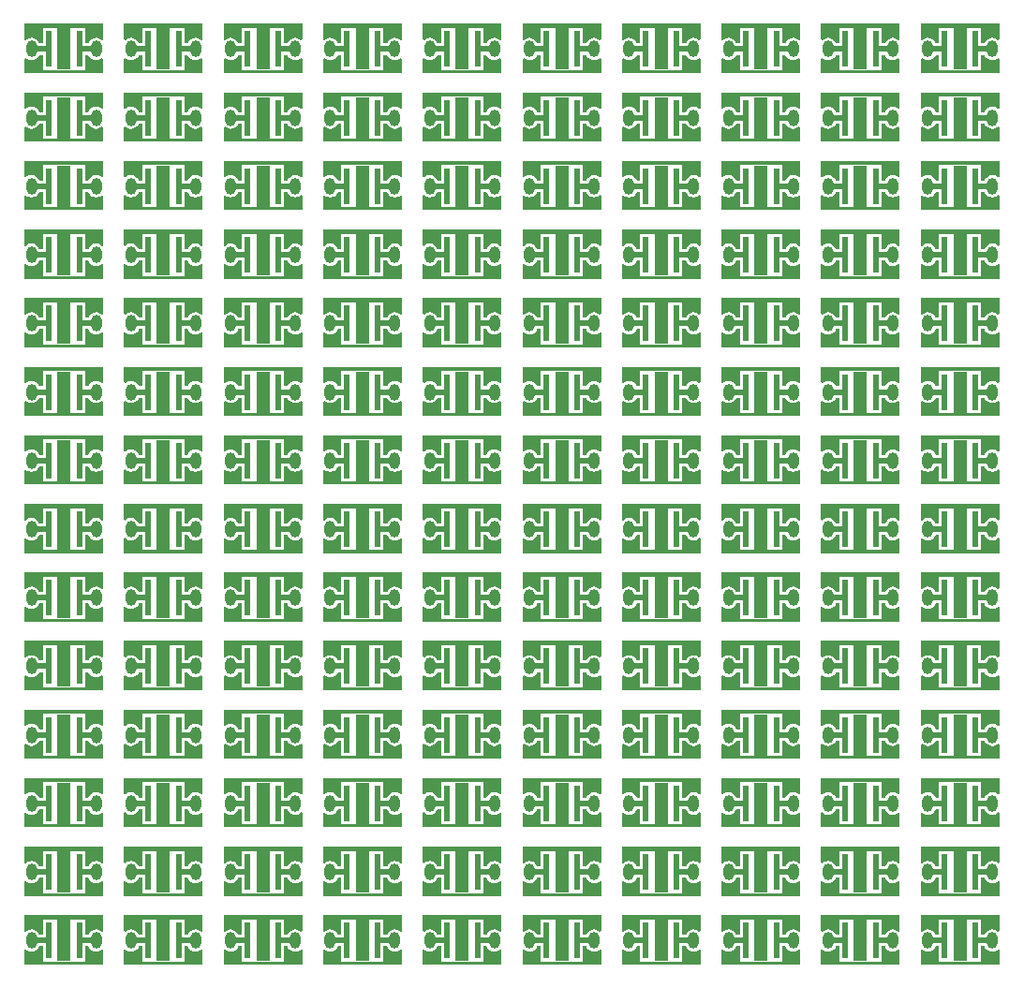
<source format=gtl>
%FSLAX25Y25*%
%MOIN*%
G70*
G01*
G75*
G04 Layer_Physical_Order=1*
G04 Layer_Color=255*
%ADD10R,0.05118X0.12992*%
%ADD11R,0.01969X0.12992*%
%ADD12C,0.02000*%
%ADD13R,0.05000X0.15000*%
%ADD14O,0.03937X0.05906*%
G36*
X27407Y10696D02*
X27883Y10076D01*
X28503Y9600D01*
X29225Y9301D01*
X30000Y9199D01*
X30775Y9301D01*
X31497Y9600D01*
X32052Y10025D01*
X32500Y9804D01*
Y4677D01*
X4500D01*
Y9804D01*
X4948Y10025D01*
X5503Y9600D01*
X6225Y9301D01*
X7000Y9199D01*
X7775Y9301D01*
X8497Y9600D01*
X9117Y10076D01*
X9593Y10696D01*
X9776Y11138D01*
X11016D01*
Y5681D01*
X26008D01*
Y11138D01*
X27224D01*
X27407Y10696D01*
D02*
G37*
G36*
X32500Y16550D02*
X32052Y16329D01*
X31497Y16754D01*
X30775Y17053D01*
X30000Y17155D01*
X29225Y17053D01*
X28503Y16754D01*
X27883Y16279D01*
X27407Y15658D01*
X27224Y15216D01*
X26008D01*
Y20673D01*
X11016D01*
Y15216D01*
X9776D01*
X9593Y15658D01*
X9117Y16279D01*
X8497Y16754D01*
X7775Y17053D01*
X7000Y17155D01*
X6225Y17053D01*
X5503Y16754D01*
X4948Y16329D01*
X4500Y16550D01*
Y22177D01*
X32500D01*
Y16550D01*
D02*
G37*
G36*
X62840Y10696D02*
X63316Y10076D01*
X63936Y9600D01*
X64658Y9301D01*
X65433Y9199D01*
X66208Y9301D01*
X66930Y9600D01*
X67485Y10025D01*
X67933Y9804D01*
Y4677D01*
X39933D01*
Y9804D01*
X40382Y10025D01*
X40936Y9600D01*
X41658Y9301D01*
X42433Y9199D01*
X43208Y9301D01*
X43930Y9600D01*
X44550Y10076D01*
X45026Y10696D01*
X45209Y11138D01*
X46449D01*
Y5681D01*
X61441D01*
Y11138D01*
X62657D01*
X62840Y10696D01*
D02*
G37*
G36*
X67933Y16550D02*
X67485Y16329D01*
X66930Y16754D01*
X66208Y17053D01*
X65433Y17155D01*
X64658Y17053D01*
X63936Y16754D01*
X63316Y16279D01*
X62840Y15658D01*
X62657Y15216D01*
X61441D01*
Y20673D01*
X46449D01*
Y15216D01*
X45209D01*
X45026Y15658D01*
X44550Y16279D01*
X43930Y16754D01*
X43208Y17053D01*
X42433Y17155D01*
X41658Y17053D01*
X40936Y16754D01*
X40382Y16329D01*
X39933Y16550D01*
Y22177D01*
X67933D01*
Y16550D01*
D02*
G37*
G36*
X98273Y10696D02*
X98749Y10076D01*
X99369Y9600D01*
X100091Y9301D01*
X100866Y9199D01*
X101641Y9301D01*
X102363Y9600D01*
X102918Y10025D01*
X103366Y9804D01*
Y4677D01*
X75366D01*
Y9804D01*
X75815Y10025D01*
X76369Y9600D01*
X77091Y9301D01*
X77866Y9199D01*
X78641Y9301D01*
X79363Y9600D01*
X79983Y10076D01*
X80459Y10696D01*
X80642Y11138D01*
X81882D01*
Y5681D01*
X96874D01*
Y11138D01*
X98090D01*
X98273Y10696D01*
D02*
G37*
G36*
X103366Y16550D02*
X102918Y16329D01*
X102363Y16754D01*
X101641Y17053D01*
X100866Y17155D01*
X100091Y17053D01*
X99369Y16754D01*
X98749Y16279D01*
X98273Y15658D01*
X98090Y15216D01*
X96874D01*
Y20673D01*
X81882D01*
Y15216D01*
X80642D01*
X80459Y15658D01*
X79983Y16279D01*
X79363Y16754D01*
X78641Y17053D01*
X77866Y17155D01*
X77091Y17053D01*
X76369Y16754D01*
X75815Y16329D01*
X75366Y16550D01*
Y22177D01*
X103366D01*
Y16550D01*
D02*
G37*
G36*
X133706Y10696D02*
X134182Y10076D01*
X134802Y9600D01*
X135524Y9301D01*
X136299Y9199D01*
X137074Y9301D01*
X137796Y9600D01*
X138351Y10025D01*
X138799Y9804D01*
Y4677D01*
X110799D01*
Y9804D01*
X111248Y10025D01*
X111802Y9600D01*
X112524Y9301D01*
X113299Y9199D01*
X114074Y9301D01*
X114796Y9600D01*
X115416Y10076D01*
X115892Y10696D01*
X116075Y11138D01*
X117315D01*
Y5681D01*
X132307D01*
Y11138D01*
X133523D01*
X133706Y10696D01*
D02*
G37*
G36*
X138799Y16550D02*
X138351Y16329D01*
X137796Y16754D01*
X137074Y17053D01*
X136299Y17155D01*
X135524Y17053D01*
X134802Y16754D01*
X134182Y16279D01*
X133706Y15658D01*
X133523Y15216D01*
X132307D01*
Y20673D01*
X117315D01*
Y15216D01*
X116075D01*
X115892Y15658D01*
X115416Y16279D01*
X114796Y16754D01*
X114074Y17053D01*
X113299Y17155D01*
X112524Y17053D01*
X111802Y16754D01*
X111248Y16329D01*
X110799Y16550D01*
Y22177D01*
X138799D01*
Y16550D01*
D02*
G37*
G36*
X169139Y10696D02*
X169615Y10076D01*
X170235Y9600D01*
X170957Y9301D01*
X171732Y9199D01*
X172507Y9301D01*
X173229Y9600D01*
X173784Y10025D01*
X174232Y9804D01*
Y4677D01*
X146232D01*
Y9804D01*
X146681Y10025D01*
X147235Y9600D01*
X147957Y9301D01*
X148732Y9199D01*
X149507Y9301D01*
X150229Y9600D01*
X150849Y10076D01*
X151325Y10696D01*
X151508Y11138D01*
X152748D01*
Y5681D01*
X167740D01*
Y11138D01*
X168956D01*
X169139Y10696D01*
D02*
G37*
G36*
X174232Y16550D02*
X173784Y16329D01*
X173229Y16754D01*
X172507Y17053D01*
X171732Y17155D01*
X170957Y17053D01*
X170235Y16754D01*
X169615Y16279D01*
X169139Y15658D01*
X168956Y15216D01*
X167740D01*
Y20673D01*
X152748D01*
Y15216D01*
X151508D01*
X151325Y15658D01*
X150849Y16279D01*
X150229Y16754D01*
X149507Y17053D01*
X148732Y17155D01*
X147957Y17053D01*
X147235Y16754D01*
X146681Y16329D01*
X146232Y16550D01*
Y22177D01*
X174232D01*
Y16550D01*
D02*
G37*
G36*
X204572Y10696D02*
X205048Y10076D01*
X205668Y9600D01*
X206390Y9301D01*
X207165Y9199D01*
X207940Y9301D01*
X208662Y9600D01*
X209217Y10025D01*
X209665Y9804D01*
Y4677D01*
X181665D01*
Y9804D01*
X182114Y10025D01*
X182668Y9600D01*
X183390Y9301D01*
X184165Y9199D01*
X184940Y9301D01*
X185662Y9600D01*
X186283Y10076D01*
X186758Y10696D01*
X186942Y11138D01*
X188181D01*
Y5681D01*
X203173D01*
Y11138D01*
X204389D01*
X204572Y10696D01*
D02*
G37*
G36*
X209665Y16550D02*
X209217Y16329D01*
X208662Y16754D01*
X207940Y17053D01*
X207165Y17155D01*
X206390Y17053D01*
X205668Y16754D01*
X205048Y16279D01*
X204572Y15658D01*
X204389Y15216D01*
X203173D01*
Y20673D01*
X188181D01*
Y15216D01*
X186942D01*
X186758Y15658D01*
X186283Y16279D01*
X185662Y16754D01*
X184940Y17053D01*
X184165Y17155D01*
X183390Y17053D01*
X182668Y16754D01*
X182114Y16329D01*
X181665Y16550D01*
Y22177D01*
X209665D01*
Y16550D01*
D02*
G37*
G36*
X240005Y10696D02*
X240481Y10076D01*
X241101Y9600D01*
X241824Y9301D01*
X242598Y9199D01*
X243373Y9301D01*
X244095Y9600D01*
X244650Y10025D01*
X245098Y9804D01*
Y4677D01*
X217098D01*
Y9804D01*
X217547Y10025D01*
X218101Y9600D01*
X218824Y9301D01*
X219598Y9199D01*
X220373Y9301D01*
X221095Y9600D01*
X221716Y10076D01*
X222191Y10696D01*
X222375Y11138D01*
X223614D01*
Y5681D01*
X238606D01*
Y11138D01*
X239822D01*
X240005Y10696D01*
D02*
G37*
G36*
X245098Y16550D02*
X244650Y16329D01*
X244095Y16754D01*
X243373Y17053D01*
X242598Y17155D01*
X241824Y17053D01*
X241101Y16754D01*
X240481Y16279D01*
X240005Y15658D01*
X239822Y15216D01*
X238606D01*
Y20673D01*
X223614D01*
Y15216D01*
X222375D01*
X222191Y15658D01*
X221716Y16279D01*
X221095Y16754D01*
X220373Y17053D01*
X219598Y17155D01*
X218824Y17053D01*
X218101Y16754D01*
X217547Y16329D01*
X217098Y16550D01*
Y22177D01*
X245098D01*
Y16550D01*
D02*
G37*
G36*
X275438Y10696D02*
X275914Y10076D01*
X276534Y9600D01*
X277257Y9301D01*
X278031Y9199D01*
X278806Y9301D01*
X279528Y9600D01*
X280083Y10025D01*
X280532Y9804D01*
Y4677D01*
X252532D01*
Y9804D01*
X252980Y10025D01*
X253534Y9600D01*
X254257Y9301D01*
X255031Y9199D01*
X255806Y9301D01*
X256528Y9600D01*
X257149Y10076D01*
X257625Y10696D01*
X257808Y11138D01*
X259047D01*
Y5681D01*
X274039D01*
Y11138D01*
X275255D01*
X275438Y10696D01*
D02*
G37*
G36*
X280532Y16550D02*
X280083Y16329D01*
X279528Y16754D01*
X278806Y17053D01*
X278031Y17155D01*
X277257Y17053D01*
X276534Y16754D01*
X275914Y16279D01*
X275438Y15658D01*
X275255Y15216D01*
X274039D01*
Y20673D01*
X259047D01*
Y15216D01*
X257808D01*
X257625Y15658D01*
X257149Y16279D01*
X256528Y16754D01*
X255806Y17053D01*
X255031Y17155D01*
X254257Y17053D01*
X253534Y16754D01*
X252980Y16329D01*
X252532Y16550D01*
Y22177D01*
X280532D01*
Y16550D01*
D02*
G37*
G36*
X310872Y10696D02*
X311347Y10076D01*
X311967Y9600D01*
X312690Y9301D01*
X313465Y9199D01*
X314240Y9301D01*
X314962Y9600D01*
X315516Y10025D01*
X315965Y9804D01*
Y4677D01*
X287965D01*
Y9804D01*
X288413Y10025D01*
X288967Y9600D01*
X289690Y9301D01*
X290465Y9199D01*
X291240Y9301D01*
X291962Y9600D01*
X292582Y10076D01*
X293057Y10696D01*
X293241Y11138D01*
X294480D01*
Y5681D01*
X309472D01*
Y11138D01*
X310688D01*
X310872Y10696D01*
D02*
G37*
G36*
X315965Y16550D02*
X315516Y16329D01*
X314962Y16754D01*
X314240Y17053D01*
X313465Y17155D01*
X312690Y17053D01*
X311967Y16754D01*
X311347Y16279D01*
X310872Y15658D01*
X310688Y15216D01*
X309472D01*
Y20673D01*
X294480D01*
Y15216D01*
X293241D01*
X293057Y15658D01*
X292582Y16279D01*
X291962Y16754D01*
X291240Y17053D01*
X290465Y17155D01*
X289690Y17053D01*
X288967Y16754D01*
X288413Y16329D01*
X287965Y16550D01*
Y22177D01*
X315965D01*
Y16550D01*
D02*
G37*
G36*
X346305Y10696D02*
X346780Y10076D01*
X347401Y9600D01*
X348123Y9301D01*
X348898Y9199D01*
X349673Y9301D01*
X350395Y9600D01*
X350949Y10025D01*
X351398Y9804D01*
Y4677D01*
X323398D01*
Y9804D01*
X323846Y10025D01*
X324401Y9600D01*
X325123Y9301D01*
X325898Y9199D01*
X326673Y9301D01*
X327395Y9600D01*
X328015Y10076D01*
X328491Y10696D01*
X328674Y11138D01*
X329913D01*
Y5681D01*
X344905D01*
Y11138D01*
X346122D01*
X346305Y10696D01*
D02*
G37*
G36*
X351398Y16550D02*
X350949Y16329D01*
X350395Y16754D01*
X349673Y17053D01*
X348898Y17155D01*
X348123Y17053D01*
X347401Y16754D01*
X346780Y16279D01*
X346305Y15658D01*
X346122Y15216D01*
X344905D01*
Y20673D01*
X329913D01*
Y15216D01*
X328674D01*
X328491Y15658D01*
X328015Y16279D01*
X327395Y16754D01*
X326673Y17053D01*
X325898Y17155D01*
X325123Y17053D01*
X324401Y16754D01*
X323846Y16329D01*
X323398Y16550D01*
Y22177D01*
X351398D01*
Y16550D01*
D02*
G37*
G36*
X27407Y35105D02*
X27883Y34485D01*
X28503Y34009D01*
X29225Y33710D01*
X30000Y33608D01*
X30775Y33710D01*
X31497Y34009D01*
X32052Y34435D01*
X32500Y34214D01*
Y29087D01*
X4500D01*
Y34214D01*
X4948Y34435D01*
X5503Y34009D01*
X6225Y33710D01*
X7000Y33608D01*
X7775Y33710D01*
X8497Y34009D01*
X9117Y34485D01*
X9593Y35105D01*
X9776Y35547D01*
X11016D01*
Y30090D01*
X26008D01*
Y35547D01*
X27224D01*
X27407Y35105D01*
D02*
G37*
G36*
X32500Y40960D02*
X32052Y40738D01*
X31497Y41164D01*
X30775Y41463D01*
X30000Y41565D01*
X29225Y41463D01*
X28503Y41164D01*
X27883Y40688D01*
X27407Y40068D01*
X27224Y39626D01*
X26008D01*
Y45083D01*
X11016D01*
Y39626D01*
X9776D01*
X9593Y40068D01*
X9117Y40688D01*
X8497Y41164D01*
X7775Y41463D01*
X7000Y41565D01*
X6225Y41463D01*
X5503Y41164D01*
X4948Y40738D01*
X4500Y40960D01*
Y46587D01*
X32500D01*
Y40960D01*
D02*
G37*
G36*
X62840Y35105D02*
X63316Y34485D01*
X63936Y34009D01*
X64658Y33710D01*
X65433Y33608D01*
X66208Y33710D01*
X66930Y34009D01*
X67485Y34435D01*
X67933Y34214D01*
Y29087D01*
X39933D01*
Y34214D01*
X40382Y34435D01*
X40936Y34009D01*
X41658Y33710D01*
X42433Y33608D01*
X43208Y33710D01*
X43930Y34009D01*
X44550Y34485D01*
X45026Y35105D01*
X45209Y35547D01*
X46449D01*
Y30090D01*
X61441D01*
Y35547D01*
X62657D01*
X62840Y35105D01*
D02*
G37*
G36*
X67933Y40960D02*
X67485Y40738D01*
X66930Y41164D01*
X66208Y41463D01*
X65433Y41565D01*
X64658Y41463D01*
X63936Y41164D01*
X63316Y40688D01*
X62840Y40068D01*
X62657Y39626D01*
X61441D01*
Y45083D01*
X46449D01*
Y39626D01*
X45209D01*
X45026Y40068D01*
X44550Y40688D01*
X43930Y41164D01*
X43208Y41463D01*
X42433Y41565D01*
X41658Y41463D01*
X40936Y41164D01*
X40382Y40738D01*
X39933Y40960D01*
Y46587D01*
X67933D01*
Y40960D01*
D02*
G37*
G36*
X98273Y35105D02*
X98749Y34485D01*
X99369Y34009D01*
X100091Y33710D01*
X100866Y33608D01*
X101641Y33710D01*
X102363Y34009D01*
X102918Y34435D01*
X103366Y34214D01*
Y29087D01*
X75366D01*
Y34214D01*
X75815Y34435D01*
X76369Y34009D01*
X77091Y33710D01*
X77866Y33608D01*
X78641Y33710D01*
X79363Y34009D01*
X79983Y34485D01*
X80459Y35105D01*
X80642Y35547D01*
X81882D01*
Y30090D01*
X96874D01*
Y35547D01*
X98090D01*
X98273Y35105D01*
D02*
G37*
G36*
X103366Y40960D02*
X102918Y40738D01*
X102363Y41164D01*
X101641Y41463D01*
X100866Y41565D01*
X100091Y41463D01*
X99369Y41164D01*
X98749Y40688D01*
X98273Y40068D01*
X98090Y39626D01*
X96874D01*
Y45083D01*
X81882D01*
Y39626D01*
X80642D01*
X80459Y40068D01*
X79983Y40688D01*
X79363Y41164D01*
X78641Y41463D01*
X77866Y41565D01*
X77091Y41463D01*
X76369Y41164D01*
X75815Y40738D01*
X75366Y40960D01*
Y46587D01*
X103366D01*
Y40960D01*
D02*
G37*
G36*
X133706Y35105D02*
X134182Y34485D01*
X134802Y34009D01*
X135524Y33710D01*
X136299Y33608D01*
X137074Y33710D01*
X137796Y34009D01*
X138351Y34435D01*
X138799Y34214D01*
Y29087D01*
X110799D01*
Y34214D01*
X111248Y34435D01*
X111802Y34009D01*
X112524Y33710D01*
X113299Y33608D01*
X114074Y33710D01*
X114796Y34009D01*
X115416Y34485D01*
X115892Y35105D01*
X116075Y35547D01*
X117315D01*
Y30090D01*
X132307D01*
Y35547D01*
X133523D01*
X133706Y35105D01*
D02*
G37*
G36*
X138799Y40960D02*
X138351Y40738D01*
X137796Y41164D01*
X137074Y41463D01*
X136299Y41565D01*
X135524Y41463D01*
X134802Y41164D01*
X134182Y40688D01*
X133706Y40068D01*
X133523Y39626D01*
X132307D01*
Y45083D01*
X117315D01*
Y39626D01*
X116075D01*
X115892Y40068D01*
X115416Y40688D01*
X114796Y41164D01*
X114074Y41463D01*
X113299Y41565D01*
X112524Y41463D01*
X111802Y41164D01*
X111248Y40738D01*
X110799Y40960D01*
Y46587D01*
X138799D01*
Y40960D01*
D02*
G37*
G36*
X169139Y35105D02*
X169615Y34485D01*
X170235Y34009D01*
X170957Y33710D01*
X171732Y33608D01*
X172507Y33710D01*
X173229Y34009D01*
X173784Y34435D01*
X174232Y34214D01*
Y29087D01*
X146232D01*
Y34214D01*
X146681Y34435D01*
X147235Y34009D01*
X147957Y33710D01*
X148732Y33608D01*
X149507Y33710D01*
X150229Y34009D01*
X150849Y34485D01*
X151325Y35105D01*
X151508Y35547D01*
X152748D01*
Y30090D01*
X167740D01*
Y35547D01*
X168956D01*
X169139Y35105D01*
D02*
G37*
G36*
X174232Y40960D02*
X173784Y40738D01*
X173229Y41164D01*
X172507Y41463D01*
X171732Y41565D01*
X170957Y41463D01*
X170235Y41164D01*
X169615Y40688D01*
X169139Y40068D01*
X168956Y39626D01*
X167740D01*
Y45083D01*
X152748D01*
Y39626D01*
X151508D01*
X151325Y40068D01*
X150849Y40688D01*
X150229Y41164D01*
X149507Y41463D01*
X148732Y41565D01*
X147957Y41463D01*
X147235Y41164D01*
X146681Y40738D01*
X146232Y40960D01*
Y46587D01*
X174232D01*
Y40960D01*
D02*
G37*
G36*
X204572Y35105D02*
X205048Y34485D01*
X205668Y34009D01*
X206390Y33710D01*
X207165Y33608D01*
X207940Y33710D01*
X208662Y34009D01*
X209217Y34435D01*
X209665Y34214D01*
Y29087D01*
X181665D01*
Y34214D01*
X182114Y34435D01*
X182668Y34009D01*
X183390Y33710D01*
X184165Y33608D01*
X184940Y33710D01*
X185662Y34009D01*
X186283Y34485D01*
X186758Y35105D01*
X186942Y35547D01*
X188181D01*
Y30090D01*
X203173D01*
Y35547D01*
X204389D01*
X204572Y35105D01*
D02*
G37*
G36*
X209665Y40960D02*
X209217Y40738D01*
X208662Y41164D01*
X207940Y41463D01*
X207165Y41565D01*
X206390Y41463D01*
X205668Y41164D01*
X205048Y40688D01*
X204572Y40068D01*
X204389Y39626D01*
X203173D01*
Y45083D01*
X188181D01*
Y39626D01*
X186942D01*
X186758Y40068D01*
X186283Y40688D01*
X185662Y41164D01*
X184940Y41463D01*
X184165Y41565D01*
X183390Y41463D01*
X182668Y41164D01*
X182114Y40738D01*
X181665Y40960D01*
Y46587D01*
X209665D01*
Y40960D01*
D02*
G37*
G36*
X240005Y35105D02*
X240481Y34485D01*
X241101Y34009D01*
X241824Y33710D01*
X242598Y33608D01*
X243373Y33710D01*
X244095Y34009D01*
X244650Y34435D01*
X245098Y34214D01*
Y29087D01*
X217098D01*
Y34214D01*
X217547Y34435D01*
X218101Y34009D01*
X218824Y33710D01*
X219598Y33608D01*
X220373Y33710D01*
X221095Y34009D01*
X221716Y34485D01*
X222191Y35105D01*
X222375Y35547D01*
X223614D01*
Y30090D01*
X238606D01*
Y35547D01*
X239822D01*
X240005Y35105D01*
D02*
G37*
G36*
X245098Y40960D02*
X244650Y40738D01*
X244095Y41164D01*
X243373Y41463D01*
X242598Y41565D01*
X241824Y41463D01*
X241101Y41164D01*
X240481Y40688D01*
X240005Y40068D01*
X239822Y39626D01*
X238606D01*
Y45083D01*
X223614D01*
Y39626D01*
X222375D01*
X222191Y40068D01*
X221716Y40688D01*
X221095Y41164D01*
X220373Y41463D01*
X219598Y41565D01*
X218824Y41463D01*
X218101Y41164D01*
X217547Y40738D01*
X217098Y40960D01*
Y46587D01*
X245098D01*
Y40960D01*
D02*
G37*
G36*
X275438Y35105D02*
X275914Y34485D01*
X276534Y34009D01*
X277257Y33710D01*
X278031Y33608D01*
X278806Y33710D01*
X279528Y34009D01*
X280083Y34435D01*
X280532Y34214D01*
Y29087D01*
X252532D01*
Y34214D01*
X252980Y34435D01*
X253534Y34009D01*
X254257Y33710D01*
X255031Y33608D01*
X255806Y33710D01*
X256528Y34009D01*
X257149Y34485D01*
X257625Y35105D01*
X257808Y35547D01*
X259047D01*
Y30090D01*
X274039D01*
Y35547D01*
X275255D01*
X275438Y35105D01*
D02*
G37*
G36*
X280532Y40960D02*
X280083Y40738D01*
X279528Y41164D01*
X278806Y41463D01*
X278031Y41565D01*
X277257Y41463D01*
X276534Y41164D01*
X275914Y40688D01*
X275438Y40068D01*
X275255Y39626D01*
X274039D01*
Y45083D01*
X259047D01*
Y39626D01*
X257808D01*
X257625Y40068D01*
X257149Y40688D01*
X256528Y41164D01*
X255806Y41463D01*
X255031Y41565D01*
X254257Y41463D01*
X253534Y41164D01*
X252980Y40738D01*
X252532Y40960D01*
Y46587D01*
X280532D01*
Y40960D01*
D02*
G37*
G36*
X310872Y35105D02*
X311347Y34485D01*
X311967Y34009D01*
X312690Y33710D01*
X313465Y33608D01*
X314240Y33710D01*
X314962Y34009D01*
X315516Y34435D01*
X315965Y34214D01*
Y29087D01*
X287965D01*
Y34214D01*
X288413Y34435D01*
X288967Y34009D01*
X289690Y33710D01*
X290465Y33608D01*
X291240Y33710D01*
X291962Y34009D01*
X292582Y34485D01*
X293057Y35105D01*
X293241Y35547D01*
X294480D01*
Y30090D01*
X309472D01*
Y35547D01*
X310688D01*
X310872Y35105D01*
D02*
G37*
G36*
X315965Y40960D02*
X315516Y40738D01*
X314962Y41164D01*
X314240Y41463D01*
X313465Y41565D01*
X312690Y41463D01*
X311967Y41164D01*
X311347Y40688D01*
X310872Y40068D01*
X310688Y39626D01*
X309472D01*
Y45083D01*
X294480D01*
Y39626D01*
X293241D01*
X293057Y40068D01*
X292582Y40688D01*
X291962Y41164D01*
X291240Y41463D01*
X290465Y41565D01*
X289690Y41463D01*
X288967Y41164D01*
X288413Y40738D01*
X287965Y40960D01*
Y46587D01*
X315965D01*
Y40960D01*
D02*
G37*
G36*
X346305Y35105D02*
X346780Y34485D01*
X347401Y34009D01*
X348123Y33710D01*
X348898Y33608D01*
X349673Y33710D01*
X350395Y34009D01*
X350949Y34435D01*
X351398Y34214D01*
Y29087D01*
X323398D01*
Y34214D01*
X323846Y34435D01*
X324401Y34009D01*
X325123Y33710D01*
X325898Y33608D01*
X326673Y33710D01*
X327395Y34009D01*
X328015Y34485D01*
X328491Y35105D01*
X328674Y35547D01*
X329913D01*
Y30090D01*
X344905D01*
Y35547D01*
X346122D01*
X346305Y35105D01*
D02*
G37*
G36*
X351398Y40960D02*
X350949Y40738D01*
X350395Y41164D01*
X349673Y41463D01*
X348898Y41565D01*
X348123Y41463D01*
X347401Y41164D01*
X346780Y40688D01*
X346305Y40068D01*
X346122Y39626D01*
X344905D01*
Y45083D01*
X329913D01*
Y39626D01*
X328674D01*
X328491Y40068D01*
X328015Y40688D01*
X327395Y41164D01*
X326673Y41463D01*
X325898Y41565D01*
X325123Y41463D01*
X324401Y41164D01*
X323846Y40738D01*
X323398Y40960D01*
Y46587D01*
X351398D01*
Y40960D01*
D02*
G37*
G36*
X27407Y59515D02*
X27883Y58895D01*
X28503Y58419D01*
X29225Y58120D01*
X30000Y58018D01*
X30775Y58120D01*
X31497Y58419D01*
X32052Y58844D01*
X32500Y58623D01*
Y53496D01*
X4500D01*
Y58623D01*
X4948Y58844D01*
X5503Y58419D01*
X6225Y58120D01*
X7000Y58018D01*
X7775Y58120D01*
X8497Y58419D01*
X9117Y58895D01*
X9593Y59515D01*
X9776Y59957D01*
X11016D01*
Y54500D01*
X26008D01*
Y59957D01*
X27224D01*
X27407Y59515D01*
D02*
G37*
G36*
X32500Y65369D02*
X32052Y65148D01*
X31497Y65573D01*
X30775Y65872D01*
X30000Y65974D01*
X29225Y65872D01*
X28503Y65573D01*
X27883Y65097D01*
X27407Y64477D01*
X27224Y64035D01*
X26008D01*
Y69492D01*
X11016D01*
Y64035D01*
X9776D01*
X9593Y64477D01*
X9117Y65097D01*
X8497Y65573D01*
X7775Y65872D01*
X7000Y65974D01*
X6225Y65872D01*
X5503Y65573D01*
X4948Y65148D01*
X4500Y65369D01*
Y70996D01*
X32500D01*
Y65369D01*
D02*
G37*
G36*
X62840Y59515D02*
X63316Y58895D01*
X63936Y58419D01*
X64658Y58120D01*
X65433Y58018D01*
X66208Y58120D01*
X66930Y58419D01*
X67485Y58844D01*
X67933Y58623D01*
Y53496D01*
X39933D01*
Y58623D01*
X40382Y58844D01*
X40936Y58419D01*
X41658Y58120D01*
X42433Y58018D01*
X43208Y58120D01*
X43930Y58419D01*
X44550Y58895D01*
X45026Y59515D01*
X45209Y59957D01*
X46449D01*
Y54500D01*
X61441D01*
Y59957D01*
X62657D01*
X62840Y59515D01*
D02*
G37*
G36*
X67933Y65369D02*
X67485Y65148D01*
X66930Y65573D01*
X66208Y65872D01*
X65433Y65974D01*
X64658Y65872D01*
X63936Y65573D01*
X63316Y65097D01*
X62840Y64477D01*
X62657Y64035D01*
X61441D01*
Y69492D01*
X46449D01*
Y64035D01*
X45209D01*
X45026Y64477D01*
X44550Y65097D01*
X43930Y65573D01*
X43208Y65872D01*
X42433Y65974D01*
X41658Y65872D01*
X40936Y65573D01*
X40382Y65148D01*
X39933Y65369D01*
Y70996D01*
X67933D01*
Y65369D01*
D02*
G37*
G36*
X98273Y59515D02*
X98749Y58895D01*
X99369Y58419D01*
X100091Y58120D01*
X100866Y58018D01*
X101641Y58120D01*
X102363Y58419D01*
X102918Y58844D01*
X103366Y58623D01*
Y53496D01*
X75366D01*
Y58623D01*
X75815Y58844D01*
X76369Y58419D01*
X77091Y58120D01*
X77866Y58018D01*
X78641Y58120D01*
X79363Y58419D01*
X79983Y58895D01*
X80459Y59515D01*
X80642Y59957D01*
X81882D01*
Y54500D01*
X96874D01*
Y59957D01*
X98090D01*
X98273Y59515D01*
D02*
G37*
G36*
X103366Y65369D02*
X102918Y65148D01*
X102363Y65573D01*
X101641Y65872D01*
X100866Y65974D01*
X100091Y65872D01*
X99369Y65573D01*
X98749Y65097D01*
X98273Y64477D01*
X98090Y64035D01*
X96874D01*
Y69492D01*
X81882D01*
Y64035D01*
X80642D01*
X80459Y64477D01*
X79983Y65097D01*
X79363Y65573D01*
X78641Y65872D01*
X77866Y65974D01*
X77091Y65872D01*
X76369Y65573D01*
X75815Y65148D01*
X75366Y65369D01*
Y70996D01*
X103366D01*
Y65369D01*
D02*
G37*
G36*
X133706Y59515D02*
X134182Y58895D01*
X134802Y58419D01*
X135524Y58120D01*
X136299Y58018D01*
X137074Y58120D01*
X137796Y58419D01*
X138351Y58844D01*
X138799Y58623D01*
Y53496D01*
X110799D01*
Y58623D01*
X111248Y58844D01*
X111802Y58419D01*
X112524Y58120D01*
X113299Y58018D01*
X114074Y58120D01*
X114796Y58419D01*
X115416Y58895D01*
X115892Y59515D01*
X116075Y59957D01*
X117315D01*
Y54500D01*
X132307D01*
Y59957D01*
X133523D01*
X133706Y59515D01*
D02*
G37*
G36*
X138799Y65369D02*
X138351Y65148D01*
X137796Y65573D01*
X137074Y65872D01*
X136299Y65974D01*
X135524Y65872D01*
X134802Y65573D01*
X134182Y65097D01*
X133706Y64477D01*
X133523Y64035D01*
X132307D01*
Y69492D01*
X117315D01*
Y64035D01*
X116075D01*
X115892Y64477D01*
X115416Y65097D01*
X114796Y65573D01*
X114074Y65872D01*
X113299Y65974D01*
X112524Y65872D01*
X111802Y65573D01*
X111248Y65148D01*
X110799Y65369D01*
Y70996D01*
X138799D01*
Y65369D01*
D02*
G37*
G36*
X169139Y59515D02*
X169615Y58895D01*
X170235Y58419D01*
X170957Y58120D01*
X171732Y58018D01*
X172507Y58120D01*
X173229Y58419D01*
X173784Y58844D01*
X174232Y58623D01*
Y53496D01*
X146232D01*
Y58623D01*
X146681Y58844D01*
X147235Y58419D01*
X147957Y58120D01*
X148732Y58018D01*
X149507Y58120D01*
X150229Y58419D01*
X150849Y58895D01*
X151325Y59515D01*
X151508Y59957D01*
X152748D01*
Y54500D01*
X167740D01*
Y59957D01*
X168956D01*
X169139Y59515D01*
D02*
G37*
G36*
X174232Y65369D02*
X173784Y65148D01*
X173229Y65573D01*
X172507Y65872D01*
X171732Y65974D01*
X170957Y65872D01*
X170235Y65573D01*
X169615Y65097D01*
X169139Y64477D01*
X168956Y64035D01*
X167740D01*
Y69492D01*
X152748D01*
Y64035D01*
X151508D01*
X151325Y64477D01*
X150849Y65097D01*
X150229Y65573D01*
X149507Y65872D01*
X148732Y65974D01*
X147957Y65872D01*
X147235Y65573D01*
X146681Y65148D01*
X146232Y65369D01*
Y70996D01*
X174232D01*
Y65369D01*
D02*
G37*
G36*
X204572Y59515D02*
X205048Y58895D01*
X205668Y58419D01*
X206390Y58120D01*
X207165Y58018D01*
X207940Y58120D01*
X208662Y58419D01*
X209217Y58844D01*
X209665Y58623D01*
Y53496D01*
X181665D01*
Y58623D01*
X182114Y58844D01*
X182668Y58419D01*
X183390Y58120D01*
X184165Y58018D01*
X184940Y58120D01*
X185662Y58419D01*
X186283Y58895D01*
X186758Y59515D01*
X186942Y59957D01*
X188181D01*
Y54500D01*
X203173D01*
Y59957D01*
X204389D01*
X204572Y59515D01*
D02*
G37*
G36*
X209665Y65369D02*
X209217Y65148D01*
X208662Y65573D01*
X207940Y65872D01*
X207165Y65974D01*
X206390Y65872D01*
X205668Y65573D01*
X205048Y65097D01*
X204572Y64477D01*
X204389Y64035D01*
X203173D01*
Y69492D01*
X188181D01*
Y64035D01*
X186942D01*
X186758Y64477D01*
X186283Y65097D01*
X185662Y65573D01*
X184940Y65872D01*
X184165Y65974D01*
X183390Y65872D01*
X182668Y65573D01*
X182114Y65148D01*
X181665Y65369D01*
Y70996D01*
X209665D01*
Y65369D01*
D02*
G37*
G36*
X240005Y59515D02*
X240481Y58895D01*
X241101Y58419D01*
X241824Y58120D01*
X242598Y58018D01*
X243373Y58120D01*
X244095Y58419D01*
X244650Y58844D01*
X245098Y58623D01*
Y53496D01*
X217098D01*
Y58623D01*
X217547Y58844D01*
X218101Y58419D01*
X218824Y58120D01*
X219598Y58018D01*
X220373Y58120D01*
X221095Y58419D01*
X221716Y58895D01*
X222191Y59515D01*
X222375Y59957D01*
X223614D01*
Y54500D01*
X238606D01*
Y59957D01*
X239822D01*
X240005Y59515D01*
D02*
G37*
G36*
X245098Y65369D02*
X244650Y65148D01*
X244095Y65573D01*
X243373Y65872D01*
X242598Y65974D01*
X241824Y65872D01*
X241101Y65573D01*
X240481Y65097D01*
X240005Y64477D01*
X239822Y64035D01*
X238606D01*
Y69492D01*
X223614D01*
Y64035D01*
X222375D01*
X222191Y64477D01*
X221716Y65097D01*
X221095Y65573D01*
X220373Y65872D01*
X219598Y65974D01*
X218824Y65872D01*
X218101Y65573D01*
X217547Y65148D01*
X217098Y65369D01*
Y70996D01*
X245098D01*
Y65369D01*
D02*
G37*
G36*
X275438Y59515D02*
X275914Y58895D01*
X276534Y58419D01*
X277257Y58120D01*
X278031Y58018D01*
X278806Y58120D01*
X279528Y58419D01*
X280083Y58844D01*
X280532Y58623D01*
Y53496D01*
X252532D01*
Y58623D01*
X252980Y58844D01*
X253534Y58419D01*
X254257Y58120D01*
X255031Y58018D01*
X255806Y58120D01*
X256528Y58419D01*
X257149Y58895D01*
X257625Y59515D01*
X257808Y59957D01*
X259047D01*
Y54500D01*
X274039D01*
Y59957D01*
X275255D01*
X275438Y59515D01*
D02*
G37*
G36*
X280532Y65369D02*
X280083Y65148D01*
X279528Y65573D01*
X278806Y65872D01*
X278031Y65974D01*
X277257Y65872D01*
X276534Y65573D01*
X275914Y65097D01*
X275438Y64477D01*
X275255Y64035D01*
X274039D01*
Y69492D01*
X259047D01*
Y64035D01*
X257808D01*
X257625Y64477D01*
X257149Y65097D01*
X256528Y65573D01*
X255806Y65872D01*
X255031Y65974D01*
X254257Y65872D01*
X253534Y65573D01*
X252980Y65148D01*
X252532Y65369D01*
Y70996D01*
X280532D01*
Y65369D01*
D02*
G37*
G36*
X310872Y59515D02*
X311347Y58895D01*
X311967Y58419D01*
X312690Y58120D01*
X313465Y58018D01*
X314240Y58120D01*
X314962Y58419D01*
X315516Y58844D01*
X315965Y58623D01*
Y53496D01*
X287965D01*
Y58623D01*
X288413Y58844D01*
X288967Y58419D01*
X289690Y58120D01*
X290465Y58018D01*
X291240Y58120D01*
X291962Y58419D01*
X292582Y58895D01*
X293057Y59515D01*
X293241Y59957D01*
X294480D01*
Y54500D01*
X309472D01*
Y59957D01*
X310688D01*
X310872Y59515D01*
D02*
G37*
G36*
X315965Y65369D02*
X315516Y65148D01*
X314962Y65573D01*
X314240Y65872D01*
X313465Y65974D01*
X312690Y65872D01*
X311967Y65573D01*
X311347Y65097D01*
X310872Y64477D01*
X310688Y64035D01*
X309472D01*
Y69492D01*
X294480D01*
Y64035D01*
X293241D01*
X293057Y64477D01*
X292582Y65097D01*
X291962Y65573D01*
X291240Y65872D01*
X290465Y65974D01*
X289690Y65872D01*
X288967Y65573D01*
X288413Y65148D01*
X287965Y65369D01*
Y70996D01*
X315965D01*
Y65369D01*
D02*
G37*
G36*
X346305Y59515D02*
X346780Y58895D01*
X347401Y58419D01*
X348123Y58120D01*
X348898Y58018D01*
X349673Y58120D01*
X350395Y58419D01*
X350949Y58844D01*
X351398Y58623D01*
Y53496D01*
X323398D01*
Y58623D01*
X323846Y58844D01*
X324401Y58419D01*
X325123Y58120D01*
X325898Y58018D01*
X326673Y58120D01*
X327395Y58419D01*
X328015Y58895D01*
X328491Y59515D01*
X328674Y59957D01*
X329913D01*
Y54500D01*
X344905D01*
Y59957D01*
X346122D01*
X346305Y59515D01*
D02*
G37*
G36*
X351398Y65369D02*
X350949Y65148D01*
X350395Y65573D01*
X349673Y65872D01*
X348898Y65974D01*
X348123Y65872D01*
X347401Y65573D01*
X346780Y65097D01*
X346305Y64477D01*
X346122Y64035D01*
X344905D01*
Y69492D01*
X329913D01*
Y64035D01*
X328674D01*
X328491Y64477D01*
X328015Y65097D01*
X327395Y65573D01*
X326673Y65872D01*
X325898Y65974D01*
X325123Y65872D01*
X324401Y65573D01*
X323846Y65148D01*
X323398Y65369D01*
Y70996D01*
X351398D01*
Y65369D01*
D02*
G37*
G36*
X27407Y83924D02*
X27883Y83304D01*
X28503Y82828D01*
X29225Y82529D01*
X30000Y82427D01*
X30775Y82529D01*
X31497Y82828D01*
X32052Y83254D01*
X32500Y83033D01*
Y77905D01*
X4500D01*
Y83033D01*
X4948Y83254D01*
X5503Y82828D01*
X6225Y82529D01*
X7000Y82427D01*
X7775Y82529D01*
X8497Y82828D01*
X9117Y83304D01*
X9593Y83924D01*
X9776Y84366D01*
X11016D01*
Y78909D01*
X26008D01*
Y84366D01*
X27224D01*
X27407Y83924D01*
D02*
G37*
G36*
X32500Y89778D02*
X32052Y89557D01*
X31497Y89983D01*
X30775Y90282D01*
X30000Y90384D01*
X29225Y90282D01*
X28503Y89983D01*
X27883Y89507D01*
X27407Y88887D01*
X27224Y88445D01*
X26008D01*
Y93902D01*
X11016D01*
Y88445D01*
X9776D01*
X9593Y88887D01*
X9117Y89507D01*
X8497Y89983D01*
X7775Y90282D01*
X7000Y90384D01*
X6225Y90282D01*
X5503Y89983D01*
X4948Y89557D01*
X4500Y89778D01*
Y95406D01*
X32500D01*
Y89778D01*
D02*
G37*
G36*
X62840Y83924D02*
X63316Y83304D01*
X63936Y82828D01*
X64658Y82529D01*
X65433Y82427D01*
X66208Y82529D01*
X66930Y82828D01*
X67485Y83254D01*
X67933Y83033D01*
Y77905D01*
X39933D01*
Y83033D01*
X40382Y83254D01*
X40936Y82828D01*
X41658Y82529D01*
X42433Y82427D01*
X43208Y82529D01*
X43930Y82828D01*
X44550Y83304D01*
X45026Y83924D01*
X45209Y84366D01*
X46449D01*
Y78909D01*
X61441D01*
Y84366D01*
X62657D01*
X62840Y83924D01*
D02*
G37*
G36*
X67933Y89778D02*
X67485Y89557D01*
X66930Y89983D01*
X66208Y90282D01*
X65433Y90384D01*
X64658Y90282D01*
X63936Y89983D01*
X63316Y89507D01*
X62840Y88887D01*
X62657Y88445D01*
X61441D01*
Y93902D01*
X46449D01*
Y88445D01*
X45209D01*
X45026Y88887D01*
X44550Y89507D01*
X43930Y89983D01*
X43208Y90282D01*
X42433Y90384D01*
X41658Y90282D01*
X40936Y89983D01*
X40382Y89557D01*
X39933Y89778D01*
Y95406D01*
X67933D01*
Y89778D01*
D02*
G37*
G36*
X98273Y83924D02*
X98749Y83304D01*
X99369Y82828D01*
X100091Y82529D01*
X100866Y82427D01*
X101641Y82529D01*
X102363Y82828D01*
X102918Y83254D01*
X103366Y83033D01*
Y77905D01*
X75366D01*
Y83033D01*
X75815Y83254D01*
X76369Y82828D01*
X77091Y82529D01*
X77866Y82427D01*
X78641Y82529D01*
X79363Y82828D01*
X79983Y83304D01*
X80459Y83924D01*
X80642Y84366D01*
X81882D01*
Y78909D01*
X96874D01*
Y84366D01*
X98090D01*
X98273Y83924D01*
D02*
G37*
G36*
X103366Y89778D02*
X102918Y89557D01*
X102363Y89983D01*
X101641Y90282D01*
X100866Y90384D01*
X100091Y90282D01*
X99369Y89983D01*
X98749Y89507D01*
X98273Y88887D01*
X98090Y88445D01*
X96874D01*
Y93902D01*
X81882D01*
Y88445D01*
X80642D01*
X80459Y88887D01*
X79983Y89507D01*
X79363Y89983D01*
X78641Y90282D01*
X77866Y90384D01*
X77091Y90282D01*
X76369Y89983D01*
X75815Y89557D01*
X75366Y89778D01*
Y95406D01*
X103366D01*
Y89778D01*
D02*
G37*
G36*
X133706Y83924D02*
X134182Y83304D01*
X134802Y82828D01*
X135524Y82529D01*
X136299Y82427D01*
X137074Y82529D01*
X137796Y82828D01*
X138351Y83254D01*
X138799Y83033D01*
Y77905D01*
X110799D01*
Y83033D01*
X111248Y83254D01*
X111802Y82828D01*
X112524Y82529D01*
X113299Y82427D01*
X114074Y82529D01*
X114796Y82828D01*
X115416Y83304D01*
X115892Y83924D01*
X116075Y84366D01*
X117315D01*
Y78909D01*
X132307D01*
Y84366D01*
X133523D01*
X133706Y83924D01*
D02*
G37*
G36*
X138799Y89778D02*
X138351Y89557D01*
X137796Y89983D01*
X137074Y90282D01*
X136299Y90384D01*
X135524Y90282D01*
X134802Y89983D01*
X134182Y89507D01*
X133706Y88887D01*
X133523Y88445D01*
X132307D01*
Y93902D01*
X117315D01*
Y88445D01*
X116075D01*
X115892Y88887D01*
X115416Y89507D01*
X114796Y89983D01*
X114074Y90282D01*
X113299Y90384D01*
X112524Y90282D01*
X111802Y89983D01*
X111248Y89557D01*
X110799Y89778D01*
Y95406D01*
X138799D01*
Y89778D01*
D02*
G37*
G36*
X169139Y83924D02*
X169615Y83304D01*
X170235Y82828D01*
X170957Y82529D01*
X171732Y82427D01*
X172507Y82529D01*
X173229Y82828D01*
X173784Y83254D01*
X174232Y83033D01*
Y77905D01*
X146232D01*
Y83033D01*
X146681Y83254D01*
X147235Y82828D01*
X147957Y82529D01*
X148732Y82427D01*
X149507Y82529D01*
X150229Y82828D01*
X150849Y83304D01*
X151325Y83924D01*
X151508Y84366D01*
X152748D01*
Y78909D01*
X167740D01*
Y84366D01*
X168956D01*
X169139Y83924D01*
D02*
G37*
G36*
X174232Y89778D02*
X173784Y89557D01*
X173229Y89983D01*
X172507Y90282D01*
X171732Y90384D01*
X170957Y90282D01*
X170235Y89983D01*
X169615Y89507D01*
X169139Y88887D01*
X168956Y88445D01*
X167740D01*
Y93902D01*
X152748D01*
Y88445D01*
X151508D01*
X151325Y88887D01*
X150849Y89507D01*
X150229Y89983D01*
X149507Y90282D01*
X148732Y90384D01*
X147957Y90282D01*
X147235Y89983D01*
X146681Y89557D01*
X146232Y89778D01*
Y95406D01*
X174232D01*
Y89778D01*
D02*
G37*
G36*
X204572Y83924D02*
X205048Y83304D01*
X205668Y82828D01*
X206390Y82529D01*
X207165Y82427D01*
X207940Y82529D01*
X208662Y82828D01*
X209217Y83254D01*
X209665Y83033D01*
Y77905D01*
X181665D01*
Y83033D01*
X182114Y83254D01*
X182668Y82828D01*
X183390Y82529D01*
X184165Y82427D01*
X184940Y82529D01*
X185662Y82828D01*
X186283Y83304D01*
X186758Y83924D01*
X186942Y84366D01*
X188181D01*
Y78909D01*
X203173D01*
Y84366D01*
X204389D01*
X204572Y83924D01*
D02*
G37*
G36*
X209665Y89778D02*
X209217Y89557D01*
X208662Y89983D01*
X207940Y90282D01*
X207165Y90384D01*
X206390Y90282D01*
X205668Y89983D01*
X205048Y89507D01*
X204572Y88887D01*
X204389Y88445D01*
X203173D01*
Y93902D01*
X188181D01*
Y88445D01*
X186942D01*
X186758Y88887D01*
X186283Y89507D01*
X185662Y89983D01*
X184940Y90282D01*
X184165Y90384D01*
X183390Y90282D01*
X182668Y89983D01*
X182114Y89557D01*
X181665Y89778D01*
Y95406D01*
X209665D01*
Y89778D01*
D02*
G37*
G36*
X240005Y83924D02*
X240481Y83304D01*
X241101Y82828D01*
X241824Y82529D01*
X242598Y82427D01*
X243373Y82529D01*
X244095Y82828D01*
X244650Y83254D01*
X245098Y83033D01*
Y77905D01*
X217098D01*
Y83033D01*
X217547Y83254D01*
X218101Y82828D01*
X218824Y82529D01*
X219598Y82427D01*
X220373Y82529D01*
X221095Y82828D01*
X221716Y83304D01*
X222191Y83924D01*
X222375Y84366D01*
X223614D01*
Y78909D01*
X238606D01*
Y84366D01*
X239822D01*
X240005Y83924D01*
D02*
G37*
G36*
X245098Y89778D02*
X244650Y89557D01*
X244095Y89983D01*
X243373Y90282D01*
X242598Y90384D01*
X241824Y90282D01*
X241101Y89983D01*
X240481Y89507D01*
X240005Y88887D01*
X239822Y88445D01*
X238606D01*
Y93902D01*
X223614D01*
Y88445D01*
X222375D01*
X222191Y88887D01*
X221716Y89507D01*
X221095Y89983D01*
X220373Y90282D01*
X219598Y90384D01*
X218824Y90282D01*
X218101Y89983D01*
X217547Y89557D01*
X217098Y89778D01*
Y95406D01*
X245098D01*
Y89778D01*
D02*
G37*
G36*
X275438Y83924D02*
X275914Y83304D01*
X276534Y82828D01*
X277257Y82529D01*
X278031Y82427D01*
X278806Y82529D01*
X279528Y82828D01*
X280083Y83254D01*
X280532Y83033D01*
Y77905D01*
X252532D01*
Y83033D01*
X252980Y83254D01*
X253534Y82828D01*
X254257Y82529D01*
X255031Y82427D01*
X255806Y82529D01*
X256528Y82828D01*
X257149Y83304D01*
X257625Y83924D01*
X257808Y84366D01*
X259047D01*
Y78909D01*
X274039D01*
Y84366D01*
X275255D01*
X275438Y83924D01*
D02*
G37*
G36*
X280532Y89778D02*
X280083Y89557D01*
X279528Y89983D01*
X278806Y90282D01*
X278031Y90384D01*
X277257Y90282D01*
X276534Y89983D01*
X275914Y89507D01*
X275438Y88887D01*
X275255Y88445D01*
X274039D01*
Y93902D01*
X259047D01*
Y88445D01*
X257808D01*
X257625Y88887D01*
X257149Y89507D01*
X256528Y89983D01*
X255806Y90282D01*
X255031Y90384D01*
X254257Y90282D01*
X253534Y89983D01*
X252980Y89557D01*
X252532Y89778D01*
Y95406D01*
X280532D01*
Y89778D01*
D02*
G37*
G36*
X310872Y83924D02*
X311347Y83304D01*
X311967Y82828D01*
X312690Y82529D01*
X313465Y82427D01*
X314240Y82529D01*
X314962Y82828D01*
X315516Y83254D01*
X315965Y83033D01*
Y77905D01*
X287965D01*
Y83033D01*
X288413Y83254D01*
X288967Y82828D01*
X289690Y82529D01*
X290465Y82427D01*
X291240Y82529D01*
X291962Y82828D01*
X292582Y83304D01*
X293057Y83924D01*
X293241Y84366D01*
X294480D01*
Y78909D01*
X309472D01*
Y84366D01*
X310688D01*
X310872Y83924D01*
D02*
G37*
G36*
X315965Y89778D02*
X315516Y89557D01*
X314962Y89983D01*
X314240Y90282D01*
X313465Y90384D01*
X312690Y90282D01*
X311967Y89983D01*
X311347Y89507D01*
X310872Y88887D01*
X310688Y88445D01*
X309472D01*
Y93902D01*
X294480D01*
Y88445D01*
X293241D01*
X293057Y88887D01*
X292582Y89507D01*
X291962Y89983D01*
X291240Y90282D01*
X290465Y90384D01*
X289690Y90282D01*
X288967Y89983D01*
X288413Y89557D01*
X287965Y89778D01*
Y95406D01*
X315965D01*
Y89778D01*
D02*
G37*
G36*
X346305Y83924D02*
X346780Y83304D01*
X347401Y82828D01*
X348123Y82529D01*
X348898Y82427D01*
X349673Y82529D01*
X350395Y82828D01*
X350949Y83254D01*
X351398Y83033D01*
Y77905D01*
X323398D01*
Y83033D01*
X323846Y83254D01*
X324401Y82828D01*
X325123Y82529D01*
X325898Y82427D01*
X326673Y82529D01*
X327395Y82828D01*
X328015Y83304D01*
X328491Y83924D01*
X328674Y84366D01*
X329913D01*
Y78909D01*
X344905D01*
Y84366D01*
X346122D01*
X346305Y83924D01*
D02*
G37*
G36*
X351398Y89778D02*
X350949Y89557D01*
X350395Y89983D01*
X349673Y90282D01*
X348898Y90384D01*
X348123Y90282D01*
X347401Y89983D01*
X346780Y89507D01*
X346305Y88887D01*
X346122Y88445D01*
X344905D01*
Y93902D01*
X329913D01*
Y88445D01*
X328674D01*
X328491Y88887D01*
X328015Y89507D01*
X327395Y89983D01*
X326673Y90282D01*
X325898Y90384D01*
X325123Y90282D01*
X324401Y89983D01*
X323846Y89557D01*
X323398Y89778D01*
Y95406D01*
X351398D01*
Y89778D01*
D02*
G37*
G36*
X27407Y108334D02*
X27883Y107713D01*
X28503Y107238D01*
X29225Y106939D01*
X30000Y106837D01*
X30775Y106939D01*
X31497Y107238D01*
X32052Y107663D01*
X32500Y107442D01*
Y102315D01*
X4500D01*
Y107442D01*
X4948Y107663D01*
X5503Y107238D01*
X6225Y106939D01*
X7000Y106837D01*
X7775Y106939D01*
X8497Y107238D01*
X9117Y107713D01*
X9593Y108334D01*
X9776Y108776D01*
X11016D01*
Y103319D01*
X26008D01*
Y108776D01*
X27224D01*
X27407Y108334D01*
D02*
G37*
G36*
X32500Y114188D02*
X32052Y113967D01*
X31497Y114392D01*
X30775Y114691D01*
X30000Y114793D01*
X29225Y114691D01*
X28503Y114392D01*
X27883Y113916D01*
X27407Y113296D01*
X27224Y112854D01*
X26008D01*
Y118311D01*
X11016D01*
Y112854D01*
X9776D01*
X9593Y113296D01*
X9117Y113916D01*
X8497Y114392D01*
X7775Y114691D01*
X7000Y114793D01*
X6225Y114691D01*
X5503Y114392D01*
X4948Y113967D01*
X4500Y114188D01*
Y119815D01*
X32500D01*
Y114188D01*
D02*
G37*
G36*
X62840Y108334D02*
X63316Y107713D01*
X63936Y107238D01*
X64658Y106939D01*
X65433Y106837D01*
X66208Y106939D01*
X66930Y107238D01*
X67485Y107663D01*
X67933Y107442D01*
Y102315D01*
X39933D01*
Y107442D01*
X40382Y107663D01*
X40936Y107238D01*
X41658Y106939D01*
X42433Y106837D01*
X43208Y106939D01*
X43930Y107238D01*
X44550Y107713D01*
X45026Y108334D01*
X45209Y108776D01*
X46449D01*
Y103319D01*
X61441D01*
Y108776D01*
X62657D01*
X62840Y108334D01*
D02*
G37*
G36*
X67933Y114188D02*
X67485Y113967D01*
X66930Y114392D01*
X66208Y114691D01*
X65433Y114793D01*
X64658Y114691D01*
X63936Y114392D01*
X63316Y113916D01*
X62840Y113296D01*
X62657Y112854D01*
X61441D01*
Y118311D01*
X46449D01*
Y112854D01*
X45209D01*
X45026Y113296D01*
X44550Y113916D01*
X43930Y114392D01*
X43208Y114691D01*
X42433Y114793D01*
X41658Y114691D01*
X40936Y114392D01*
X40382Y113967D01*
X39933Y114188D01*
Y119815D01*
X67933D01*
Y114188D01*
D02*
G37*
G36*
X98273Y108334D02*
X98749Y107713D01*
X99369Y107238D01*
X100091Y106939D01*
X100866Y106837D01*
X101641Y106939D01*
X102363Y107238D01*
X102918Y107663D01*
X103366Y107442D01*
Y102315D01*
X75366D01*
Y107442D01*
X75815Y107663D01*
X76369Y107238D01*
X77091Y106939D01*
X77866Y106837D01*
X78641Y106939D01*
X79363Y107238D01*
X79983Y107713D01*
X80459Y108334D01*
X80642Y108776D01*
X81882D01*
Y103319D01*
X96874D01*
Y108776D01*
X98090D01*
X98273Y108334D01*
D02*
G37*
G36*
X103366Y114188D02*
X102918Y113967D01*
X102363Y114392D01*
X101641Y114691D01*
X100866Y114793D01*
X100091Y114691D01*
X99369Y114392D01*
X98749Y113916D01*
X98273Y113296D01*
X98090Y112854D01*
X96874D01*
Y118311D01*
X81882D01*
Y112854D01*
X80642D01*
X80459Y113296D01*
X79983Y113916D01*
X79363Y114392D01*
X78641Y114691D01*
X77866Y114793D01*
X77091Y114691D01*
X76369Y114392D01*
X75815Y113967D01*
X75366Y114188D01*
Y119815D01*
X103366D01*
Y114188D01*
D02*
G37*
G36*
X133706Y108334D02*
X134182Y107713D01*
X134802Y107238D01*
X135524Y106939D01*
X136299Y106837D01*
X137074Y106939D01*
X137796Y107238D01*
X138351Y107663D01*
X138799Y107442D01*
Y102315D01*
X110799D01*
Y107442D01*
X111248Y107663D01*
X111802Y107238D01*
X112524Y106939D01*
X113299Y106837D01*
X114074Y106939D01*
X114796Y107238D01*
X115416Y107713D01*
X115892Y108334D01*
X116075Y108776D01*
X117315D01*
Y103319D01*
X132307D01*
Y108776D01*
X133523D01*
X133706Y108334D01*
D02*
G37*
G36*
X138799Y114188D02*
X138351Y113967D01*
X137796Y114392D01*
X137074Y114691D01*
X136299Y114793D01*
X135524Y114691D01*
X134802Y114392D01*
X134182Y113916D01*
X133706Y113296D01*
X133523Y112854D01*
X132307D01*
Y118311D01*
X117315D01*
Y112854D01*
X116075D01*
X115892Y113296D01*
X115416Y113916D01*
X114796Y114392D01*
X114074Y114691D01*
X113299Y114793D01*
X112524Y114691D01*
X111802Y114392D01*
X111248Y113967D01*
X110799Y114188D01*
Y119815D01*
X138799D01*
Y114188D01*
D02*
G37*
G36*
X169139Y108334D02*
X169615Y107713D01*
X170235Y107238D01*
X170957Y106939D01*
X171732Y106837D01*
X172507Y106939D01*
X173229Y107238D01*
X173784Y107663D01*
X174232Y107442D01*
Y102315D01*
X146232D01*
Y107442D01*
X146681Y107663D01*
X147235Y107238D01*
X147957Y106939D01*
X148732Y106837D01*
X149507Y106939D01*
X150229Y107238D01*
X150849Y107713D01*
X151325Y108334D01*
X151508Y108776D01*
X152748D01*
Y103319D01*
X167740D01*
Y108776D01*
X168956D01*
X169139Y108334D01*
D02*
G37*
G36*
X174232Y114188D02*
X173784Y113967D01*
X173229Y114392D01*
X172507Y114691D01*
X171732Y114793D01*
X170957Y114691D01*
X170235Y114392D01*
X169615Y113916D01*
X169139Y113296D01*
X168956Y112854D01*
X167740D01*
Y118311D01*
X152748D01*
Y112854D01*
X151508D01*
X151325Y113296D01*
X150849Y113916D01*
X150229Y114392D01*
X149507Y114691D01*
X148732Y114793D01*
X147957Y114691D01*
X147235Y114392D01*
X146681Y113967D01*
X146232Y114188D01*
Y119815D01*
X174232D01*
Y114188D01*
D02*
G37*
G36*
X204572Y108334D02*
X205048Y107713D01*
X205668Y107238D01*
X206390Y106939D01*
X207165Y106837D01*
X207940Y106939D01*
X208662Y107238D01*
X209217Y107663D01*
X209665Y107442D01*
Y102315D01*
X181665D01*
Y107442D01*
X182114Y107663D01*
X182668Y107238D01*
X183390Y106939D01*
X184165Y106837D01*
X184940Y106939D01*
X185662Y107238D01*
X186283Y107713D01*
X186758Y108334D01*
X186942Y108776D01*
X188181D01*
Y103319D01*
X203173D01*
Y108776D01*
X204389D01*
X204572Y108334D01*
D02*
G37*
G36*
X209665Y114188D02*
X209217Y113967D01*
X208662Y114392D01*
X207940Y114691D01*
X207165Y114793D01*
X206390Y114691D01*
X205668Y114392D01*
X205048Y113916D01*
X204572Y113296D01*
X204389Y112854D01*
X203173D01*
Y118311D01*
X188181D01*
Y112854D01*
X186942D01*
X186758Y113296D01*
X186283Y113916D01*
X185662Y114392D01*
X184940Y114691D01*
X184165Y114793D01*
X183390Y114691D01*
X182668Y114392D01*
X182114Y113967D01*
X181665Y114188D01*
Y119815D01*
X209665D01*
Y114188D01*
D02*
G37*
G36*
X240005Y108334D02*
X240481Y107713D01*
X241101Y107238D01*
X241824Y106939D01*
X242598Y106837D01*
X243373Y106939D01*
X244095Y107238D01*
X244650Y107663D01*
X245098Y107442D01*
Y102315D01*
X217098D01*
Y107442D01*
X217547Y107663D01*
X218101Y107238D01*
X218824Y106939D01*
X219598Y106837D01*
X220373Y106939D01*
X221095Y107238D01*
X221716Y107713D01*
X222191Y108334D01*
X222375Y108776D01*
X223614D01*
Y103319D01*
X238606D01*
Y108776D01*
X239822D01*
X240005Y108334D01*
D02*
G37*
G36*
X245098Y114188D02*
X244650Y113967D01*
X244095Y114392D01*
X243373Y114691D01*
X242598Y114793D01*
X241824Y114691D01*
X241101Y114392D01*
X240481Y113916D01*
X240005Y113296D01*
X239822Y112854D01*
X238606D01*
Y118311D01*
X223614D01*
Y112854D01*
X222375D01*
X222191Y113296D01*
X221716Y113916D01*
X221095Y114392D01*
X220373Y114691D01*
X219598Y114793D01*
X218824Y114691D01*
X218101Y114392D01*
X217547Y113967D01*
X217098Y114188D01*
Y119815D01*
X245098D01*
Y114188D01*
D02*
G37*
G36*
X275438Y108334D02*
X275914Y107713D01*
X276534Y107238D01*
X277257Y106939D01*
X278031Y106837D01*
X278806Y106939D01*
X279528Y107238D01*
X280083Y107663D01*
X280532Y107442D01*
Y102315D01*
X252532D01*
Y107442D01*
X252980Y107663D01*
X253534Y107238D01*
X254257Y106939D01*
X255031Y106837D01*
X255806Y106939D01*
X256528Y107238D01*
X257149Y107713D01*
X257625Y108334D01*
X257808Y108776D01*
X259047D01*
Y103319D01*
X274039D01*
Y108776D01*
X275255D01*
X275438Y108334D01*
D02*
G37*
G36*
X280532Y114188D02*
X280083Y113967D01*
X279528Y114392D01*
X278806Y114691D01*
X278031Y114793D01*
X277257Y114691D01*
X276534Y114392D01*
X275914Y113916D01*
X275438Y113296D01*
X275255Y112854D01*
X274039D01*
Y118311D01*
X259047D01*
Y112854D01*
X257808D01*
X257625Y113296D01*
X257149Y113916D01*
X256528Y114392D01*
X255806Y114691D01*
X255031Y114793D01*
X254257Y114691D01*
X253534Y114392D01*
X252980Y113967D01*
X252532Y114188D01*
Y119815D01*
X280532D01*
Y114188D01*
D02*
G37*
G36*
X310872Y108334D02*
X311347Y107713D01*
X311967Y107238D01*
X312690Y106939D01*
X313465Y106837D01*
X314240Y106939D01*
X314962Y107238D01*
X315516Y107663D01*
X315965Y107442D01*
Y102315D01*
X287965D01*
Y107442D01*
X288413Y107663D01*
X288967Y107238D01*
X289690Y106939D01*
X290465Y106837D01*
X291240Y106939D01*
X291962Y107238D01*
X292582Y107713D01*
X293057Y108334D01*
X293241Y108776D01*
X294480D01*
Y103319D01*
X309472D01*
Y108776D01*
X310688D01*
X310872Y108334D01*
D02*
G37*
G36*
X315965Y114188D02*
X315516Y113967D01*
X314962Y114392D01*
X314240Y114691D01*
X313465Y114793D01*
X312690Y114691D01*
X311967Y114392D01*
X311347Y113916D01*
X310872Y113296D01*
X310688Y112854D01*
X309472D01*
Y118311D01*
X294480D01*
Y112854D01*
X293241D01*
X293057Y113296D01*
X292582Y113916D01*
X291962Y114392D01*
X291240Y114691D01*
X290465Y114793D01*
X289690Y114691D01*
X288967Y114392D01*
X288413Y113967D01*
X287965Y114188D01*
Y119815D01*
X315965D01*
Y114188D01*
D02*
G37*
G36*
X346305Y108334D02*
X346780Y107713D01*
X347401Y107238D01*
X348123Y106939D01*
X348898Y106837D01*
X349673Y106939D01*
X350395Y107238D01*
X350949Y107663D01*
X351398Y107442D01*
Y102315D01*
X323398D01*
Y107442D01*
X323846Y107663D01*
X324401Y107238D01*
X325123Y106939D01*
X325898Y106837D01*
X326673Y106939D01*
X327395Y107238D01*
X328015Y107713D01*
X328491Y108334D01*
X328674Y108776D01*
X329913D01*
Y103319D01*
X344905D01*
Y108776D01*
X346122D01*
X346305Y108334D01*
D02*
G37*
G36*
X351398Y114188D02*
X350949Y113967D01*
X350395Y114392D01*
X349673Y114691D01*
X348898Y114793D01*
X348123Y114691D01*
X347401Y114392D01*
X346780Y113916D01*
X346305Y113296D01*
X346122Y112854D01*
X344905D01*
Y118311D01*
X329913D01*
Y112854D01*
X328674D01*
X328491Y113296D01*
X328015Y113916D01*
X327395Y114392D01*
X326673Y114691D01*
X325898Y114793D01*
X325123Y114691D01*
X324401Y114392D01*
X323846Y113967D01*
X323398Y114188D01*
Y119815D01*
X351398D01*
Y114188D01*
D02*
G37*
G36*
X27407Y132743D02*
X27883Y132123D01*
X28503Y131647D01*
X29225Y131348D01*
X30000Y131246D01*
X30775Y131348D01*
X31497Y131647D01*
X32052Y132073D01*
X32500Y131851D01*
Y126724D01*
X4500D01*
Y131851D01*
X4948Y132073D01*
X5503Y131647D01*
X6225Y131348D01*
X7000Y131246D01*
X7775Y131348D01*
X8497Y131647D01*
X9117Y132123D01*
X9593Y132743D01*
X9776Y133185D01*
X11016D01*
Y127728D01*
X26008D01*
Y133185D01*
X27224D01*
X27407Y132743D01*
D02*
G37*
G36*
X32500Y138597D02*
X32052Y138376D01*
X31497Y138802D01*
X30775Y139101D01*
X30000Y139203D01*
X29225Y139101D01*
X28503Y138802D01*
X27883Y138326D01*
X27407Y137706D01*
X27224Y137264D01*
X26008D01*
Y142720D01*
X11016D01*
Y137264D01*
X9776D01*
X9593Y137706D01*
X9117Y138326D01*
X8497Y138802D01*
X7775Y139101D01*
X7000Y139203D01*
X6225Y139101D01*
X5503Y138802D01*
X4948Y138376D01*
X4500Y138597D01*
Y144224D01*
X32500D01*
Y138597D01*
D02*
G37*
G36*
X62840Y132743D02*
X63316Y132123D01*
X63936Y131647D01*
X64658Y131348D01*
X65433Y131246D01*
X66208Y131348D01*
X66930Y131647D01*
X67485Y132073D01*
X67933Y131851D01*
Y126724D01*
X39933D01*
Y131851D01*
X40382Y132073D01*
X40936Y131647D01*
X41658Y131348D01*
X42433Y131246D01*
X43208Y131348D01*
X43930Y131647D01*
X44550Y132123D01*
X45026Y132743D01*
X45209Y133185D01*
X46449D01*
Y127728D01*
X61441D01*
Y133185D01*
X62657D01*
X62840Y132743D01*
D02*
G37*
G36*
X67933Y138597D02*
X67485Y138376D01*
X66930Y138802D01*
X66208Y139101D01*
X65433Y139203D01*
X64658Y139101D01*
X63936Y138802D01*
X63316Y138326D01*
X62840Y137706D01*
X62657Y137264D01*
X61441D01*
Y142720D01*
X46449D01*
Y137264D01*
X45209D01*
X45026Y137706D01*
X44550Y138326D01*
X43930Y138802D01*
X43208Y139101D01*
X42433Y139203D01*
X41658Y139101D01*
X40936Y138802D01*
X40382Y138376D01*
X39933Y138597D01*
Y144224D01*
X67933D01*
Y138597D01*
D02*
G37*
G36*
X98273Y132743D02*
X98749Y132123D01*
X99369Y131647D01*
X100091Y131348D01*
X100866Y131246D01*
X101641Y131348D01*
X102363Y131647D01*
X102918Y132073D01*
X103366Y131851D01*
Y126724D01*
X75366D01*
Y131851D01*
X75815Y132073D01*
X76369Y131647D01*
X77091Y131348D01*
X77866Y131246D01*
X78641Y131348D01*
X79363Y131647D01*
X79983Y132123D01*
X80459Y132743D01*
X80642Y133185D01*
X81882D01*
Y127728D01*
X96874D01*
Y133185D01*
X98090D01*
X98273Y132743D01*
D02*
G37*
G36*
X103366Y138597D02*
X102918Y138376D01*
X102363Y138802D01*
X101641Y139101D01*
X100866Y139203D01*
X100091Y139101D01*
X99369Y138802D01*
X98749Y138326D01*
X98273Y137706D01*
X98090Y137264D01*
X96874D01*
Y142720D01*
X81882D01*
Y137264D01*
X80642D01*
X80459Y137706D01*
X79983Y138326D01*
X79363Y138802D01*
X78641Y139101D01*
X77866Y139203D01*
X77091Y139101D01*
X76369Y138802D01*
X75815Y138376D01*
X75366Y138597D01*
Y144224D01*
X103366D01*
Y138597D01*
D02*
G37*
G36*
X133706Y132743D02*
X134182Y132123D01*
X134802Y131647D01*
X135524Y131348D01*
X136299Y131246D01*
X137074Y131348D01*
X137796Y131647D01*
X138351Y132073D01*
X138799Y131851D01*
Y126724D01*
X110799D01*
Y131851D01*
X111248Y132073D01*
X111802Y131647D01*
X112524Y131348D01*
X113299Y131246D01*
X114074Y131348D01*
X114796Y131647D01*
X115416Y132123D01*
X115892Y132743D01*
X116075Y133185D01*
X117315D01*
Y127728D01*
X132307D01*
Y133185D01*
X133523D01*
X133706Y132743D01*
D02*
G37*
G36*
X138799Y138597D02*
X138351Y138376D01*
X137796Y138802D01*
X137074Y139101D01*
X136299Y139203D01*
X135524Y139101D01*
X134802Y138802D01*
X134182Y138326D01*
X133706Y137706D01*
X133523Y137264D01*
X132307D01*
Y142720D01*
X117315D01*
Y137264D01*
X116075D01*
X115892Y137706D01*
X115416Y138326D01*
X114796Y138802D01*
X114074Y139101D01*
X113299Y139203D01*
X112524Y139101D01*
X111802Y138802D01*
X111248Y138376D01*
X110799Y138597D01*
Y144224D01*
X138799D01*
Y138597D01*
D02*
G37*
G36*
X169139Y132743D02*
X169615Y132123D01*
X170235Y131647D01*
X170957Y131348D01*
X171732Y131246D01*
X172507Y131348D01*
X173229Y131647D01*
X173784Y132073D01*
X174232Y131851D01*
Y126724D01*
X146232D01*
Y131851D01*
X146681Y132073D01*
X147235Y131647D01*
X147957Y131348D01*
X148732Y131246D01*
X149507Y131348D01*
X150229Y131647D01*
X150849Y132123D01*
X151325Y132743D01*
X151508Y133185D01*
X152748D01*
Y127728D01*
X167740D01*
Y133185D01*
X168956D01*
X169139Y132743D01*
D02*
G37*
G36*
X174232Y138597D02*
X173784Y138376D01*
X173229Y138802D01*
X172507Y139101D01*
X171732Y139203D01*
X170957Y139101D01*
X170235Y138802D01*
X169615Y138326D01*
X169139Y137706D01*
X168956Y137264D01*
X167740D01*
Y142720D01*
X152748D01*
Y137264D01*
X151508D01*
X151325Y137706D01*
X150849Y138326D01*
X150229Y138802D01*
X149507Y139101D01*
X148732Y139203D01*
X147957Y139101D01*
X147235Y138802D01*
X146681Y138376D01*
X146232Y138597D01*
Y144224D01*
X174232D01*
Y138597D01*
D02*
G37*
G36*
X204572Y132743D02*
X205048Y132123D01*
X205668Y131647D01*
X206390Y131348D01*
X207165Y131246D01*
X207940Y131348D01*
X208662Y131647D01*
X209217Y132073D01*
X209665Y131851D01*
Y126724D01*
X181665D01*
Y131851D01*
X182114Y132073D01*
X182668Y131647D01*
X183390Y131348D01*
X184165Y131246D01*
X184940Y131348D01*
X185662Y131647D01*
X186283Y132123D01*
X186758Y132743D01*
X186942Y133185D01*
X188181D01*
Y127728D01*
X203173D01*
Y133185D01*
X204389D01*
X204572Y132743D01*
D02*
G37*
G36*
X209665Y138597D02*
X209217Y138376D01*
X208662Y138802D01*
X207940Y139101D01*
X207165Y139203D01*
X206390Y139101D01*
X205668Y138802D01*
X205048Y138326D01*
X204572Y137706D01*
X204389Y137264D01*
X203173D01*
Y142720D01*
X188181D01*
Y137264D01*
X186942D01*
X186758Y137706D01*
X186283Y138326D01*
X185662Y138802D01*
X184940Y139101D01*
X184165Y139203D01*
X183390Y139101D01*
X182668Y138802D01*
X182114Y138376D01*
X181665Y138597D01*
Y144224D01*
X209665D01*
Y138597D01*
D02*
G37*
G36*
X240005Y132743D02*
X240481Y132123D01*
X241101Y131647D01*
X241824Y131348D01*
X242598Y131246D01*
X243373Y131348D01*
X244095Y131647D01*
X244650Y132073D01*
X245098Y131851D01*
Y126724D01*
X217098D01*
Y131851D01*
X217547Y132073D01*
X218101Y131647D01*
X218824Y131348D01*
X219598Y131246D01*
X220373Y131348D01*
X221095Y131647D01*
X221716Y132123D01*
X222191Y132743D01*
X222375Y133185D01*
X223614D01*
Y127728D01*
X238606D01*
Y133185D01*
X239822D01*
X240005Y132743D01*
D02*
G37*
G36*
X245098Y138597D02*
X244650Y138376D01*
X244095Y138802D01*
X243373Y139101D01*
X242598Y139203D01*
X241824Y139101D01*
X241101Y138802D01*
X240481Y138326D01*
X240005Y137706D01*
X239822Y137264D01*
X238606D01*
Y142720D01*
X223614D01*
Y137264D01*
X222375D01*
X222191Y137706D01*
X221716Y138326D01*
X221095Y138802D01*
X220373Y139101D01*
X219598Y139203D01*
X218824Y139101D01*
X218101Y138802D01*
X217547Y138376D01*
X217098Y138597D01*
Y144224D01*
X245098D01*
Y138597D01*
D02*
G37*
G36*
X275438Y132743D02*
X275914Y132123D01*
X276534Y131647D01*
X277257Y131348D01*
X278031Y131246D01*
X278806Y131348D01*
X279528Y131647D01*
X280083Y132073D01*
X280532Y131851D01*
Y126724D01*
X252532D01*
Y131851D01*
X252980Y132073D01*
X253534Y131647D01*
X254257Y131348D01*
X255031Y131246D01*
X255806Y131348D01*
X256528Y131647D01*
X257149Y132123D01*
X257625Y132743D01*
X257808Y133185D01*
X259047D01*
Y127728D01*
X274039D01*
Y133185D01*
X275255D01*
X275438Y132743D01*
D02*
G37*
G36*
X280532Y138597D02*
X280083Y138376D01*
X279528Y138802D01*
X278806Y139101D01*
X278031Y139203D01*
X277257Y139101D01*
X276534Y138802D01*
X275914Y138326D01*
X275438Y137706D01*
X275255Y137264D01*
X274039D01*
Y142720D01*
X259047D01*
Y137264D01*
X257808D01*
X257625Y137706D01*
X257149Y138326D01*
X256528Y138802D01*
X255806Y139101D01*
X255031Y139203D01*
X254257Y139101D01*
X253534Y138802D01*
X252980Y138376D01*
X252532Y138597D01*
Y144224D01*
X280532D01*
Y138597D01*
D02*
G37*
G36*
X310872Y132743D02*
X311347Y132123D01*
X311967Y131647D01*
X312690Y131348D01*
X313465Y131246D01*
X314240Y131348D01*
X314962Y131647D01*
X315516Y132073D01*
X315965Y131851D01*
Y126724D01*
X287965D01*
Y131851D01*
X288413Y132073D01*
X288967Y131647D01*
X289690Y131348D01*
X290465Y131246D01*
X291240Y131348D01*
X291962Y131647D01*
X292582Y132123D01*
X293057Y132743D01*
X293241Y133185D01*
X294480D01*
Y127728D01*
X309472D01*
Y133185D01*
X310688D01*
X310872Y132743D01*
D02*
G37*
G36*
X315965Y138597D02*
X315516Y138376D01*
X314962Y138802D01*
X314240Y139101D01*
X313465Y139203D01*
X312690Y139101D01*
X311967Y138802D01*
X311347Y138326D01*
X310872Y137706D01*
X310688Y137264D01*
X309472D01*
Y142720D01*
X294480D01*
Y137264D01*
X293241D01*
X293057Y137706D01*
X292582Y138326D01*
X291962Y138802D01*
X291240Y139101D01*
X290465Y139203D01*
X289690Y139101D01*
X288967Y138802D01*
X288413Y138376D01*
X287965Y138597D01*
Y144224D01*
X315965D01*
Y138597D01*
D02*
G37*
G36*
X346305Y132743D02*
X346780Y132123D01*
X347401Y131647D01*
X348123Y131348D01*
X348898Y131246D01*
X349673Y131348D01*
X350395Y131647D01*
X350949Y132073D01*
X351398Y131851D01*
Y126724D01*
X323398D01*
Y131851D01*
X323846Y132073D01*
X324401Y131647D01*
X325123Y131348D01*
X325898Y131246D01*
X326673Y131348D01*
X327395Y131647D01*
X328015Y132123D01*
X328491Y132743D01*
X328674Y133185D01*
X329913D01*
Y127728D01*
X344905D01*
Y133185D01*
X346122D01*
X346305Y132743D01*
D02*
G37*
G36*
X351398Y138597D02*
X350949Y138376D01*
X350395Y138802D01*
X349673Y139101D01*
X348898Y139203D01*
X348123Y139101D01*
X347401Y138802D01*
X346780Y138326D01*
X346305Y137706D01*
X346122Y137264D01*
X344905D01*
Y142720D01*
X329913D01*
Y137264D01*
X328674D01*
X328491Y137706D01*
X328015Y138326D01*
X327395Y138802D01*
X326673Y139101D01*
X325898Y139203D01*
X325123Y139101D01*
X324401Y138802D01*
X323846Y138376D01*
X323398Y138597D01*
Y144224D01*
X351398D01*
Y138597D01*
D02*
G37*
G36*
X27407Y157152D02*
X27883Y156532D01*
X28503Y156057D01*
X29225Y155757D01*
X30000Y155656D01*
X30775Y155757D01*
X31497Y156057D01*
X32052Y156482D01*
X32500Y156261D01*
Y151134D01*
X4500D01*
Y156261D01*
X4948Y156482D01*
X5503Y156057D01*
X6225Y155757D01*
X7000Y155656D01*
X7775Y155757D01*
X8497Y156057D01*
X9117Y156532D01*
X9593Y157152D01*
X9776Y157595D01*
X11016D01*
Y152138D01*
X26008D01*
Y157595D01*
X27224D01*
X27407Y157152D01*
D02*
G37*
G36*
X32500Y163007D02*
X32052Y162786D01*
X31497Y163211D01*
X30775Y163510D01*
X30000Y163612D01*
X29225Y163510D01*
X28503Y163211D01*
X27883Y162735D01*
X27407Y162115D01*
X27224Y161673D01*
X26008D01*
Y167130D01*
X11016D01*
Y161673D01*
X9776D01*
X9593Y162115D01*
X9117Y162735D01*
X8497Y163211D01*
X7775Y163510D01*
X7000Y163612D01*
X6225Y163510D01*
X5503Y163211D01*
X4948Y162786D01*
X4500Y163007D01*
Y168634D01*
X32500D01*
Y163007D01*
D02*
G37*
G36*
X62840Y157152D02*
X63316Y156532D01*
X63936Y156057D01*
X64658Y155757D01*
X65433Y155656D01*
X66208Y155757D01*
X66930Y156057D01*
X67485Y156482D01*
X67933Y156261D01*
Y151134D01*
X39933D01*
Y156261D01*
X40382Y156482D01*
X40936Y156057D01*
X41658Y155757D01*
X42433Y155656D01*
X43208Y155757D01*
X43930Y156057D01*
X44550Y156532D01*
X45026Y157152D01*
X45209Y157595D01*
X46449D01*
Y152138D01*
X61441D01*
Y157595D01*
X62657D01*
X62840Y157152D01*
D02*
G37*
G36*
X67933Y163007D02*
X67485Y162786D01*
X66930Y163211D01*
X66208Y163510D01*
X65433Y163612D01*
X64658Y163510D01*
X63936Y163211D01*
X63316Y162735D01*
X62840Y162115D01*
X62657Y161673D01*
X61441D01*
Y167130D01*
X46449D01*
Y161673D01*
X45209D01*
X45026Y162115D01*
X44550Y162735D01*
X43930Y163211D01*
X43208Y163510D01*
X42433Y163612D01*
X41658Y163510D01*
X40936Y163211D01*
X40382Y162786D01*
X39933Y163007D01*
Y168634D01*
X67933D01*
Y163007D01*
D02*
G37*
G36*
X98273Y157152D02*
X98749Y156532D01*
X99369Y156057D01*
X100091Y155757D01*
X100866Y155656D01*
X101641Y155757D01*
X102363Y156057D01*
X102918Y156482D01*
X103366Y156261D01*
Y151134D01*
X75366D01*
Y156261D01*
X75815Y156482D01*
X76369Y156057D01*
X77091Y155757D01*
X77866Y155656D01*
X78641Y155757D01*
X79363Y156057D01*
X79983Y156532D01*
X80459Y157152D01*
X80642Y157595D01*
X81882D01*
Y152138D01*
X96874D01*
Y157595D01*
X98090D01*
X98273Y157152D01*
D02*
G37*
G36*
X103366Y163007D02*
X102918Y162786D01*
X102363Y163211D01*
X101641Y163510D01*
X100866Y163612D01*
X100091Y163510D01*
X99369Y163211D01*
X98749Y162735D01*
X98273Y162115D01*
X98090Y161673D01*
X96874D01*
Y167130D01*
X81882D01*
Y161673D01*
X80642D01*
X80459Y162115D01*
X79983Y162735D01*
X79363Y163211D01*
X78641Y163510D01*
X77866Y163612D01*
X77091Y163510D01*
X76369Y163211D01*
X75815Y162786D01*
X75366Y163007D01*
Y168634D01*
X103366D01*
Y163007D01*
D02*
G37*
G36*
X133706Y157152D02*
X134182Y156532D01*
X134802Y156057D01*
X135524Y155757D01*
X136299Y155656D01*
X137074Y155757D01*
X137796Y156057D01*
X138351Y156482D01*
X138799Y156261D01*
Y151134D01*
X110799D01*
Y156261D01*
X111248Y156482D01*
X111802Y156057D01*
X112524Y155757D01*
X113299Y155656D01*
X114074Y155757D01*
X114796Y156057D01*
X115416Y156532D01*
X115892Y157152D01*
X116075Y157595D01*
X117315D01*
Y152138D01*
X132307D01*
Y157595D01*
X133523D01*
X133706Y157152D01*
D02*
G37*
G36*
X138799Y163007D02*
X138351Y162786D01*
X137796Y163211D01*
X137074Y163510D01*
X136299Y163612D01*
X135524Y163510D01*
X134802Y163211D01*
X134182Y162735D01*
X133706Y162115D01*
X133523Y161673D01*
X132307D01*
Y167130D01*
X117315D01*
Y161673D01*
X116075D01*
X115892Y162115D01*
X115416Y162735D01*
X114796Y163211D01*
X114074Y163510D01*
X113299Y163612D01*
X112524Y163510D01*
X111802Y163211D01*
X111248Y162786D01*
X110799Y163007D01*
Y168634D01*
X138799D01*
Y163007D01*
D02*
G37*
G36*
X169139Y157152D02*
X169615Y156532D01*
X170235Y156057D01*
X170957Y155757D01*
X171732Y155656D01*
X172507Y155757D01*
X173229Y156057D01*
X173784Y156482D01*
X174232Y156261D01*
Y151134D01*
X146232D01*
Y156261D01*
X146681Y156482D01*
X147235Y156057D01*
X147957Y155757D01*
X148732Y155656D01*
X149507Y155757D01*
X150229Y156057D01*
X150849Y156532D01*
X151325Y157152D01*
X151508Y157595D01*
X152748D01*
Y152138D01*
X167740D01*
Y157595D01*
X168956D01*
X169139Y157152D01*
D02*
G37*
G36*
X174232Y163007D02*
X173784Y162786D01*
X173229Y163211D01*
X172507Y163510D01*
X171732Y163612D01*
X170957Y163510D01*
X170235Y163211D01*
X169615Y162735D01*
X169139Y162115D01*
X168956Y161673D01*
X167740D01*
Y167130D01*
X152748D01*
Y161673D01*
X151508D01*
X151325Y162115D01*
X150849Y162735D01*
X150229Y163211D01*
X149507Y163510D01*
X148732Y163612D01*
X147957Y163510D01*
X147235Y163211D01*
X146681Y162786D01*
X146232Y163007D01*
Y168634D01*
X174232D01*
Y163007D01*
D02*
G37*
G36*
X204572Y157152D02*
X205048Y156532D01*
X205668Y156057D01*
X206390Y155757D01*
X207165Y155656D01*
X207940Y155757D01*
X208662Y156057D01*
X209217Y156482D01*
X209665Y156261D01*
Y151134D01*
X181665D01*
Y156261D01*
X182114Y156482D01*
X182668Y156057D01*
X183390Y155757D01*
X184165Y155656D01*
X184940Y155757D01*
X185662Y156057D01*
X186283Y156532D01*
X186758Y157152D01*
X186942Y157595D01*
X188181D01*
Y152138D01*
X203173D01*
Y157595D01*
X204389D01*
X204572Y157152D01*
D02*
G37*
G36*
X209665Y163007D02*
X209217Y162786D01*
X208662Y163211D01*
X207940Y163510D01*
X207165Y163612D01*
X206390Y163510D01*
X205668Y163211D01*
X205048Y162735D01*
X204572Y162115D01*
X204389Y161673D01*
X203173D01*
Y167130D01*
X188181D01*
Y161673D01*
X186942D01*
X186758Y162115D01*
X186283Y162735D01*
X185662Y163211D01*
X184940Y163510D01*
X184165Y163612D01*
X183390Y163510D01*
X182668Y163211D01*
X182114Y162786D01*
X181665Y163007D01*
Y168634D01*
X209665D01*
Y163007D01*
D02*
G37*
G36*
X240005Y157152D02*
X240481Y156532D01*
X241101Y156057D01*
X241824Y155757D01*
X242598Y155656D01*
X243373Y155757D01*
X244095Y156057D01*
X244650Y156482D01*
X245098Y156261D01*
Y151134D01*
X217098D01*
Y156261D01*
X217547Y156482D01*
X218101Y156057D01*
X218824Y155757D01*
X219598Y155656D01*
X220373Y155757D01*
X221095Y156057D01*
X221716Y156532D01*
X222191Y157152D01*
X222375Y157595D01*
X223614D01*
Y152138D01*
X238606D01*
Y157595D01*
X239822D01*
X240005Y157152D01*
D02*
G37*
G36*
X245098Y163007D02*
X244650Y162786D01*
X244095Y163211D01*
X243373Y163510D01*
X242598Y163612D01*
X241824Y163510D01*
X241101Y163211D01*
X240481Y162735D01*
X240005Y162115D01*
X239822Y161673D01*
X238606D01*
Y167130D01*
X223614D01*
Y161673D01*
X222375D01*
X222191Y162115D01*
X221716Y162735D01*
X221095Y163211D01*
X220373Y163510D01*
X219598Y163612D01*
X218824Y163510D01*
X218101Y163211D01*
X217547Y162786D01*
X217098Y163007D01*
Y168634D01*
X245098D01*
Y163007D01*
D02*
G37*
G36*
X275438Y157152D02*
X275914Y156532D01*
X276534Y156057D01*
X277257Y155757D01*
X278031Y155656D01*
X278806Y155757D01*
X279528Y156057D01*
X280083Y156482D01*
X280532Y156261D01*
Y151134D01*
X252532D01*
Y156261D01*
X252980Y156482D01*
X253534Y156057D01*
X254257Y155757D01*
X255031Y155656D01*
X255806Y155757D01*
X256528Y156057D01*
X257149Y156532D01*
X257625Y157152D01*
X257808Y157595D01*
X259047D01*
Y152138D01*
X274039D01*
Y157595D01*
X275255D01*
X275438Y157152D01*
D02*
G37*
G36*
X280532Y163007D02*
X280083Y162786D01*
X279528Y163211D01*
X278806Y163510D01*
X278031Y163612D01*
X277257Y163510D01*
X276534Y163211D01*
X275914Y162735D01*
X275438Y162115D01*
X275255Y161673D01*
X274039D01*
Y167130D01*
X259047D01*
Y161673D01*
X257808D01*
X257625Y162115D01*
X257149Y162735D01*
X256528Y163211D01*
X255806Y163510D01*
X255031Y163612D01*
X254257Y163510D01*
X253534Y163211D01*
X252980Y162786D01*
X252532Y163007D01*
Y168634D01*
X280532D01*
Y163007D01*
D02*
G37*
G36*
X310872Y157152D02*
X311347Y156532D01*
X311967Y156057D01*
X312690Y155757D01*
X313465Y155656D01*
X314240Y155757D01*
X314962Y156057D01*
X315516Y156482D01*
X315965Y156261D01*
Y151134D01*
X287965D01*
Y156261D01*
X288413Y156482D01*
X288967Y156057D01*
X289690Y155757D01*
X290465Y155656D01*
X291240Y155757D01*
X291962Y156057D01*
X292582Y156532D01*
X293057Y157152D01*
X293241Y157595D01*
X294480D01*
Y152138D01*
X309472D01*
Y157595D01*
X310688D01*
X310872Y157152D01*
D02*
G37*
G36*
X315965Y163007D02*
X315516Y162786D01*
X314962Y163211D01*
X314240Y163510D01*
X313465Y163612D01*
X312690Y163510D01*
X311967Y163211D01*
X311347Y162735D01*
X310872Y162115D01*
X310688Y161673D01*
X309472D01*
Y167130D01*
X294480D01*
Y161673D01*
X293241D01*
X293057Y162115D01*
X292582Y162735D01*
X291962Y163211D01*
X291240Y163510D01*
X290465Y163612D01*
X289690Y163510D01*
X288967Y163211D01*
X288413Y162786D01*
X287965Y163007D01*
Y168634D01*
X315965D01*
Y163007D01*
D02*
G37*
G36*
X346305Y157152D02*
X346780Y156532D01*
X347401Y156057D01*
X348123Y155757D01*
X348898Y155656D01*
X349673Y155757D01*
X350395Y156057D01*
X350949Y156482D01*
X351398Y156261D01*
Y151134D01*
X323398D01*
Y156261D01*
X323846Y156482D01*
X324401Y156057D01*
X325123Y155757D01*
X325898Y155656D01*
X326673Y155757D01*
X327395Y156057D01*
X328015Y156532D01*
X328491Y157152D01*
X328674Y157595D01*
X329913D01*
Y152138D01*
X344905D01*
Y157595D01*
X346122D01*
X346305Y157152D01*
D02*
G37*
G36*
X351398Y163007D02*
X350949Y162786D01*
X350395Y163211D01*
X349673Y163510D01*
X348898Y163612D01*
X348123Y163510D01*
X347401Y163211D01*
X346780Y162735D01*
X346305Y162115D01*
X346122Y161673D01*
X344905D01*
Y167130D01*
X329913D01*
Y161673D01*
X328674D01*
X328491Y162115D01*
X328015Y162735D01*
X327395Y163211D01*
X326673Y163510D01*
X325898Y163612D01*
X325123Y163510D01*
X324401Y163211D01*
X323846Y162786D01*
X323398Y163007D01*
Y168634D01*
X351398D01*
Y163007D01*
D02*
G37*
G36*
X27407Y181562D02*
X27883Y180942D01*
X28503Y180466D01*
X29225Y180167D01*
X30000Y180065D01*
X30775Y180167D01*
X31497Y180466D01*
X32052Y180892D01*
X32500Y180670D01*
Y175543D01*
X4500D01*
Y180670D01*
X4948Y180892D01*
X5503Y180466D01*
X6225Y180167D01*
X7000Y180065D01*
X7775Y180167D01*
X8497Y180466D01*
X9117Y180942D01*
X9593Y181562D01*
X9776Y182004D01*
X11016D01*
Y176547D01*
X26008D01*
Y182004D01*
X27224D01*
X27407Y181562D01*
D02*
G37*
G36*
X32500Y187416D02*
X32052Y187195D01*
X31497Y187620D01*
X30775Y187920D01*
X30000Y188022D01*
X29225Y187920D01*
X28503Y187620D01*
X27883Y187145D01*
X27407Y186525D01*
X27224Y186082D01*
X26008D01*
Y191539D01*
X11016D01*
Y186082D01*
X9776D01*
X9593Y186525D01*
X9117Y187145D01*
X8497Y187620D01*
X7775Y187920D01*
X7000Y188022D01*
X6225Y187920D01*
X5503Y187620D01*
X4948Y187195D01*
X4500Y187416D01*
Y193043D01*
X32500D01*
Y187416D01*
D02*
G37*
G36*
X62840Y181562D02*
X63316Y180942D01*
X63936Y180466D01*
X64658Y180167D01*
X65433Y180065D01*
X66208Y180167D01*
X66930Y180466D01*
X67485Y180892D01*
X67933Y180670D01*
Y175543D01*
X39933D01*
Y180670D01*
X40382Y180892D01*
X40936Y180466D01*
X41658Y180167D01*
X42433Y180065D01*
X43208Y180167D01*
X43930Y180466D01*
X44550Y180942D01*
X45026Y181562D01*
X45209Y182004D01*
X46449D01*
Y176547D01*
X61441D01*
Y182004D01*
X62657D01*
X62840Y181562D01*
D02*
G37*
G36*
X67933Y187416D02*
X67485Y187195D01*
X66930Y187620D01*
X66208Y187920D01*
X65433Y188022D01*
X64658Y187920D01*
X63936Y187620D01*
X63316Y187145D01*
X62840Y186525D01*
X62657Y186082D01*
X61441D01*
Y191539D01*
X46449D01*
Y186082D01*
X45209D01*
X45026Y186525D01*
X44550Y187145D01*
X43930Y187620D01*
X43208Y187920D01*
X42433Y188022D01*
X41658Y187920D01*
X40936Y187620D01*
X40382Y187195D01*
X39933Y187416D01*
Y193043D01*
X67933D01*
Y187416D01*
D02*
G37*
G36*
X98273Y181562D02*
X98749Y180942D01*
X99369Y180466D01*
X100091Y180167D01*
X100866Y180065D01*
X101641Y180167D01*
X102363Y180466D01*
X102918Y180892D01*
X103366Y180670D01*
Y175543D01*
X75366D01*
Y180670D01*
X75815Y180892D01*
X76369Y180466D01*
X77091Y180167D01*
X77866Y180065D01*
X78641Y180167D01*
X79363Y180466D01*
X79983Y180942D01*
X80459Y181562D01*
X80642Y182004D01*
X81882D01*
Y176547D01*
X96874D01*
Y182004D01*
X98090D01*
X98273Y181562D01*
D02*
G37*
G36*
X103366Y187416D02*
X102918Y187195D01*
X102363Y187620D01*
X101641Y187920D01*
X100866Y188022D01*
X100091Y187920D01*
X99369Y187620D01*
X98749Y187145D01*
X98273Y186525D01*
X98090Y186082D01*
X96874D01*
Y191539D01*
X81882D01*
Y186082D01*
X80642D01*
X80459Y186525D01*
X79983Y187145D01*
X79363Y187620D01*
X78641Y187920D01*
X77866Y188022D01*
X77091Y187920D01*
X76369Y187620D01*
X75815Y187195D01*
X75366Y187416D01*
Y193043D01*
X103366D01*
Y187416D01*
D02*
G37*
G36*
X133706Y181562D02*
X134182Y180942D01*
X134802Y180466D01*
X135524Y180167D01*
X136299Y180065D01*
X137074Y180167D01*
X137796Y180466D01*
X138351Y180892D01*
X138799Y180670D01*
Y175543D01*
X110799D01*
Y180670D01*
X111248Y180892D01*
X111802Y180466D01*
X112524Y180167D01*
X113299Y180065D01*
X114074Y180167D01*
X114796Y180466D01*
X115416Y180942D01*
X115892Y181562D01*
X116075Y182004D01*
X117315D01*
Y176547D01*
X132307D01*
Y182004D01*
X133523D01*
X133706Y181562D01*
D02*
G37*
G36*
X138799Y187416D02*
X138351Y187195D01*
X137796Y187620D01*
X137074Y187920D01*
X136299Y188022D01*
X135524Y187920D01*
X134802Y187620D01*
X134182Y187145D01*
X133706Y186525D01*
X133523Y186082D01*
X132307D01*
Y191539D01*
X117315D01*
Y186082D01*
X116075D01*
X115892Y186525D01*
X115416Y187145D01*
X114796Y187620D01*
X114074Y187920D01*
X113299Y188022D01*
X112524Y187920D01*
X111802Y187620D01*
X111248Y187195D01*
X110799Y187416D01*
Y193043D01*
X138799D01*
Y187416D01*
D02*
G37*
G36*
X169139Y181562D02*
X169615Y180942D01*
X170235Y180466D01*
X170957Y180167D01*
X171732Y180065D01*
X172507Y180167D01*
X173229Y180466D01*
X173784Y180892D01*
X174232Y180670D01*
Y175543D01*
X146232D01*
Y180670D01*
X146681Y180892D01*
X147235Y180466D01*
X147957Y180167D01*
X148732Y180065D01*
X149507Y180167D01*
X150229Y180466D01*
X150849Y180942D01*
X151325Y181562D01*
X151508Y182004D01*
X152748D01*
Y176547D01*
X167740D01*
Y182004D01*
X168956D01*
X169139Y181562D01*
D02*
G37*
G36*
X174232Y187416D02*
X173784Y187195D01*
X173229Y187620D01*
X172507Y187920D01*
X171732Y188022D01*
X170957Y187920D01*
X170235Y187620D01*
X169615Y187145D01*
X169139Y186525D01*
X168956Y186082D01*
X167740D01*
Y191539D01*
X152748D01*
Y186082D01*
X151508D01*
X151325Y186525D01*
X150849Y187145D01*
X150229Y187620D01*
X149507Y187920D01*
X148732Y188022D01*
X147957Y187920D01*
X147235Y187620D01*
X146681Y187195D01*
X146232Y187416D01*
Y193043D01*
X174232D01*
Y187416D01*
D02*
G37*
G36*
X204572Y181562D02*
X205048Y180942D01*
X205668Y180466D01*
X206390Y180167D01*
X207165Y180065D01*
X207940Y180167D01*
X208662Y180466D01*
X209217Y180892D01*
X209665Y180670D01*
Y175543D01*
X181665D01*
Y180670D01*
X182114Y180892D01*
X182668Y180466D01*
X183390Y180167D01*
X184165Y180065D01*
X184940Y180167D01*
X185662Y180466D01*
X186283Y180942D01*
X186758Y181562D01*
X186942Y182004D01*
X188181D01*
Y176547D01*
X203173D01*
Y182004D01*
X204389D01*
X204572Y181562D01*
D02*
G37*
G36*
X209665Y187416D02*
X209217Y187195D01*
X208662Y187620D01*
X207940Y187920D01*
X207165Y188022D01*
X206390Y187920D01*
X205668Y187620D01*
X205048Y187145D01*
X204572Y186525D01*
X204389Y186082D01*
X203173D01*
Y191539D01*
X188181D01*
Y186082D01*
X186942D01*
X186758Y186525D01*
X186283Y187145D01*
X185662Y187620D01*
X184940Y187920D01*
X184165Y188022D01*
X183390Y187920D01*
X182668Y187620D01*
X182114Y187195D01*
X181665Y187416D01*
Y193043D01*
X209665D01*
Y187416D01*
D02*
G37*
G36*
X240005Y181562D02*
X240481Y180942D01*
X241101Y180466D01*
X241824Y180167D01*
X242598Y180065D01*
X243373Y180167D01*
X244095Y180466D01*
X244650Y180892D01*
X245098Y180670D01*
Y175543D01*
X217098D01*
Y180670D01*
X217547Y180892D01*
X218101Y180466D01*
X218824Y180167D01*
X219598Y180065D01*
X220373Y180167D01*
X221095Y180466D01*
X221716Y180942D01*
X222191Y181562D01*
X222375Y182004D01*
X223614D01*
Y176547D01*
X238606D01*
Y182004D01*
X239822D01*
X240005Y181562D01*
D02*
G37*
G36*
X245098Y187416D02*
X244650Y187195D01*
X244095Y187620D01*
X243373Y187920D01*
X242598Y188022D01*
X241824Y187920D01*
X241101Y187620D01*
X240481Y187145D01*
X240005Y186525D01*
X239822Y186082D01*
X238606D01*
Y191539D01*
X223614D01*
Y186082D01*
X222375D01*
X222191Y186525D01*
X221716Y187145D01*
X221095Y187620D01*
X220373Y187920D01*
X219598Y188022D01*
X218824Y187920D01*
X218101Y187620D01*
X217547Y187195D01*
X217098Y187416D01*
Y193043D01*
X245098D01*
Y187416D01*
D02*
G37*
G36*
X275438Y181562D02*
X275914Y180942D01*
X276534Y180466D01*
X277257Y180167D01*
X278031Y180065D01*
X278806Y180167D01*
X279528Y180466D01*
X280083Y180892D01*
X280532Y180670D01*
Y175543D01*
X252532D01*
Y180670D01*
X252980Y180892D01*
X253534Y180466D01*
X254257Y180167D01*
X255031Y180065D01*
X255806Y180167D01*
X256528Y180466D01*
X257149Y180942D01*
X257625Y181562D01*
X257808Y182004D01*
X259047D01*
Y176547D01*
X274039D01*
Y182004D01*
X275255D01*
X275438Y181562D01*
D02*
G37*
G36*
X280532Y187416D02*
X280083Y187195D01*
X279528Y187620D01*
X278806Y187920D01*
X278031Y188022D01*
X277257Y187920D01*
X276534Y187620D01*
X275914Y187145D01*
X275438Y186525D01*
X275255Y186082D01*
X274039D01*
Y191539D01*
X259047D01*
Y186082D01*
X257808D01*
X257625Y186525D01*
X257149Y187145D01*
X256528Y187620D01*
X255806Y187920D01*
X255031Y188022D01*
X254257Y187920D01*
X253534Y187620D01*
X252980Y187195D01*
X252532Y187416D01*
Y193043D01*
X280532D01*
Y187416D01*
D02*
G37*
G36*
X310872Y181562D02*
X311347Y180942D01*
X311967Y180466D01*
X312690Y180167D01*
X313465Y180065D01*
X314240Y180167D01*
X314962Y180466D01*
X315516Y180892D01*
X315965Y180670D01*
Y175543D01*
X287965D01*
Y180670D01*
X288413Y180892D01*
X288967Y180466D01*
X289690Y180167D01*
X290465Y180065D01*
X291240Y180167D01*
X291962Y180466D01*
X292582Y180942D01*
X293057Y181562D01*
X293241Y182004D01*
X294480D01*
Y176547D01*
X309472D01*
Y182004D01*
X310688D01*
X310872Y181562D01*
D02*
G37*
G36*
X315965Y187416D02*
X315516Y187195D01*
X314962Y187620D01*
X314240Y187920D01*
X313465Y188022D01*
X312690Y187920D01*
X311967Y187620D01*
X311347Y187145D01*
X310872Y186525D01*
X310688Y186082D01*
X309472D01*
Y191539D01*
X294480D01*
Y186082D01*
X293241D01*
X293057Y186525D01*
X292582Y187145D01*
X291962Y187620D01*
X291240Y187920D01*
X290465Y188022D01*
X289690Y187920D01*
X288967Y187620D01*
X288413Y187195D01*
X287965Y187416D01*
Y193043D01*
X315965D01*
Y187416D01*
D02*
G37*
G36*
X346305Y181562D02*
X346780Y180942D01*
X347401Y180466D01*
X348123Y180167D01*
X348898Y180065D01*
X349673Y180167D01*
X350395Y180466D01*
X350949Y180892D01*
X351398Y180670D01*
Y175543D01*
X323398D01*
Y180670D01*
X323846Y180892D01*
X324401Y180466D01*
X325123Y180167D01*
X325898Y180065D01*
X326673Y180167D01*
X327395Y180466D01*
X328015Y180942D01*
X328491Y181562D01*
X328674Y182004D01*
X329913D01*
Y176547D01*
X344905D01*
Y182004D01*
X346122D01*
X346305Y181562D01*
D02*
G37*
G36*
X351398Y187416D02*
X350949Y187195D01*
X350395Y187620D01*
X349673Y187920D01*
X348898Y188022D01*
X348123Y187920D01*
X347401Y187620D01*
X346780Y187145D01*
X346305Y186525D01*
X346122Y186082D01*
X344905D01*
Y191539D01*
X329913D01*
Y186082D01*
X328674D01*
X328491Y186525D01*
X328015Y187145D01*
X327395Y187620D01*
X326673Y187920D01*
X325898Y188022D01*
X325123Y187920D01*
X324401Y187620D01*
X323846Y187195D01*
X323398Y187416D01*
Y193043D01*
X351398D01*
Y187416D01*
D02*
G37*
G36*
X27407Y205971D02*
X27883Y205351D01*
X28503Y204875D01*
X29225Y204576D01*
X30000Y204474D01*
X30775Y204576D01*
X31497Y204875D01*
X32052Y205301D01*
X32500Y205080D01*
Y199953D01*
X4500D01*
Y205080D01*
X4948Y205301D01*
X5503Y204875D01*
X6225Y204576D01*
X7000Y204474D01*
X7775Y204576D01*
X8497Y204875D01*
X9117Y205351D01*
X9593Y205971D01*
X9776Y206414D01*
X11016D01*
Y200957D01*
X26008D01*
Y206414D01*
X27224D01*
X27407Y205971D01*
D02*
G37*
G36*
X32500Y211826D02*
X32052Y211604D01*
X31497Y212030D01*
X30775Y212329D01*
X30000Y212431D01*
X29225Y212329D01*
X28503Y212030D01*
X27883Y211554D01*
X27407Y210934D01*
X27224Y210492D01*
X26008D01*
Y215949D01*
X11016D01*
Y210492D01*
X9776D01*
X9593Y210934D01*
X9117Y211554D01*
X8497Y212030D01*
X7775Y212329D01*
X7000Y212431D01*
X6225Y212329D01*
X5503Y212030D01*
X4948Y211604D01*
X4500Y211826D01*
Y217453D01*
X32500D01*
Y211826D01*
D02*
G37*
G36*
X62840Y205971D02*
X63316Y205351D01*
X63936Y204875D01*
X64658Y204576D01*
X65433Y204474D01*
X66208Y204576D01*
X66930Y204875D01*
X67485Y205301D01*
X67933Y205080D01*
Y199953D01*
X39933D01*
Y205080D01*
X40382Y205301D01*
X40936Y204875D01*
X41658Y204576D01*
X42433Y204474D01*
X43208Y204576D01*
X43930Y204875D01*
X44550Y205351D01*
X45026Y205971D01*
X45209Y206414D01*
X46449D01*
Y200957D01*
X61441D01*
Y206414D01*
X62657D01*
X62840Y205971D01*
D02*
G37*
G36*
X67933Y211826D02*
X67485Y211604D01*
X66930Y212030D01*
X66208Y212329D01*
X65433Y212431D01*
X64658Y212329D01*
X63936Y212030D01*
X63316Y211554D01*
X62840Y210934D01*
X62657Y210492D01*
X61441D01*
Y215949D01*
X46449D01*
Y210492D01*
X45209D01*
X45026Y210934D01*
X44550Y211554D01*
X43930Y212030D01*
X43208Y212329D01*
X42433Y212431D01*
X41658Y212329D01*
X40936Y212030D01*
X40382Y211604D01*
X39933Y211826D01*
Y217453D01*
X67933D01*
Y211826D01*
D02*
G37*
G36*
X98273Y205971D02*
X98749Y205351D01*
X99369Y204875D01*
X100091Y204576D01*
X100866Y204474D01*
X101641Y204576D01*
X102363Y204875D01*
X102918Y205301D01*
X103366Y205080D01*
Y199953D01*
X75366D01*
Y205080D01*
X75815Y205301D01*
X76369Y204875D01*
X77091Y204576D01*
X77866Y204474D01*
X78641Y204576D01*
X79363Y204875D01*
X79983Y205351D01*
X80459Y205971D01*
X80642Y206414D01*
X81882D01*
Y200957D01*
X96874D01*
Y206414D01*
X98090D01*
X98273Y205971D01*
D02*
G37*
G36*
X103366Y211826D02*
X102918Y211604D01*
X102363Y212030D01*
X101641Y212329D01*
X100866Y212431D01*
X100091Y212329D01*
X99369Y212030D01*
X98749Y211554D01*
X98273Y210934D01*
X98090Y210492D01*
X96874D01*
Y215949D01*
X81882D01*
Y210492D01*
X80642D01*
X80459Y210934D01*
X79983Y211554D01*
X79363Y212030D01*
X78641Y212329D01*
X77866Y212431D01*
X77091Y212329D01*
X76369Y212030D01*
X75815Y211604D01*
X75366Y211826D01*
Y217453D01*
X103366D01*
Y211826D01*
D02*
G37*
G36*
X133706Y205971D02*
X134182Y205351D01*
X134802Y204875D01*
X135524Y204576D01*
X136299Y204474D01*
X137074Y204576D01*
X137796Y204875D01*
X138351Y205301D01*
X138799Y205080D01*
Y199953D01*
X110799D01*
Y205080D01*
X111248Y205301D01*
X111802Y204875D01*
X112524Y204576D01*
X113299Y204474D01*
X114074Y204576D01*
X114796Y204875D01*
X115416Y205351D01*
X115892Y205971D01*
X116075Y206414D01*
X117315D01*
Y200957D01*
X132307D01*
Y206414D01*
X133523D01*
X133706Y205971D01*
D02*
G37*
G36*
X138799Y211826D02*
X138351Y211604D01*
X137796Y212030D01*
X137074Y212329D01*
X136299Y212431D01*
X135524Y212329D01*
X134802Y212030D01*
X134182Y211554D01*
X133706Y210934D01*
X133523Y210492D01*
X132307D01*
Y215949D01*
X117315D01*
Y210492D01*
X116075D01*
X115892Y210934D01*
X115416Y211554D01*
X114796Y212030D01*
X114074Y212329D01*
X113299Y212431D01*
X112524Y212329D01*
X111802Y212030D01*
X111248Y211604D01*
X110799Y211826D01*
Y217453D01*
X138799D01*
Y211826D01*
D02*
G37*
G36*
X169139Y205971D02*
X169615Y205351D01*
X170235Y204875D01*
X170957Y204576D01*
X171732Y204474D01*
X172507Y204576D01*
X173229Y204875D01*
X173784Y205301D01*
X174232Y205080D01*
Y199953D01*
X146232D01*
Y205080D01*
X146681Y205301D01*
X147235Y204875D01*
X147957Y204576D01*
X148732Y204474D01*
X149507Y204576D01*
X150229Y204875D01*
X150849Y205351D01*
X151325Y205971D01*
X151508Y206414D01*
X152748D01*
Y200957D01*
X167740D01*
Y206414D01*
X168956D01*
X169139Y205971D01*
D02*
G37*
G36*
X174232Y211826D02*
X173784Y211604D01*
X173229Y212030D01*
X172507Y212329D01*
X171732Y212431D01*
X170957Y212329D01*
X170235Y212030D01*
X169615Y211554D01*
X169139Y210934D01*
X168956Y210492D01*
X167740D01*
Y215949D01*
X152748D01*
Y210492D01*
X151508D01*
X151325Y210934D01*
X150849Y211554D01*
X150229Y212030D01*
X149507Y212329D01*
X148732Y212431D01*
X147957Y212329D01*
X147235Y212030D01*
X146681Y211604D01*
X146232Y211826D01*
Y217453D01*
X174232D01*
Y211826D01*
D02*
G37*
G36*
X204572Y205971D02*
X205048Y205351D01*
X205668Y204875D01*
X206390Y204576D01*
X207165Y204474D01*
X207940Y204576D01*
X208662Y204875D01*
X209217Y205301D01*
X209665Y205080D01*
Y199953D01*
X181665D01*
Y205080D01*
X182114Y205301D01*
X182668Y204875D01*
X183390Y204576D01*
X184165Y204474D01*
X184940Y204576D01*
X185662Y204875D01*
X186283Y205351D01*
X186758Y205971D01*
X186942Y206414D01*
X188181D01*
Y200957D01*
X203173D01*
Y206414D01*
X204389D01*
X204572Y205971D01*
D02*
G37*
G36*
X209665Y211826D02*
X209217Y211604D01*
X208662Y212030D01*
X207940Y212329D01*
X207165Y212431D01*
X206390Y212329D01*
X205668Y212030D01*
X205048Y211554D01*
X204572Y210934D01*
X204389Y210492D01*
X203173D01*
Y215949D01*
X188181D01*
Y210492D01*
X186942D01*
X186758Y210934D01*
X186283Y211554D01*
X185662Y212030D01*
X184940Y212329D01*
X184165Y212431D01*
X183390Y212329D01*
X182668Y212030D01*
X182114Y211604D01*
X181665Y211826D01*
Y217453D01*
X209665D01*
Y211826D01*
D02*
G37*
G36*
X240005Y205971D02*
X240481Y205351D01*
X241101Y204875D01*
X241824Y204576D01*
X242598Y204474D01*
X243373Y204576D01*
X244095Y204875D01*
X244650Y205301D01*
X245098Y205080D01*
Y199953D01*
X217098D01*
Y205080D01*
X217547Y205301D01*
X218101Y204875D01*
X218824Y204576D01*
X219598Y204474D01*
X220373Y204576D01*
X221095Y204875D01*
X221716Y205351D01*
X222191Y205971D01*
X222375Y206414D01*
X223614D01*
Y200957D01*
X238606D01*
Y206414D01*
X239822D01*
X240005Y205971D01*
D02*
G37*
G36*
X245098Y211826D02*
X244650Y211604D01*
X244095Y212030D01*
X243373Y212329D01*
X242598Y212431D01*
X241824Y212329D01*
X241101Y212030D01*
X240481Y211554D01*
X240005Y210934D01*
X239822Y210492D01*
X238606D01*
Y215949D01*
X223614D01*
Y210492D01*
X222375D01*
X222191Y210934D01*
X221716Y211554D01*
X221095Y212030D01*
X220373Y212329D01*
X219598Y212431D01*
X218824Y212329D01*
X218101Y212030D01*
X217547Y211604D01*
X217098Y211826D01*
Y217453D01*
X245098D01*
Y211826D01*
D02*
G37*
G36*
X275438Y205971D02*
X275914Y205351D01*
X276534Y204875D01*
X277257Y204576D01*
X278031Y204474D01*
X278806Y204576D01*
X279528Y204875D01*
X280083Y205301D01*
X280532Y205080D01*
Y199953D01*
X252532D01*
Y205080D01*
X252980Y205301D01*
X253534Y204875D01*
X254257Y204576D01*
X255031Y204474D01*
X255806Y204576D01*
X256528Y204875D01*
X257149Y205351D01*
X257625Y205971D01*
X257808Y206414D01*
X259047D01*
Y200957D01*
X274039D01*
Y206414D01*
X275255D01*
X275438Y205971D01*
D02*
G37*
G36*
X280532Y211826D02*
X280083Y211604D01*
X279528Y212030D01*
X278806Y212329D01*
X278031Y212431D01*
X277257Y212329D01*
X276534Y212030D01*
X275914Y211554D01*
X275438Y210934D01*
X275255Y210492D01*
X274039D01*
Y215949D01*
X259047D01*
Y210492D01*
X257808D01*
X257625Y210934D01*
X257149Y211554D01*
X256528Y212030D01*
X255806Y212329D01*
X255031Y212431D01*
X254257Y212329D01*
X253534Y212030D01*
X252980Y211604D01*
X252532Y211826D01*
Y217453D01*
X280532D01*
Y211826D01*
D02*
G37*
G36*
X310872Y205971D02*
X311347Y205351D01*
X311967Y204875D01*
X312690Y204576D01*
X313465Y204474D01*
X314240Y204576D01*
X314962Y204875D01*
X315516Y205301D01*
X315965Y205080D01*
Y199953D01*
X287965D01*
Y205080D01*
X288413Y205301D01*
X288967Y204875D01*
X289690Y204576D01*
X290465Y204474D01*
X291240Y204576D01*
X291962Y204875D01*
X292582Y205351D01*
X293057Y205971D01*
X293241Y206414D01*
X294480D01*
Y200957D01*
X309472D01*
Y206414D01*
X310688D01*
X310872Y205971D01*
D02*
G37*
G36*
X315965Y211826D02*
X315516Y211604D01*
X314962Y212030D01*
X314240Y212329D01*
X313465Y212431D01*
X312690Y212329D01*
X311967Y212030D01*
X311347Y211554D01*
X310872Y210934D01*
X310688Y210492D01*
X309472D01*
Y215949D01*
X294480D01*
Y210492D01*
X293241D01*
X293057Y210934D01*
X292582Y211554D01*
X291962Y212030D01*
X291240Y212329D01*
X290465Y212431D01*
X289690Y212329D01*
X288967Y212030D01*
X288413Y211604D01*
X287965Y211826D01*
Y217453D01*
X315965D01*
Y211826D01*
D02*
G37*
G36*
X346305Y205971D02*
X346780Y205351D01*
X347401Y204875D01*
X348123Y204576D01*
X348898Y204474D01*
X349673Y204576D01*
X350395Y204875D01*
X350949Y205301D01*
X351398Y205080D01*
Y199953D01*
X323398D01*
Y205080D01*
X323846Y205301D01*
X324401Y204875D01*
X325123Y204576D01*
X325898Y204474D01*
X326673Y204576D01*
X327395Y204875D01*
X328015Y205351D01*
X328491Y205971D01*
X328674Y206414D01*
X329913D01*
Y200957D01*
X344905D01*
Y206414D01*
X346122D01*
X346305Y205971D01*
D02*
G37*
G36*
X351398Y211826D02*
X350949Y211604D01*
X350395Y212030D01*
X349673Y212329D01*
X348898Y212431D01*
X348123Y212329D01*
X347401Y212030D01*
X346780Y211554D01*
X346305Y210934D01*
X346122Y210492D01*
X344905D01*
Y215949D01*
X329913D01*
Y210492D01*
X328674D01*
X328491Y210934D01*
X328015Y211554D01*
X327395Y212030D01*
X326673Y212329D01*
X325898Y212431D01*
X325123Y212329D01*
X324401Y212030D01*
X323846Y211604D01*
X323398Y211826D01*
Y217453D01*
X351398D01*
Y211826D01*
D02*
G37*
G36*
X27407Y230381D02*
X27883Y229761D01*
X28503Y229285D01*
X29225Y228986D01*
X30000Y228884D01*
X30775Y228986D01*
X31497Y229285D01*
X32052Y229710D01*
X32500Y229489D01*
Y224362D01*
X4500D01*
Y229489D01*
X4948Y229710D01*
X5503Y229285D01*
X6225Y228986D01*
X7000Y228884D01*
X7775Y228986D01*
X8497Y229285D01*
X9117Y229761D01*
X9593Y230381D01*
X9776Y230823D01*
X11016D01*
Y225366D01*
X26008D01*
Y230823D01*
X27224D01*
X27407Y230381D01*
D02*
G37*
G36*
X32500Y236235D02*
X32052Y236014D01*
X31497Y236439D01*
X30775Y236738D01*
X30000Y236841D01*
X29225Y236738D01*
X28503Y236439D01*
X27883Y235964D01*
X27407Y235344D01*
X27224Y234901D01*
X26008D01*
Y240358D01*
X11016D01*
Y234901D01*
X9776D01*
X9593Y235344D01*
X9117Y235964D01*
X8497Y236439D01*
X7775Y236738D01*
X7000Y236841D01*
X6225Y236738D01*
X5503Y236439D01*
X4948Y236014D01*
X4500Y236235D01*
Y241862D01*
X32500D01*
Y236235D01*
D02*
G37*
G36*
X62840Y230381D02*
X63316Y229761D01*
X63936Y229285D01*
X64658Y228986D01*
X65433Y228884D01*
X66208Y228986D01*
X66930Y229285D01*
X67485Y229710D01*
X67933Y229489D01*
Y224362D01*
X39933D01*
Y229489D01*
X40382Y229710D01*
X40936Y229285D01*
X41658Y228986D01*
X42433Y228884D01*
X43208Y228986D01*
X43930Y229285D01*
X44550Y229761D01*
X45026Y230381D01*
X45209Y230823D01*
X46449D01*
Y225366D01*
X61441D01*
Y230823D01*
X62657D01*
X62840Y230381D01*
D02*
G37*
G36*
X67933Y236235D02*
X67485Y236014D01*
X66930Y236439D01*
X66208Y236738D01*
X65433Y236841D01*
X64658Y236738D01*
X63936Y236439D01*
X63316Y235964D01*
X62840Y235344D01*
X62657Y234901D01*
X61441D01*
Y240358D01*
X46449D01*
Y234901D01*
X45209D01*
X45026Y235344D01*
X44550Y235964D01*
X43930Y236439D01*
X43208Y236738D01*
X42433Y236841D01*
X41658Y236738D01*
X40936Y236439D01*
X40382Y236014D01*
X39933Y236235D01*
Y241862D01*
X67933D01*
Y236235D01*
D02*
G37*
G36*
X98273Y230381D02*
X98749Y229761D01*
X99369Y229285D01*
X100091Y228986D01*
X100866Y228884D01*
X101641Y228986D01*
X102363Y229285D01*
X102918Y229710D01*
X103366Y229489D01*
Y224362D01*
X75366D01*
Y229489D01*
X75815Y229710D01*
X76369Y229285D01*
X77091Y228986D01*
X77866Y228884D01*
X78641Y228986D01*
X79363Y229285D01*
X79983Y229761D01*
X80459Y230381D01*
X80642Y230823D01*
X81882D01*
Y225366D01*
X96874D01*
Y230823D01*
X98090D01*
X98273Y230381D01*
D02*
G37*
G36*
X103366Y236235D02*
X102918Y236014D01*
X102363Y236439D01*
X101641Y236738D01*
X100866Y236841D01*
X100091Y236738D01*
X99369Y236439D01*
X98749Y235964D01*
X98273Y235344D01*
X98090Y234901D01*
X96874D01*
Y240358D01*
X81882D01*
Y234901D01*
X80642D01*
X80459Y235344D01*
X79983Y235964D01*
X79363Y236439D01*
X78641Y236738D01*
X77866Y236841D01*
X77091Y236738D01*
X76369Y236439D01*
X75815Y236014D01*
X75366Y236235D01*
Y241862D01*
X103366D01*
Y236235D01*
D02*
G37*
G36*
X133706Y230381D02*
X134182Y229761D01*
X134802Y229285D01*
X135524Y228986D01*
X136299Y228884D01*
X137074Y228986D01*
X137796Y229285D01*
X138351Y229710D01*
X138799Y229489D01*
Y224362D01*
X110799D01*
Y229489D01*
X111248Y229710D01*
X111802Y229285D01*
X112524Y228986D01*
X113299Y228884D01*
X114074Y228986D01*
X114796Y229285D01*
X115416Y229761D01*
X115892Y230381D01*
X116075Y230823D01*
X117315D01*
Y225366D01*
X132307D01*
Y230823D01*
X133523D01*
X133706Y230381D01*
D02*
G37*
G36*
X138799Y236235D02*
X138351Y236014D01*
X137796Y236439D01*
X137074Y236738D01*
X136299Y236841D01*
X135524Y236738D01*
X134802Y236439D01*
X134182Y235964D01*
X133706Y235344D01*
X133523Y234901D01*
X132307D01*
Y240358D01*
X117315D01*
Y234901D01*
X116075D01*
X115892Y235344D01*
X115416Y235964D01*
X114796Y236439D01*
X114074Y236738D01*
X113299Y236841D01*
X112524Y236738D01*
X111802Y236439D01*
X111248Y236014D01*
X110799Y236235D01*
Y241862D01*
X138799D01*
Y236235D01*
D02*
G37*
G36*
X169139Y230381D02*
X169615Y229761D01*
X170235Y229285D01*
X170957Y228986D01*
X171732Y228884D01*
X172507Y228986D01*
X173229Y229285D01*
X173784Y229710D01*
X174232Y229489D01*
Y224362D01*
X146232D01*
Y229489D01*
X146681Y229710D01*
X147235Y229285D01*
X147957Y228986D01*
X148732Y228884D01*
X149507Y228986D01*
X150229Y229285D01*
X150849Y229761D01*
X151325Y230381D01*
X151508Y230823D01*
X152748D01*
Y225366D01*
X167740D01*
Y230823D01*
X168956D01*
X169139Y230381D01*
D02*
G37*
G36*
X174232Y236235D02*
X173784Y236014D01*
X173229Y236439D01*
X172507Y236738D01*
X171732Y236841D01*
X170957Y236738D01*
X170235Y236439D01*
X169615Y235964D01*
X169139Y235344D01*
X168956Y234901D01*
X167740D01*
Y240358D01*
X152748D01*
Y234901D01*
X151508D01*
X151325Y235344D01*
X150849Y235964D01*
X150229Y236439D01*
X149507Y236738D01*
X148732Y236841D01*
X147957Y236738D01*
X147235Y236439D01*
X146681Y236014D01*
X146232Y236235D01*
Y241862D01*
X174232D01*
Y236235D01*
D02*
G37*
G36*
X204572Y230381D02*
X205048Y229761D01*
X205668Y229285D01*
X206390Y228986D01*
X207165Y228884D01*
X207940Y228986D01*
X208662Y229285D01*
X209217Y229710D01*
X209665Y229489D01*
Y224362D01*
X181665D01*
Y229489D01*
X182114Y229710D01*
X182668Y229285D01*
X183390Y228986D01*
X184165Y228884D01*
X184940Y228986D01*
X185662Y229285D01*
X186283Y229761D01*
X186758Y230381D01*
X186942Y230823D01*
X188181D01*
Y225366D01*
X203173D01*
Y230823D01*
X204389D01*
X204572Y230381D01*
D02*
G37*
G36*
X209665Y236235D02*
X209217Y236014D01*
X208662Y236439D01*
X207940Y236738D01*
X207165Y236841D01*
X206390Y236738D01*
X205668Y236439D01*
X205048Y235964D01*
X204572Y235344D01*
X204389Y234901D01*
X203173D01*
Y240358D01*
X188181D01*
Y234901D01*
X186942D01*
X186758Y235344D01*
X186283Y235964D01*
X185662Y236439D01*
X184940Y236738D01*
X184165Y236841D01*
X183390Y236738D01*
X182668Y236439D01*
X182114Y236014D01*
X181665Y236235D01*
Y241862D01*
X209665D01*
Y236235D01*
D02*
G37*
G36*
X240005Y230381D02*
X240481Y229761D01*
X241101Y229285D01*
X241824Y228986D01*
X242598Y228884D01*
X243373Y228986D01*
X244095Y229285D01*
X244650Y229710D01*
X245098Y229489D01*
Y224362D01*
X217098D01*
Y229489D01*
X217547Y229710D01*
X218101Y229285D01*
X218824Y228986D01*
X219598Y228884D01*
X220373Y228986D01*
X221095Y229285D01*
X221716Y229761D01*
X222191Y230381D01*
X222375Y230823D01*
X223614D01*
Y225366D01*
X238606D01*
Y230823D01*
X239822D01*
X240005Y230381D01*
D02*
G37*
G36*
X245098Y236235D02*
X244650Y236014D01*
X244095Y236439D01*
X243373Y236738D01*
X242598Y236841D01*
X241824Y236738D01*
X241101Y236439D01*
X240481Y235964D01*
X240005Y235344D01*
X239822Y234901D01*
X238606D01*
Y240358D01*
X223614D01*
Y234901D01*
X222375D01*
X222191Y235344D01*
X221716Y235964D01*
X221095Y236439D01*
X220373Y236738D01*
X219598Y236841D01*
X218824Y236738D01*
X218101Y236439D01*
X217547Y236014D01*
X217098Y236235D01*
Y241862D01*
X245098D01*
Y236235D01*
D02*
G37*
G36*
X275438Y230381D02*
X275914Y229761D01*
X276534Y229285D01*
X277257Y228986D01*
X278031Y228884D01*
X278806Y228986D01*
X279528Y229285D01*
X280083Y229710D01*
X280532Y229489D01*
Y224362D01*
X252532D01*
Y229489D01*
X252980Y229710D01*
X253534Y229285D01*
X254257Y228986D01*
X255031Y228884D01*
X255806Y228986D01*
X256528Y229285D01*
X257149Y229761D01*
X257625Y230381D01*
X257808Y230823D01*
X259047D01*
Y225366D01*
X274039D01*
Y230823D01*
X275255D01*
X275438Y230381D01*
D02*
G37*
G36*
X280532Y236235D02*
X280083Y236014D01*
X279528Y236439D01*
X278806Y236738D01*
X278031Y236841D01*
X277257Y236738D01*
X276534Y236439D01*
X275914Y235964D01*
X275438Y235344D01*
X275255Y234901D01*
X274039D01*
Y240358D01*
X259047D01*
Y234901D01*
X257808D01*
X257625Y235344D01*
X257149Y235964D01*
X256528Y236439D01*
X255806Y236738D01*
X255031Y236841D01*
X254257Y236738D01*
X253534Y236439D01*
X252980Y236014D01*
X252532Y236235D01*
Y241862D01*
X280532D01*
Y236235D01*
D02*
G37*
G36*
X310872Y230381D02*
X311347Y229761D01*
X311967Y229285D01*
X312690Y228986D01*
X313465Y228884D01*
X314240Y228986D01*
X314962Y229285D01*
X315516Y229710D01*
X315965Y229489D01*
Y224362D01*
X287965D01*
Y229489D01*
X288413Y229710D01*
X288967Y229285D01*
X289690Y228986D01*
X290465Y228884D01*
X291240Y228986D01*
X291962Y229285D01*
X292582Y229761D01*
X293057Y230381D01*
X293241Y230823D01*
X294480D01*
Y225366D01*
X309472D01*
Y230823D01*
X310688D01*
X310872Y230381D01*
D02*
G37*
G36*
X315965Y236235D02*
X315516Y236014D01*
X314962Y236439D01*
X314240Y236738D01*
X313465Y236841D01*
X312690Y236738D01*
X311967Y236439D01*
X311347Y235964D01*
X310872Y235344D01*
X310688Y234901D01*
X309472D01*
Y240358D01*
X294480D01*
Y234901D01*
X293241D01*
X293057Y235344D01*
X292582Y235964D01*
X291962Y236439D01*
X291240Y236738D01*
X290465Y236841D01*
X289690Y236738D01*
X288967Y236439D01*
X288413Y236014D01*
X287965Y236235D01*
Y241862D01*
X315965D01*
Y236235D01*
D02*
G37*
G36*
X346305Y230381D02*
X346780Y229761D01*
X347401Y229285D01*
X348123Y228986D01*
X348898Y228884D01*
X349673Y228986D01*
X350395Y229285D01*
X350949Y229710D01*
X351398Y229489D01*
Y224362D01*
X323398D01*
Y229489D01*
X323846Y229710D01*
X324401Y229285D01*
X325123Y228986D01*
X325898Y228884D01*
X326673Y228986D01*
X327395Y229285D01*
X328015Y229761D01*
X328491Y230381D01*
X328674Y230823D01*
X329913D01*
Y225366D01*
X344905D01*
Y230823D01*
X346122D01*
X346305Y230381D01*
D02*
G37*
G36*
X351398Y236235D02*
X350949Y236014D01*
X350395Y236439D01*
X349673Y236738D01*
X348898Y236841D01*
X348123Y236738D01*
X347401Y236439D01*
X346780Y235964D01*
X346305Y235344D01*
X346122Y234901D01*
X344905D01*
Y240358D01*
X329913D01*
Y234901D01*
X328674D01*
X328491Y235344D01*
X328015Y235964D01*
X327395Y236439D01*
X326673Y236738D01*
X325898Y236841D01*
X325123Y236738D01*
X324401Y236439D01*
X323846Y236014D01*
X323398Y236235D01*
Y241862D01*
X351398D01*
Y236235D01*
D02*
G37*
G36*
X27407Y254790D02*
X27883Y254170D01*
X28503Y253694D01*
X29225Y253395D01*
X30000Y253293D01*
X30775Y253395D01*
X31497Y253694D01*
X32052Y254120D01*
X32500Y253899D01*
Y248772D01*
X4500D01*
Y253899D01*
X4948Y254120D01*
X5503Y253694D01*
X6225Y253395D01*
X7000Y253293D01*
X7775Y253395D01*
X8497Y253694D01*
X9117Y254170D01*
X9593Y254790D01*
X9776Y255233D01*
X11016D01*
Y249776D01*
X26008D01*
Y255233D01*
X27224D01*
X27407Y254790D01*
D02*
G37*
G36*
X32500Y260645D02*
X32052Y260423D01*
X31497Y260849D01*
X30775Y261148D01*
X30000Y261250D01*
X29225Y261148D01*
X28503Y260849D01*
X27883Y260373D01*
X27407Y259753D01*
X27224Y259311D01*
X26008D01*
Y264768D01*
X11016D01*
Y259311D01*
X9776D01*
X9593Y259753D01*
X9117Y260373D01*
X8497Y260849D01*
X7775Y261148D01*
X7000Y261250D01*
X6225Y261148D01*
X5503Y260849D01*
X4948Y260423D01*
X4500Y260645D01*
Y266272D01*
X32500D01*
Y260645D01*
D02*
G37*
G36*
X62840Y254790D02*
X63316Y254170D01*
X63936Y253694D01*
X64658Y253395D01*
X65433Y253293D01*
X66208Y253395D01*
X66930Y253694D01*
X67485Y254120D01*
X67933Y253899D01*
Y248772D01*
X39933D01*
Y253899D01*
X40382Y254120D01*
X40936Y253694D01*
X41658Y253395D01*
X42433Y253293D01*
X43208Y253395D01*
X43930Y253694D01*
X44550Y254170D01*
X45026Y254790D01*
X45209Y255233D01*
X46449D01*
Y249776D01*
X61441D01*
Y255233D01*
X62657D01*
X62840Y254790D01*
D02*
G37*
G36*
X67933Y260645D02*
X67485Y260423D01*
X66930Y260849D01*
X66208Y261148D01*
X65433Y261250D01*
X64658Y261148D01*
X63936Y260849D01*
X63316Y260373D01*
X62840Y259753D01*
X62657Y259311D01*
X61441D01*
Y264768D01*
X46449D01*
Y259311D01*
X45209D01*
X45026Y259753D01*
X44550Y260373D01*
X43930Y260849D01*
X43208Y261148D01*
X42433Y261250D01*
X41658Y261148D01*
X40936Y260849D01*
X40382Y260423D01*
X39933Y260645D01*
Y266272D01*
X67933D01*
Y260645D01*
D02*
G37*
G36*
X98273Y254790D02*
X98749Y254170D01*
X99369Y253694D01*
X100091Y253395D01*
X100866Y253293D01*
X101641Y253395D01*
X102363Y253694D01*
X102918Y254120D01*
X103366Y253899D01*
Y248772D01*
X75366D01*
Y253899D01*
X75815Y254120D01*
X76369Y253694D01*
X77091Y253395D01*
X77866Y253293D01*
X78641Y253395D01*
X79363Y253694D01*
X79983Y254170D01*
X80459Y254790D01*
X80642Y255233D01*
X81882D01*
Y249776D01*
X96874D01*
Y255233D01*
X98090D01*
X98273Y254790D01*
D02*
G37*
G36*
X103366Y260645D02*
X102918Y260423D01*
X102363Y260849D01*
X101641Y261148D01*
X100866Y261250D01*
X100091Y261148D01*
X99369Y260849D01*
X98749Y260373D01*
X98273Y259753D01*
X98090Y259311D01*
X96874D01*
Y264768D01*
X81882D01*
Y259311D01*
X80642D01*
X80459Y259753D01*
X79983Y260373D01*
X79363Y260849D01*
X78641Y261148D01*
X77866Y261250D01*
X77091Y261148D01*
X76369Y260849D01*
X75815Y260423D01*
X75366Y260645D01*
Y266272D01*
X103366D01*
Y260645D01*
D02*
G37*
G36*
X133706Y254790D02*
X134182Y254170D01*
X134802Y253694D01*
X135524Y253395D01*
X136299Y253293D01*
X137074Y253395D01*
X137796Y253694D01*
X138351Y254120D01*
X138799Y253899D01*
Y248772D01*
X110799D01*
Y253899D01*
X111248Y254120D01*
X111802Y253694D01*
X112524Y253395D01*
X113299Y253293D01*
X114074Y253395D01*
X114796Y253694D01*
X115416Y254170D01*
X115892Y254790D01*
X116075Y255233D01*
X117315D01*
Y249776D01*
X132307D01*
Y255233D01*
X133523D01*
X133706Y254790D01*
D02*
G37*
G36*
X138799Y260645D02*
X138351Y260423D01*
X137796Y260849D01*
X137074Y261148D01*
X136299Y261250D01*
X135524Y261148D01*
X134802Y260849D01*
X134182Y260373D01*
X133706Y259753D01*
X133523Y259311D01*
X132307D01*
Y264768D01*
X117315D01*
Y259311D01*
X116075D01*
X115892Y259753D01*
X115416Y260373D01*
X114796Y260849D01*
X114074Y261148D01*
X113299Y261250D01*
X112524Y261148D01*
X111802Y260849D01*
X111248Y260423D01*
X110799Y260645D01*
Y266272D01*
X138799D01*
Y260645D01*
D02*
G37*
G36*
X169139Y254790D02*
X169615Y254170D01*
X170235Y253694D01*
X170957Y253395D01*
X171732Y253293D01*
X172507Y253395D01*
X173229Y253694D01*
X173784Y254120D01*
X174232Y253899D01*
Y248772D01*
X146232D01*
Y253899D01*
X146681Y254120D01*
X147235Y253694D01*
X147957Y253395D01*
X148732Y253293D01*
X149507Y253395D01*
X150229Y253694D01*
X150849Y254170D01*
X151325Y254790D01*
X151508Y255233D01*
X152748D01*
Y249776D01*
X167740D01*
Y255233D01*
X168956D01*
X169139Y254790D01*
D02*
G37*
G36*
X174232Y260645D02*
X173784Y260423D01*
X173229Y260849D01*
X172507Y261148D01*
X171732Y261250D01*
X170957Y261148D01*
X170235Y260849D01*
X169615Y260373D01*
X169139Y259753D01*
X168956Y259311D01*
X167740D01*
Y264768D01*
X152748D01*
Y259311D01*
X151508D01*
X151325Y259753D01*
X150849Y260373D01*
X150229Y260849D01*
X149507Y261148D01*
X148732Y261250D01*
X147957Y261148D01*
X147235Y260849D01*
X146681Y260423D01*
X146232Y260645D01*
Y266272D01*
X174232D01*
Y260645D01*
D02*
G37*
G36*
X204572Y254790D02*
X205048Y254170D01*
X205668Y253694D01*
X206390Y253395D01*
X207165Y253293D01*
X207940Y253395D01*
X208662Y253694D01*
X209217Y254120D01*
X209665Y253899D01*
Y248772D01*
X181665D01*
Y253899D01*
X182114Y254120D01*
X182668Y253694D01*
X183390Y253395D01*
X184165Y253293D01*
X184940Y253395D01*
X185662Y253694D01*
X186283Y254170D01*
X186758Y254790D01*
X186942Y255233D01*
X188181D01*
Y249776D01*
X203173D01*
Y255233D01*
X204389D01*
X204572Y254790D01*
D02*
G37*
G36*
X209665Y260645D02*
X209217Y260423D01*
X208662Y260849D01*
X207940Y261148D01*
X207165Y261250D01*
X206390Y261148D01*
X205668Y260849D01*
X205048Y260373D01*
X204572Y259753D01*
X204389Y259311D01*
X203173D01*
Y264768D01*
X188181D01*
Y259311D01*
X186942D01*
X186758Y259753D01*
X186283Y260373D01*
X185662Y260849D01*
X184940Y261148D01*
X184165Y261250D01*
X183390Y261148D01*
X182668Y260849D01*
X182114Y260423D01*
X181665Y260645D01*
Y266272D01*
X209665D01*
Y260645D01*
D02*
G37*
G36*
X240005Y254790D02*
X240481Y254170D01*
X241101Y253694D01*
X241824Y253395D01*
X242598Y253293D01*
X243373Y253395D01*
X244095Y253694D01*
X244650Y254120D01*
X245098Y253899D01*
Y248772D01*
X217098D01*
Y253899D01*
X217547Y254120D01*
X218101Y253694D01*
X218824Y253395D01*
X219598Y253293D01*
X220373Y253395D01*
X221095Y253694D01*
X221716Y254170D01*
X222191Y254790D01*
X222375Y255233D01*
X223614D01*
Y249776D01*
X238606D01*
Y255233D01*
X239822D01*
X240005Y254790D01*
D02*
G37*
G36*
X245098Y260645D02*
X244650Y260423D01*
X244095Y260849D01*
X243373Y261148D01*
X242598Y261250D01*
X241824Y261148D01*
X241101Y260849D01*
X240481Y260373D01*
X240005Y259753D01*
X239822Y259311D01*
X238606D01*
Y264768D01*
X223614D01*
Y259311D01*
X222375D01*
X222191Y259753D01*
X221716Y260373D01*
X221095Y260849D01*
X220373Y261148D01*
X219598Y261250D01*
X218824Y261148D01*
X218101Y260849D01*
X217547Y260423D01*
X217098Y260645D01*
Y266272D01*
X245098D01*
Y260645D01*
D02*
G37*
G36*
X275438Y254790D02*
X275914Y254170D01*
X276534Y253694D01*
X277257Y253395D01*
X278031Y253293D01*
X278806Y253395D01*
X279528Y253694D01*
X280083Y254120D01*
X280532Y253899D01*
Y248772D01*
X252532D01*
Y253899D01*
X252980Y254120D01*
X253534Y253694D01*
X254257Y253395D01*
X255031Y253293D01*
X255806Y253395D01*
X256528Y253694D01*
X257149Y254170D01*
X257625Y254790D01*
X257808Y255233D01*
X259047D01*
Y249776D01*
X274039D01*
Y255233D01*
X275255D01*
X275438Y254790D01*
D02*
G37*
G36*
X280532Y260645D02*
X280083Y260423D01*
X279528Y260849D01*
X278806Y261148D01*
X278031Y261250D01*
X277257Y261148D01*
X276534Y260849D01*
X275914Y260373D01*
X275438Y259753D01*
X275255Y259311D01*
X274039D01*
Y264768D01*
X259047D01*
Y259311D01*
X257808D01*
X257625Y259753D01*
X257149Y260373D01*
X256528Y260849D01*
X255806Y261148D01*
X255031Y261250D01*
X254257Y261148D01*
X253534Y260849D01*
X252980Y260423D01*
X252532Y260645D01*
Y266272D01*
X280532D01*
Y260645D01*
D02*
G37*
G36*
X310872Y254790D02*
X311347Y254170D01*
X311967Y253694D01*
X312690Y253395D01*
X313465Y253293D01*
X314240Y253395D01*
X314962Y253694D01*
X315516Y254120D01*
X315965Y253899D01*
Y248772D01*
X287965D01*
Y253899D01*
X288413Y254120D01*
X288967Y253694D01*
X289690Y253395D01*
X290465Y253293D01*
X291240Y253395D01*
X291962Y253694D01*
X292582Y254170D01*
X293057Y254790D01*
X293241Y255233D01*
X294480D01*
Y249776D01*
X309472D01*
Y255233D01*
X310688D01*
X310872Y254790D01*
D02*
G37*
G36*
X315965Y260645D02*
X315516Y260423D01*
X314962Y260849D01*
X314240Y261148D01*
X313465Y261250D01*
X312690Y261148D01*
X311967Y260849D01*
X311347Y260373D01*
X310872Y259753D01*
X310688Y259311D01*
X309472D01*
Y264768D01*
X294480D01*
Y259311D01*
X293241D01*
X293057Y259753D01*
X292582Y260373D01*
X291962Y260849D01*
X291240Y261148D01*
X290465Y261250D01*
X289690Y261148D01*
X288967Y260849D01*
X288413Y260423D01*
X287965Y260645D01*
Y266272D01*
X315965D01*
Y260645D01*
D02*
G37*
G36*
X346305Y254790D02*
X346780Y254170D01*
X347401Y253694D01*
X348123Y253395D01*
X348898Y253293D01*
X349673Y253395D01*
X350395Y253694D01*
X350949Y254120D01*
X351398Y253899D01*
Y248772D01*
X323398D01*
Y253899D01*
X323846Y254120D01*
X324401Y253694D01*
X325123Y253395D01*
X325898Y253293D01*
X326673Y253395D01*
X327395Y253694D01*
X328015Y254170D01*
X328491Y254790D01*
X328674Y255233D01*
X329913D01*
Y249776D01*
X344905D01*
Y255233D01*
X346122D01*
X346305Y254790D01*
D02*
G37*
G36*
X351398Y260645D02*
X350949Y260423D01*
X350395Y260849D01*
X349673Y261148D01*
X348898Y261250D01*
X348123Y261148D01*
X347401Y260849D01*
X346780Y260373D01*
X346305Y259753D01*
X346122Y259311D01*
X344905D01*
Y264768D01*
X329913D01*
Y259311D01*
X328674D01*
X328491Y259753D01*
X328015Y260373D01*
X327395Y260849D01*
X326673Y261148D01*
X325898Y261250D01*
X325123Y261148D01*
X324401Y260849D01*
X323846Y260423D01*
X323398Y260645D01*
Y266272D01*
X351398D01*
Y260645D01*
D02*
G37*
G36*
X27407Y279200D02*
X27883Y278580D01*
X28503Y278104D01*
X29225Y277805D01*
X30000Y277703D01*
X30775Y277805D01*
X31497Y278104D01*
X32052Y278529D01*
X32500Y278308D01*
Y273181D01*
X4500D01*
Y278308D01*
X4948Y278529D01*
X5503Y278104D01*
X6225Y277805D01*
X7000Y277703D01*
X7775Y277805D01*
X8497Y278104D01*
X9117Y278580D01*
X9593Y279200D01*
X9776Y279642D01*
X11016D01*
Y274185D01*
X26008D01*
Y279642D01*
X27224D01*
X27407Y279200D01*
D02*
G37*
G36*
X32500Y285054D02*
X32052Y284833D01*
X31497Y285258D01*
X30775Y285558D01*
X30000Y285660D01*
X29225Y285558D01*
X28503Y285258D01*
X27883Y284783D01*
X27407Y284162D01*
X27224Y283720D01*
X26008D01*
Y289177D01*
X11016D01*
Y283720D01*
X9776D01*
X9593Y284162D01*
X9117Y284783D01*
X8497Y285258D01*
X7775Y285558D01*
X7000Y285660D01*
X6225Y285558D01*
X5503Y285258D01*
X4948Y284833D01*
X4500Y285054D01*
Y290681D01*
X32500D01*
Y285054D01*
D02*
G37*
G36*
X62840Y279200D02*
X63316Y278580D01*
X63936Y278104D01*
X64658Y277805D01*
X65433Y277703D01*
X66208Y277805D01*
X66930Y278104D01*
X67485Y278529D01*
X67933Y278308D01*
Y273181D01*
X39933D01*
Y278308D01*
X40382Y278529D01*
X40936Y278104D01*
X41658Y277805D01*
X42433Y277703D01*
X43208Y277805D01*
X43930Y278104D01*
X44550Y278580D01*
X45026Y279200D01*
X45209Y279642D01*
X46449D01*
Y274185D01*
X61441D01*
Y279642D01*
X62657D01*
X62840Y279200D01*
D02*
G37*
G36*
X67933Y285054D02*
X67485Y284833D01*
X66930Y285258D01*
X66208Y285558D01*
X65433Y285660D01*
X64658Y285558D01*
X63936Y285258D01*
X63316Y284783D01*
X62840Y284162D01*
X62657Y283720D01*
X61441D01*
Y289177D01*
X46449D01*
Y283720D01*
X45209D01*
X45026Y284162D01*
X44550Y284783D01*
X43930Y285258D01*
X43208Y285558D01*
X42433Y285660D01*
X41658Y285558D01*
X40936Y285258D01*
X40382Y284833D01*
X39933Y285054D01*
Y290681D01*
X67933D01*
Y285054D01*
D02*
G37*
G36*
X98273Y279200D02*
X98749Y278580D01*
X99369Y278104D01*
X100091Y277805D01*
X100866Y277703D01*
X101641Y277805D01*
X102363Y278104D01*
X102918Y278529D01*
X103366Y278308D01*
Y273181D01*
X75366D01*
Y278308D01*
X75815Y278529D01*
X76369Y278104D01*
X77091Y277805D01*
X77866Y277703D01*
X78641Y277805D01*
X79363Y278104D01*
X79983Y278580D01*
X80459Y279200D01*
X80642Y279642D01*
X81882D01*
Y274185D01*
X96874D01*
Y279642D01*
X98090D01*
X98273Y279200D01*
D02*
G37*
G36*
X103366Y285054D02*
X102918Y284833D01*
X102363Y285258D01*
X101641Y285558D01*
X100866Y285660D01*
X100091Y285558D01*
X99369Y285258D01*
X98749Y284783D01*
X98273Y284162D01*
X98090Y283720D01*
X96874D01*
Y289177D01*
X81882D01*
Y283720D01*
X80642D01*
X80459Y284162D01*
X79983Y284783D01*
X79363Y285258D01*
X78641Y285558D01*
X77866Y285660D01*
X77091Y285558D01*
X76369Y285258D01*
X75815Y284833D01*
X75366Y285054D01*
Y290681D01*
X103366D01*
Y285054D01*
D02*
G37*
G36*
X133706Y279200D02*
X134182Y278580D01*
X134802Y278104D01*
X135524Y277805D01*
X136299Y277703D01*
X137074Y277805D01*
X137796Y278104D01*
X138351Y278529D01*
X138799Y278308D01*
Y273181D01*
X110799D01*
Y278308D01*
X111248Y278529D01*
X111802Y278104D01*
X112524Y277805D01*
X113299Y277703D01*
X114074Y277805D01*
X114796Y278104D01*
X115416Y278580D01*
X115892Y279200D01*
X116075Y279642D01*
X117315D01*
Y274185D01*
X132307D01*
Y279642D01*
X133523D01*
X133706Y279200D01*
D02*
G37*
G36*
X138799Y285054D02*
X138351Y284833D01*
X137796Y285258D01*
X137074Y285558D01*
X136299Y285660D01*
X135524Y285558D01*
X134802Y285258D01*
X134182Y284783D01*
X133706Y284162D01*
X133523Y283720D01*
X132307D01*
Y289177D01*
X117315D01*
Y283720D01*
X116075D01*
X115892Y284162D01*
X115416Y284783D01*
X114796Y285258D01*
X114074Y285558D01*
X113299Y285660D01*
X112524Y285558D01*
X111802Y285258D01*
X111248Y284833D01*
X110799Y285054D01*
Y290681D01*
X138799D01*
Y285054D01*
D02*
G37*
G36*
X169139Y279200D02*
X169615Y278580D01*
X170235Y278104D01*
X170957Y277805D01*
X171732Y277703D01*
X172507Y277805D01*
X173229Y278104D01*
X173784Y278529D01*
X174232Y278308D01*
Y273181D01*
X146232D01*
Y278308D01*
X146681Y278529D01*
X147235Y278104D01*
X147957Y277805D01*
X148732Y277703D01*
X149507Y277805D01*
X150229Y278104D01*
X150849Y278580D01*
X151325Y279200D01*
X151508Y279642D01*
X152748D01*
Y274185D01*
X167740D01*
Y279642D01*
X168956D01*
X169139Y279200D01*
D02*
G37*
G36*
X174232Y285054D02*
X173784Y284833D01*
X173229Y285258D01*
X172507Y285558D01*
X171732Y285660D01*
X170957Y285558D01*
X170235Y285258D01*
X169615Y284783D01*
X169139Y284162D01*
X168956Y283720D01*
X167740D01*
Y289177D01*
X152748D01*
Y283720D01*
X151508D01*
X151325Y284162D01*
X150849Y284783D01*
X150229Y285258D01*
X149507Y285558D01*
X148732Y285660D01*
X147957Y285558D01*
X147235Y285258D01*
X146681Y284833D01*
X146232Y285054D01*
Y290681D01*
X174232D01*
Y285054D01*
D02*
G37*
G36*
X204572Y279200D02*
X205048Y278580D01*
X205668Y278104D01*
X206390Y277805D01*
X207165Y277703D01*
X207940Y277805D01*
X208662Y278104D01*
X209217Y278529D01*
X209665Y278308D01*
Y273181D01*
X181665D01*
Y278308D01*
X182114Y278529D01*
X182668Y278104D01*
X183390Y277805D01*
X184165Y277703D01*
X184940Y277805D01*
X185662Y278104D01*
X186283Y278580D01*
X186758Y279200D01*
X186942Y279642D01*
X188181D01*
Y274185D01*
X203173D01*
Y279642D01*
X204389D01*
X204572Y279200D01*
D02*
G37*
G36*
X209665Y285054D02*
X209217Y284833D01*
X208662Y285258D01*
X207940Y285558D01*
X207165Y285660D01*
X206390Y285558D01*
X205668Y285258D01*
X205048Y284783D01*
X204572Y284162D01*
X204389Y283720D01*
X203173D01*
Y289177D01*
X188181D01*
Y283720D01*
X186942D01*
X186758Y284162D01*
X186283Y284783D01*
X185662Y285258D01*
X184940Y285558D01*
X184165Y285660D01*
X183390Y285558D01*
X182668Y285258D01*
X182114Y284833D01*
X181665Y285054D01*
Y290681D01*
X209665D01*
Y285054D01*
D02*
G37*
G36*
X240005Y279200D02*
X240481Y278580D01*
X241101Y278104D01*
X241824Y277805D01*
X242598Y277703D01*
X243373Y277805D01*
X244095Y278104D01*
X244650Y278529D01*
X245098Y278308D01*
Y273181D01*
X217098D01*
Y278308D01*
X217547Y278529D01*
X218101Y278104D01*
X218824Y277805D01*
X219598Y277703D01*
X220373Y277805D01*
X221095Y278104D01*
X221716Y278580D01*
X222191Y279200D01*
X222375Y279642D01*
X223614D01*
Y274185D01*
X238606D01*
Y279642D01*
X239822D01*
X240005Y279200D01*
D02*
G37*
G36*
X245098Y285054D02*
X244650Y284833D01*
X244095Y285258D01*
X243373Y285558D01*
X242598Y285660D01*
X241824Y285558D01*
X241101Y285258D01*
X240481Y284783D01*
X240005Y284162D01*
X239822Y283720D01*
X238606D01*
Y289177D01*
X223614D01*
Y283720D01*
X222375D01*
X222191Y284162D01*
X221716Y284783D01*
X221095Y285258D01*
X220373Y285558D01*
X219598Y285660D01*
X218824Y285558D01*
X218101Y285258D01*
X217547Y284833D01*
X217098Y285054D01*
Y290681D01*
X245098D01*
Y285054D01*
D02*
G37*
G36*
X275438Y279200D02*
X275914Y278580D01*
X276534Y278104D01*
X277257Y277805D01*
X278031Y277703D01*
X278806Y277805D01*
X279528Y278104D01*
X280083Y278529D01*
X280532Y278308D01*
Y273181D01*
X252532D01*
Y278308D01*
X252980Y278529D01*
X253534Y278104D01*
X254257Y277805D01*
X255031Y277703D01*
X255806Y277805D01*
X256528Y278104D01*
X257149Y278580D01*
X257625Y279200D01*
X257808Y279642D01*
X259047D01*
Y274185D01*
X274039D01*
Y279642D01*
X275255D01*
X275438Y279200D01*
D02*
G37*
G36*
X280532Y285054D02*
X280083Y284833D01*
X279528Y285258D01*
X278806Y285558D01*
X278031Y285660D01*
X277257Y285558D01*
X276534Y285258D01*
X275914Y284783D01*
X275438Y284162D01*
X275255Y283720D01*
X274039D01*
Y289177D01*
X259047D01*
Y283720D01*
X257808D01*
X257625Y284162D01*
X257149Y284783D01*
X256528Y285258D01*
X255806Y285558D01*
X255031Y285660D01*
X254257Y285558D01*
X253534Y285258D01*
X252980Y284833D01*
X252532Y285054D01*
Y290681D01*
X280532D01*
Y285054D01*
D02*
G37*
G36*
X310872Y279200D02*
X311347Y278580D01*
X311967Y278104D01*
X312690Y277805D01*
X313465Y277703D01*
X314240Y277805D01*
X314962Y278104D01*
X315516Y278529D01*
X315965Y278308D01*
Y273181D01*
X287965D01*
Y278308D01*
X288413Y278529D01*
X288967Y278104D01*
X289690Y277805D01*
X290465Y277703D01*
X291240Y277805D01*
X291962Y278104D01*
X292582Y278580D01*
X293057Y279200D01*
X293241Y279642D01*
X294480D01*
Y274185D01*
X309472D01*
Y279642D01*
X310688D01*
X310872Y279200D01*
D02*
G37*
G36*
X315965Y285054D02*
X315516Y284833D01*
X314962Y285258D01*
X314240Y285558D01*
X313465Y285660D01*
X312690Y285558D01*
X311967Y285258D01*
X311347Y284783D01*
X310872Y284162D01*
X310688Y283720D01*
X309472D01*
Y289177D01*
X294480D01*
Y283720D01*
X293241D01*
X293057Y284162D01*
X292582Y284783D01*
X291962Y285258D01*
X291240Y285558D01*
X290465Y285660D01*
X289690Y285558D01*
X288967Y285258D01*
X288413Y284833D01*
X287965Y285054D01*
Y290681D01*
X315965D01*
Y285054D01*
D02*
G37*
G36*
X346305Y279200D02*
X346780Y278580D01*
X347401Y278104D01*
X348123Y277805D01*
X348898Y277703D01*
X349673Y277805D01*
X350395Y278104D01*
X350949Y278529D01*
X351398Y278308D01*
Y273181D01*
X323398D01*
Y278308D01*
X323846Y278529D01*
X324401Y278104D01*
X325123Y277805D01*
X325898Y277703D01*
X326673Y277805D01*
X327395Y278104D01*
X328015Y278580D01*
X328491Y279200D01*
X328674Y279642D01*
X329913D01*
Y274185D01*
X344905D01*
Y279642D01*
X346122D01*
X346305Y279200D01*
D02*
G37*
G36*
X351398Y285054D02*
X350949Y284833D01*
X350395Y285258D01*
X349673Y285558D01*
X348898Y285660D01*
X348123Y285558D01*
X347401Y285258D01*
X346780Y284783D01*
X346305Y284162D01*
X346122Y283720D01*
X344905D01*
Y289177D01*
X329913D01*
Y283720D01*
X328674D01*
X328491Y284162D01*
X328015Y284783D01*
X327395Y285258D01*
X326673Y285558D01*
X325898Y285660D01*
X325123Y285558D01*
X324401Y285258D01*
X323846Y284833D01*
X323398Y285054D01*
Y290681D01*
X351398D01*
Y285054D01*
D02*
G37*
G36*
X27407Y303609D02*
X27883Y302989D01*
X28503Y302513D01*
X29225Y302214D01*
X30000Y302112D01*
X30775Y302214D01*
X31497Y302513D01*
X32052Y302939D01*
X32500Y302718D01*
Y297590D01*
X4500D01*
Y302718D01*
X4948Y302939D01*
X5503Y302513D01*
X6225Y302214D01*
X7000Y302112D01*
X7775Y302214D01*
X8497Y302513D01*
X9117Y302989D01*
X9593Y303609D01*
X9776Y304051D01*
X11016D01*
Y298594D01*
X26008D01*
Y304051D01*
X27224D01*
X27407Y303609D01*
D02*
G37*
G36*
X32500Y309463D02*
X32052Y309242D01*
X31497Y309668D01*
X30775Y309967D01*
X30000Y310069D01*
X29225Y309967D01*
X28503Y309668D01*
X27883Y309192D01*
X27407Y308572D01*
X27224Y308130D01*
X26008D01*
Y313587D01*
X11016D01*
Y308130D01*
X9776D01*
X9593Y308572D01*
X9117Y309192D01*
X8497Y309668D01*
X7775Y309967D01*
X7000Y310069D01*
X6225Y309967D01*
X5503Y309668D01*
X4948Y309242D01*
X4500Y309463D01*
Y315090D01*
X32500D01*
Y309463D01*
D02*
G37*
G36*
X62840Y303609D02*
X63316Y302989D01*
X63936Y302513D01*
X64658Y302214D01*
X65433Y302112D01*
X66208Y302214D01*
X66930Y302513D01*
X67485Y302939D01*
X67933Y302718D01*
Y297590D01*
X39933D01*
Y302718D01*
X40382Y302939D01*
X40936Y302513D01*
X41658Y302214D01*
X42433Y302112D01*
X43208Y302214D01*
X43930Y302513D01*
X44550Y302989D01*
X45026Y303609D01*
X45209Y304051D01*
X46449D01*
Y298594D01*
X61441D01*
Y304051D01*
X62657D01*
X62840Y303609D01*
D02*
G37*
G36*
X67933Y309463D02*
X67485Y309242D01*
X66930Y309668D01*
X66208Y309967D01*
X65433Y310069D01*
X64658Y309967D01*
X63936Y309668D01*
X63316Y309192D01*
X62840Y308572D01*
X62657Y308130D01*
X61441D01*
Y313587D01*
X46449D01*
Y308130D01*
X45209D01*
X45026Y308572D01*
X44550Y309192D01*
X43930Y309668D01*
X43208Y309967D01*
X42433Y310069D01*
X41658Y309967D01*
X40936Y309668D01*
X40382Y309242D01*
X39933Y309463D01*
Y315090D01*
X67933D01*
Y309463D01*
D02*
G37*
G36*
X98273Y303609D02*
X98749Y302989D01*
X99369Y302513D01*
X100091Y302214D01*
X100866Y302112D01*
X101641Y302214D01*
X102363Y302513D01*
X102918Y302939D01*
X103366Y302718D01*
Y297590D01*
X75366D01*
Y302718D01*
X75815Y302939D01*
X76369Y302513D01*
X77091Y302214D01*
X77866Y302112D01*
X78641Y302214D01*
X79363Y302513D01*
X79983Y302989D01*
X80459Y303609D01*
X80642Y304051D01*
X81882D01*
Y298594D01*
X96874D01*
Y304051D01*
X98090D01*
X98273Y303609D01*
D02*
G37*
G36*
X103366Y309463D02*
X102918Y309242D01*
X102363Y309668D01*
X101641Y309967D01*
X100866Y310069D01*
X100091Y309967D01*
X99369Y309668D01*
X98749Y309192D01*
X98273Y308572D01*
X98090Y308130D01*
X96874D01*
Y313587D01*
X81882D01*
Y308130D01*
X80642D01*
X80459Y308572D01*
X79983Y309192D01*
X79363Y309668D01*
X78641Y309967D01*
X77866Y310069D01*
X77091Y309967D01*
X76369Y309668D01*
X75815Y309242D01*
X75366Y309463D01*
Y315090D01*
X103366D01*
Y309463D01*
D02*
G37*
G36*
X133706Y303609D02*
X134182Y302989D01*
X134802Y302513D01*
X135524Y302214D01*
X136299Y302112D01*
X137074Y302214D01*
X137796Y302513D01*
X138351Y302939D01*
X138799Y302718D01*
Y297590D01*
X110799D01*
Y302718D01*
X111248Y302939D01*
X111802Y302513D01*
X112524Y302214D01*
X113299Y302112D01*
X114074Y302214D01*
X114796Y302513D01*
X115416Y302989D01*
X115892Y303609D01*
X116075Y304051D01*
X117315D01*
Y298594D01*
X132307D01*
Y304051D01*
X133523D01*
X133706Y303609D01*
D02*
G37*
G36*
X138799Y309463D02*
X138351Y309242D01*
X137796Y309668D01*
X137074Y309967D01*
X136299Y310069D01*
X135524Y309967D01*
X134802Y309668D01*
X134182Y309192D01*
X133706Y308572D01*
X133523Y308130D01*
X132307D01*
Y313587D01*
X117315D01*
Y308130D01*
X116075D01*
X115892Y308572D01*
X115416Y309192D01*
X114796Y309668D01*
X114074Y309967D01*
X113299Y310069D01*
X112524Y309967D01*
X111802Y309668D01*
X111248Y309242D01*
X110799Y309463D01*
Y315090D01*
X138799D01*
Y309463D01*
D02*
G37*
G36*
X169139Y303609D02*
X169615Y302989D01*
X170235Y302513D01*
X170957Y302214D01*
X171732Y302112D01*
X172507Y302214D01*
X173229Y302513D01*
X173784Y302939D01*
X174232Y302718D01*
Y297590D01*
X146232D01*
Y302718D01*
X146681Y302939D01*
X147235Y302513D01*
X147957Y302214D01*
X148732Y302112D01*
X149507Y302214D01*
X150229Y302513D01*
X150849Y302989D01*
X151325Y303609D01*
X151508Y304051D01*
X152748D01*
Y298594D01*
X167740D01*
Y304051D01*
X168956D01*
X169139Y303609D01*
D02*
G37*
G36*
X174232Y309463D02*
X173784Y309242D01*
X173229Y309668D01*
X172507Y309967D01*
X171732Y310069D01*
X170957Y309967D01*
X170235Y309668D01*
X169615Y309192D01*
X169139Y308572D01*
X168956Y308130D01*
X167740D01*
Y313587D01*
X152748D01*
Y308130D01*
X151508D01*
X151325Y308572D01*
X150849Y309192D01*
X150229Y309668D01*
X149507Y309967D01*
X148732Y310069D01*
X147957Y309967D01*
X147235Y309668D01*
X146681Y309242D01*
X146232Y309463D01*
Y315090D01*
X174232D01*
Y309463D01*
D02*
G37*
G36*
X204572Y303609D02*
X205048Y302989D01*
X205668Y302513D01*
X206390Y302214D01*
X207165Y302112D01*
X207940Y302214D01*
X208662Y302513D01*
X209217Y302939D01*
X209665Y302718D01*
Y297590D01*
X181665D01*
Y302718D01*
X182114Y302939D01*
X182668Y302513D01*
X183390Y302214D01*
X184165Y302112D01*
X184940Y302214D01*
X185662Y302513D01*
X186283Y302989D01*
X186758Y303609D01*
X186942Y304051D01*
X188181D01*
Y298594D01*
X203173D01*
Y304051D01*
X204389D01*
X204572Y303609D01*
D02*
G37*
G36*
X209665Y309463D02*
X209217Y309242D01*
X208662Y309668D01*
X207940Y309967D01*
X207165Y310069D01*
X206390Y309967D01*
X205668Y309668D01*
X205048Y309192D01*
X204572Y308572D01*
X204389Y308130D01*
X203173D01*
Y313587D01*
X188181D01*
Y308130D01*
X186942D01*
X186758Y308572D01*
X186283Y309192D01*
X185662Y309668D01*
X184940Y309967D01*
X184165Y310069D01*
X183390Y309967D01*
X182668Y309668D01*
X182114Y309242D01*
X181665Y309463D01*
Y315090D01*
X209665D01*
Y309463D01*
D02*
G37*
G36*
X240005Y303609D02*
X240481Y302989D01*
X241101Y302513D01*
X241824Y302214D01*
X242598Y302112D01*
X243373Y302214D01*
X244095Y302513D01*
X244650Y302939D01*
X245098Y302718D01*
Y297590D01*
X217098D01*
Y302718D01*
X217547Y302939D01*
X218101Y302513D01*
X218824Y302214D01*
X219598Y302112D01*
X220373Y302214D01*
X221095Y302513D01*
X221716Y302989D01*
X222191Y303609D01*
X222375Y304051D01*
X223614D01*
Y298594D01*
X238606D01*
Y304051D01*
X239822D01*
X240005Y303609D01*
D02*
G37*
G36*
X245098Y309463D02*
X244650Y309242D01*
X244095Y309668D01*
X243373Y309967D01*
X242598Y310069D01*
X241824Y309967D01*
X241101Y309668D01*
X240481Y309192D01*
X240005Y308572D01*
X239822Y308130D01*
X238606D01*
Y313587D01*
X223614D01*
Y308130D01*
X222375D01*
X222191Y308572D01*
X221716Y309192D01*
X221095Y309668D01*
X220373Y309967D01*
X219598Y310069D01*
X218824Y309967D01*
X218101Y309668D01*
X217547Y309242D01*
X217098Y309463D01*
Y315090D01*
X245098D01*
Y309463D01*
D02*
G37*
G36*
X275438Y303609D02*
X275914Y302989D01*
X276534Y302513D01*
X277257Y302214D01*
X278031Y302112D01*
X278806Y302214D01*
X279528Y302513D01*
X280083Y302939D01*
X280532Y302718D01*
Y297590D01*
X252532D01*
Y302718D01*
X252980Y302939D01*
X253534Y302513D01*
X254257Y302214D01*
X255031Y302112D01*
X255806Y302214D01*
X256528Y302513D01*
X257149Y302989D01*
X257625Y303609D01*
X257808Y304051D01*
X259047D01*
Y298594D01*
X274039D01*
Y304051D01*
X275255D01*
X275438Y303609D01*
D02*
G37*
G36*
X280532Y309463D02*
X280083Y309242D01*
X279528Y309668D01*
X278806Y309967D01*
X278031Y310069D01*
X277257Y309967D01*
X276534Y309668D01*
X275914Y309192D01*
X275438Y308572D01*
X275255Y308130D01*
X274039D01*
Y313587D01*
X259047D01*
Y308130D01*
X257808D01*
X257625Y308572D01*
X257149Y309192D01*
X256528Y309668D01*
X255806Y309967D01*
X255031Y310069D01*
X254257Y309967D01*
X253534Y309668D01*
X252980Y309242D01*
X252532Y309463D01*
Y315090D01*
X280532D01*
Y309463D01*
D02*
G37*
G36*
X310872Y303609D02*
X311347Y302989D01*
X311967Y302513D01*
X312690Y302214D01*
X313465Y302112D01*
X314240Y302214D01*
X314962Y302513D01*
X315516Y302939D01*
X315965Y302718D01*
Y297590D01*
X287965D01*
Y302718D01*
X288413Y302939D01*
X288967Y302513D01*
X289690Y302214D01*
X290465Y302112D01*
X291240Y302214D01*
X291962Y302513D01*
X292582Y302989D01*
X293057Y303609D01*
X293241Y304051D01*
X294480D01*
Y298594D01*
X309472D01*
Y304051D01*
X310688D01*
X310872Y303609D01*
D02*
G37*
G36*
X315965Y309463D02*
X315516Y309242D01*
X314962Y309668D01*
X314240Y309967D01*
X313465Y310069D01*
X312690Y309967D01*
X311967Y309668D01*
X311347Y309192D01*
X310872Y308572D01*
X310688Y308130D01*
X309472D01*
Y313587D01*
X294480D01*
Y308130D01*
X293241D01*
X293057Y308572D01*
X292582Y309192D01*
X291962Y309668D01*
X291240Y309967D01*
X290465Y310069D01*
X289690Y309967D01*
X288967Y309668D01*
X288413Y309242D01*
X287965Y309463D01*
Y315090D01*
X315965D01*
Y309463D01*
D02*
G37*
G36*
X346305Y303609D02*
X346780Y302989D01*
X347401Y302513D01*
X348123Y302214D01*
X348898Y302112D01*
X349673Y302214D01*
X350395Y302513D01*
X350949Y302939D01*
X351398Y302718D01*
Y297590D01*
X323398D01*
Y302718D01*
X323846Y302939D01*
X324401Y302513D01*
X325123Y302214D01*
X325898Y302112D01*
X326673Y302214D01*
X327395Y302513D01*
X328015Y302989D01*
X328491Y303609D01*
X328674Y304051D01*
X329913D01*
Y298594D01*
X344905D01*
Y304051D01*
X346122D01*
X346305Y303609D01*
D02*
G37*
G36*
X351398Y309463D02*
X350949Y309242D01*
X350395Y309668D01*
X349673Y309967D01*
X348898Y310069D01*
X348123Y309967D01*
X347401Y309668D01*
X346780Y309192D01*
X346305Y308572D01*
X346122Y308130D01*
X344905D01*
Y313587D01*
X329913D01*
Y308130D01*
X328674D01*
X328491Y308572D01*
X328015Y309192D01*
X327395Y309668D01*
X326673Y309967D01*
X325898Y310069D01*
X325123Y309967D01*
X324401Y309668D01*
X323846Y309242D01*
X323398Y309463D01*
Y315090D01*
X351398D01*
Y309463D01*
D02*
G37*
G36*
X27407Y328019D02*
X27883Y327399D01*
X28503Y326923D01*
X29225Y326624D01*
X30000Y326522D01*
X30775Y326624D01*
X31497Y326923D01*
X32052Y327348D01*
X32500Y327127D01*
Y322000D01*
X4500D01*
Y327127D01*
X4948Y327348D01*
X5503Y326923D01*
X6225Y326624D01*
X7000Y326522D01*
X7775Y326624D01*
X8497Y326923D01*
X9117Y327399D01*
X9593Y328019D01*
X9776Y328461D01*
X11016D01*
Y323004D01*
X26008D01*
Y328461D01*
X27224D01*
X27407Y328019D01*
D02*
G37*
G36*
X32500Y333873D02*
X32052Y333652D01*
X31497Y334077D01*
X30775Y334376D01*
X30000Y334478D01*
X29225Y334376D01*
X28503Y334077D01*
X27883Y333601D01*
X27407Y332981D01*
X27224Y332539D01*
X26008D01*
Y337996D01*
X11016D01*
Y332539D01*
X9776D01*
X9593Y332981D01*
X9117Y333601D01*
X8497Y334077D01*
X7775Y334376D01*
X7000Y334478D01*
X6225Y334376D01*
X5503Y334077D01*
X4948Y333652D01*
X4500Y333873D01*
Y339500D01*
X32500D01*
Y333873D01*
D02*
G37*
G36*
X62840Y328019D02*
X63316Y327399D01*
X63936Y326923D01*
X64658Y326624D01*
X65433Y326522D01*
X66208Y326624D01*
X66930Y326923D01*
X67485Y327348D01*
X67933Y327127D01*
Y322000D01*
X39933D01*
Y327127D01*
X40382Y327348D01*
X40936Y326923D01*
X41658Y326624D01*
X42433Y326522D01*
X43208Y326624D01*
X43930Y326923D01*
X44550Y327399D01*
X45026Y328019D01*
X45209Y328461D01*
X46449D01*
Y323004D01*
X61441D01*
Y328461D01*
X62657D01*
X62840Y328019D01*
D02*
G37*
G36*
X67933Y333873D02*
X67485Y333652D01*
X66930Y334077D01*
X66208Y334376D01*
X65433Y334478D01*
X64658Y334376D01*
X63936Y334077D01*
X63316Y333601D01*
X62840Y332981D01*
X62657Y332539D01*
X61441D01*
Y337996D01*
X46449D01*
Y332539D01*
X45209D01*
X45026Y332981D01*
X44550Y333601D01*
X43930Y334077D01*
X43208Y334376D01*
X42433Y334478D01*
X41658Y334376D01*
X40936Y334077D01*
X40382Y333652D01*
X39933Y333873D01*
Y339500D01*
X67933D01*
Y333873D01*
D02*
G37*
G36*
X98273Y328019D02*
X98749Y327399D01*
X99369Y326923D01*
X100091Y326624D01*
X100866Y326522D01*
X101641Y326624D01*
X102363Y326923D01*
X102918Y327348D01*
X103366Y327127D01*
Y322000D01*
X75366D01*
Y327127D01*
X75815Y327348D01*
X76369Y326923D01*
X77091Y326624D01*
X77866Y326522D01*
X78641Y326624D01*
X79363Y326923D01*
X79983Y327399D01*
X80459Y328019D01*
X80642Y328461D01*
X81882D01*
Y323004D01*
X96874D01*
Y328461D01*
X98090D01*
X98273Y328019D01*
D02*
G37*
G36*
X103366Y333873D02*
X102918Y333652D01*
X102363Y334077D01*
X101641Y334376D01*
X100866Y334478D01*
X100091Y334376D01*
X99369Y334077D01*
X98749Y333601D01*
X98273Y332981D01*
X98090Y332539D01*
X96874D01*
Y337996D01*
X81882D01*
Y332539D01*
X80642D01*
X80459Y332981D01*
X79983Y333601D01*
X79363Y334077D01*
X78641Y334376D01*
X77866Y334478D01*
X77091Y334376D01*
X76369Y334077D01*
X75815Y333652D01*
X75366Y333873D01*
Y339500D01*
X103366D01*
Y333873D01*
D02*
G37*
G36*
X133706Y328019D02*
X134182Y327399D01*
X134802Y326923D01*
X135524Y326624D01*
X136299Y326522D01*
X137074Y326624D01*
X137796Y326923D01*
X138351Y327348D01*
X138799Y327127D01*
Y322000D01*
X110799D01*
Y327127D01*
X111248Y327348D01*
X111802Y326923D01*
X112524Y326624D01*
X113299Y326522D01*
X114074Y326624D01*
X114796Y326923D01*
X115416Y327399D01*
X115892Y328019D01*
X116075Y328461D01*
X117315D01*
Y323004D01*
X132307D01*
Y328461D01*
X133523D01*
X133706Y328019D01*
D02*
G37*
G36*
X138799Y333873D02*
X138351Y333652D01*
X137796Y334077D01*
X137074Y334376D01*
X136299Y334478D01*
X135524Y334376D01*
X134802Y334077D01*
X134182Y333601D01*
X133706Y332981D01*
X133523Y332539D01*
X132307D01*
Y337996D01*
X117315D01*
Y332539D01*
X116075D01*
X115892Y332981D01*
X115416Y333601D01*
X114796Y334077D01*
X114074Y334376D01*
X113299Y334478D01*
X112524Y334376D01*
X111802Y334077D01*
X111248Y333652D01*
X110799Y333873D01*
Y339500D01*
X138799D01*
Y333873D01*
D02*
G37*
G36*
X169139Y328019D02*
X169615Y327399D01*
X170235Y326923D01*
X170957Y326624D01*
X171732Y326522D01*
X172507Y326624D01*
X173229Y326923D01*
X173784Y327348D01*
X174232Y327127D01*
Y322000D01*
X146232D01*
Y327127D01*
X146681Y327348D01*
X147235Y326923D01*
X147957Y326624D01*
X148732Y326522D01*
X149507Y326624D01*
X150229Y326923D01*
X150849Y327399D01*
X151325Y328019D01*
X151508Y328461D01*
X152748D01*
Y323004D01*
X167740D01*
Y328461D01*
X168956D01*
X169139Y328019D01*
D02*
G37*
G36*
X174232Y333873D02*
X173784Y333652D01*
X173229Y334077D01*
X172507Y334376D01*
X171732Y334478D01*
X170957Y334376D01*
X170235Y334077D01*
X169615Y333601D01*
X169139Y332981D01*
X168956Y332539D01*
X167740D01*
Y337996D01*
X152748D01*
Y332539D01*
X151508D01*
X151325Y332981D01*
X150849Y333601D01*
X150229Y334077D01*
X149507Y334376D01*
X148732Y334478D01*
X147957Y334376D01*
X147235Y334077D01*
X146681Y333652D01*
X146232Y333873D01*
Y339500D01*
X174232D01*
Y333873D01*
D02*
G37*
G36*
X204572Y328019D02*
X205048Y327399D01*
X205668Y326923D01*
X206390Y326624D01*
X207165Y326522D01*
X207940Y326624D01*
X208662Y326923D01*
X209217Y327348D01*
X209665Y327127D01*
Y322000D01*
X181665D01*
Y327127D01*
X182114Y327348D01*
X182668Y326923D01*
X183390Y326624D01*
X184165Y326522D01*
X184940Y326624D01*
X185662Y326923D01*
X186283Y327399D01*
X186758Y328019D01*
X186942Y328461D01*
X188181D01*
Y323004D01*
X203173D01*
Y328461D01*
X204389D01*
X204572Y328019D01*
D02*
G37*
G36*
X209665Y333873D02*
X209217Y333652D01*
X208662Y334077D01*
X207940Y334376D01*
X207165Y334478D01*
X206390Y334376D01*
X205668Y334077D01*
X205048Y333601D01*
X204572Y332981D01*
X204389Y332539D01*
X203173D01*
Y337996D01*
X188181D01*
Y332539D01*
X186942D01*
X186758Y332981D01*
X186283Y333601D01*
X185662Y334077D01*
X184940Y334376D01*
X184165Y334478D01*
X183390Y334376D01*
X182668Y334077D01*
X182114Y333652D01*
X181665Y333873D01*
Y339500D01*
X209665D01*
Y333873D01*
D02*
G37*
G36*
X240005Y328019D02*
X240481Y327399D01*
X241101Y326923D01*
X241824Y326624D01*
X242598Y326522D01*
X243373Y326624D01*
X244095Y326923D01*
X244650Y327348D01*
X245098Y327127D01*
Y322000D01*
X217098D01*
Y327127D01*
X217547Y327348D01*
X218101Y326923D01*
X218824Y326624D01*
X219598Y326522D01*
X220373Y326624D01*
X221095Y326923D01*
X221716Y327399D01*
X222191Y328019D01*
X222375Y328461D01*
X223614D01*
Y323004D01*
X238606D01*
Y328461D01*
X239822D01*
X240005Y328019D01*
D02*
G37*
G36*
X245098Y333873D02*
X244650Y333652D01*
X244095Y334077D01*
X243373Y334376D01*
X242598Y334478D01*
X241824Y334376D01*
X241101Y334077D01*
X240481Y333601D01*
X240005Y332981D01*
X239822Y332539D01*
X238606D01*
Y337996D01*
X223614D01*
Y332539D01*
X222375D01*
X222191Y332981D01*
X221716Y333601D01*
X221095Y334077D01*
X220373Y334376D01*
X219598Y334478D01*
X218824Y334376D01*
X218101Y334077D01*
X217547Y333652D01*
X217098Y333873D01*
Y339500D01*
X245098D01*
Y333873D01*
D02*
G37*
G36*
X275438Y328019D02*
X275914Y327399D01*
X276534Y326923D01*
X277257Y326624D01*
X278031Y326522D01*
X278806Y326624D01*
X279528Y326923D01*
X280083Y327348D01*
X280532Y327127D01*
Y322000D01*
X252532D01*
Y327127D01*
X252980Y327348D01*
X253534Y326923D01*
X254257Y326624D01*
X255031Y326522D01*
X255806Y326624D01*
X256528Y326923D01*
X257149Y327399D01*
X257625Y328019D01*
X257808Y328461D01*
X259047D01*
Y323004D01*
X274039D01*
Y328461D01*
X275255D01*
X275438Y328019D01*
D02*
G37*
G36*
X280532Y333873D02*
X280083Y333652D01*
X279528Y334077D01*
X278806Y334376D01*
X278031Y334478D01*
X277257Y334376D01*
X276534Y334077D01*
X275914Y333601D01*
X275438Y332981D01*
X275255Y332539D01*
X274039D01*
Y337996D01*
X259047D01*
Y332539D01*
X257808D01*
X257625Y332981D01*
X257149Y333601D01*
X256528Y334077D01*
X255806Y334376D01*
X255031Y334478D01*
X254257Y334376D01*
X253534Y334077D01*
X252980Y333652D01*
X252532Y333873D01*
Y339500D01*
X280532D01*
Y333873D01*
D02*
G37*
G36*
X310872Y328019D02*
X311347Y327399D01*
X311967Y326923D01*
X312690Y326624D01*
X313465Y326522D01*
X314240Y326624D01*
X314962Y326923D01*
X315516Y327348D01*
X315965Y327127D01*
Y322000D01*
X287965D01*
Y327127D01*
X288413Y327348D01*
X288967Y326923D01*
X289690Y326624D01*
X290465Y326522D01*
X291240Y326624D01*
X291962Y326923D01*
X292582Y327399D01*
X293057Y328019D01*
X293241Y328461D01*
X294480D01*
Y323004D01*
X309472D01*
Y328461D01*
X310688D01*
X310872Y328019D01*
D02*
G37*
G36*
X315965Y333873D02*
X315516Y333652D01*
X314962Y334077D01*
X314240Y334376D01*
X313465Y334478D01*
X312690Y334376D01*
X311967Y334077D01*
X311347Y333601D01*
X310872Y332981D01*
X310688Y332539D01*
X309472D01*
Y337996D01*
X294480D01*
Y332539D01*
X293241D01*
X293057Y332981D01*
X292582Y333601D01*
X291962Y334077D01*
X291240Y334376D01*
X290465Y334478D01*
X289690Y334376D01*
X288967Y334077D01*
X288413Y333652D01*
X287965Y333873D01*
Y339500D01*
X315965D01*
Y333873D01*
D02*
G37*
G36*
X346305Y328019D02*
X346780Y327399D01*
X347401Y326923D01*
X348123Y326624D01*
X348898Y326522D01*
X349673Y326624D01*
X350395Y326923D01*
X350949Y327348D01*
X351398Y327127D01*
Y322000D01*
X323398D01*
Y327127D01*
X323846Y327348D01*
X324401Y326923D01*
X325123Y326624D01*
X325898Y326522D01*
X326673Y326624D01*
X327395Y326923D01*
X328015Y327399D01*
X328491Y328019D01*
X328674Y328461D01*
X329913D01*
Y323004D01*
X344905D01*
Y328461D01*
X346122D01*
X346305Y328019D01*
D02*
G37*
G36*
X351398Y333873D02*
X350949Y333652D01*
X350395Y334077D01*
X349673Y334376D01*
X348898Y334478D01*
X348123Y334376D01*
X347401Y334077D01*
X346780Y333601D01*
X346305Y332981D01*
X346122Y332539D01*
X344905D01*
Y337996D01*
X329913D01*
Y332539D01*
X328674D01*
X328491Y332981D01*
X328015Y333601D01*
X327395Y334077D01*
X326673Y334376D01*
X325898Y334478D01*
X325123Y334376D01*
X324401Y334077D01*
X323846Y333652D01*
X323398Y333873D01*
Y339500D01*
X351398D01*
Y333873D01*
D02*
G37*
D10*
X18500Y13177D02*
D03*
X53933D02*
D03*
X89366D02*
D03*
X124799D02*
D03*
X160232D02*
D03*
X195665D02*
D03*
X231098D02*
D03*
X266531D02*
D03*
X301965D02*
D03*
X337398D02*
D03*
X18500Y37587D02*
D03*
X53933D02*
D03*
X89366D02*
D03*
X124799D02*
D03*
X160232D02*
D03*
X195665D02*
D03*
X231098D02*
D03*
X266531D02*
D03*
X301965D02*
D03*
X337398D02*
D03*
X18500Y61996D02*
D03*
X53933D02*
D03*
X89366D02*
D03*
X124799D02*
D03*
X160232D02*
D03*
X195665D02*
D03*
X231098D02*
D03*
X266531D02*
D03*
X301965D02*
D03*
X337398D02*
D03*
X18500Y86405D02*
D03*
X53933D02*
D03*
X89366D02*
D03*
X124799D02*
D03*
X160232D02*
D03*
X195665D02*
D03*
X231098D02*
D03*
X266531D02*
D03*
X301965D02*
D03*
X337398D02*
D03*
X18500Y110815D02*
D03*
X53933D02*
D03*
X89366D02*
D03*
X124799D02*
D03*
X160232D02*
D03*
X195665D02*
D03*
X231098D02*
D03*
X266531D02*
D03*
X301965D02*
D03*
X337398D02*
D03*
X18500Y135224D02*
D03*
X53933D02*
D03*
X89366D02*
D03*
X124799D02*
D03*
X160232D02*
D03*
X195665D02*
D03*
X231098D02*
D03*
X266531D02*
D03*
X301965D02*
D03*
X337398D02*
D03*
X18500Y159634D02*
D03*
X53933D02*
D03*
X89366D02*
D03*
X124799D02*
D03*
X160232D02*
D03*
X195665D02*
D03*
X231098D02*
D03*
X266531D02*
D03*
X301965D02*
D03*
X337398D02*
D03*
X18500Y184043D02*
D03*
X53933D02*
D03*
X89366D02*
D03*
X124799D02*
D03*
X160232D02*
D03*
X195665D02*
D03*
X231098D02*
D03*
X266531D02*
D03*
X301965D02*
D03*
X337398D02*
D03*
X18500Y208453D02*
D03*
X53933D02*
D03*
X89366D02*
D03*
X124799D02*
D03*
X160232D02*
D03*
X195665D02*
D03*
X231098D02*
D03*
X266531D02*
D03*
X301965D02*
D03*
X337398D02*
D03*
X18500Y232862D02*
D03*
X53933D02*
D03*
X89366D02*
D03*
X124799D02*
D03*
X160232D02*
D03*
X195665D02*
D03*
X231098D02*
D03*
X266531D02*
D03*
X301965D02*
D03*
X337398D02*
D03*
X18500Y257272D02*
D03*
X53933D02*
D03*
X89366D02*
D03*
X124799D02*
D03*
X160232D02*
D03*
X195665D02*
D03*
X231098D02*
D03*
X266531D02*
D03*
X301965D02*
D03*
X337398D02*
D03*
X18500Y281681D02*
D03*
X53933D02*
D03*
X89366D02*
D03*
X124799D02*
D03*
X160232D02*
D03*
X195665D02*
D03*
X231098D02*
D03*
X266531D02*
D03*
X301965D02*
D03*
X337398D02*
D03*
X18500Y306090D02*
D03*
X53933D02*
D03*
X89366D02*
D03*
X124799D02*
D03*
X160232D02*
D03*
X195665D02*
D03*
X231098D02*
D03*
X266531D02*
D03*
X301965D02*
D03*
X337398D02*
D03*
X18500Y330500D02*
D03*
X53933D02*
D03*
X89366D02*
D03*
X124799D02*
D03*
X160232D02*
D03*
X195665D02*
D03*
X231098D02*
D03*
X266531D02*
D03*
X301965D02*
D03*
X337398D02*
D03*
D11*
X24024Y13177D02*
D03*
X13000D02*
D03*
X59457D02*
D03*
X48433D02*
D03*
X94890D02*
D03*
X83866D02*
D03*
X130323D02*
D03*
X119299D02*
D03*
X165756D02*
D03*
X154732D02*
D03*
X201189D02*
D03*
X190165D02*
D03*
X236622D02*
D03*
X225598D02*
D03*
X272055D02*
D03*
X261032D02*
D03*
X307488D02*
D03*
X296465D02*
D03*
X342921D02*
D03*
X331898D02*
D03*
X24024Y37587D02*
D03*
X13000D02*
D03*
X59457D02*
D03*
X48433D02*
D03*
X94890D02*
D03*
X83866D02*
D03*
X130323D02*
D03*
X119299D02*
D03*
X165756D02*
D03*
X154732D02*
D03*
X201189D02*
D03*
X190165D02*
D03*
X236622D02*
D03*
X225598D02*
D03*
X272055D02*
D03*
X261032D02*
D03*
X307488D02*
D03*
X296465D02*
D03*
X342921D02*
D03*
X331898D02*
D03*
X24024Y61996D02*
D03*
X13000D02*
D03*
X59457D02*
D03*
X48433D02*
D03*
X94890D02*
D03*
X83866D02*
D03*
X130323D02*
D03*
X119299D02*
D03*
X165756D02*
D03*
X154732D02*
D03*
X201189D02*
D03*
X190165D02*
D03*
X236622D02*
D03*
X225598D02*
D03*
X272055D02*
D03*
X261032D02*
D03*
X307488D02*
D03*
X296465D02*
D03*
X342921D02*
D03*
X331898D02*
D03*
X24024Y86405D02*
D03*
X13000D02*
D03*
X59457D02*
D03*
X48433D02*
D03*
X94890D02*
D03*
X83866D02*
D03*
X130323D02*
D03*
X119299D02*
D03*
X165756D02*
D03*
X154732D02*
D03*
X201189D02*
D03*
X190165D02*
D03*
X236622D02*
D03*
X225598D02*
D03*
X272055D02*
D03*
X261032D02*
D03*
X307488D02*
D03*
X296465D02*
D03*
X342921D02*
D03*
X331898D02*
D03*
X24024Y110815D02*
D03*
X13000D02*
D03*
X59457D02*
D03*
X48433D02*
D03*
X94890D02*
D03*
X83866D02*
D03*
X130323D02*
D03*
X119299D02*
D03*
X165756D02*
D03*
X154732D02*
D03*
X201189D02*
D03*
X190165D02*
D03*
X236622D02*
D03*
X225598D02*
D03*
X272055D02*
D03*
X261032D02*
D03*
X307488D02*
D03*
X296465D02*
D03*
X342921D02*
D03*
X331898D02*
D03*
X24024Y135224D02*
D03*
X13000D02*
D03*
X59457D02*
D03*
X48433D02*
D03*
X94890D02*
D03*
X83866D02*
D03*
X130323D02*
D03*
X119299D02*
D03*
X165756D02*
D03*
X154732D02*
D03*
X201189D02*
D03*
X190165D02*
D03*
X236622D02*
D03*
X225598D02*
D03*
X272055D02*
D03*
X261032D02*
D03*
X307488D02*
D03*
X296465D02*
D03*
X342921D02*
D03*
X331898D02*
D03*
X24024Y159634D02*
D03*
X13000D02*
D03*
X59457D02*
D03*
X48433D02*
D03*
X94890D02*
D03*
X83866D02*
D03*
X130323D02*
D03*
X119299D02*
D03*
X165756D02*
D03*
X154732D02*
D03*
X201189D02*
D03*
X190165D02*
D03*
X236622D02*
D03*
X225598D02*
D03*
X272055D02*
D03*
X261032D02*
D03*
X307488D02*
D03*
X296465D02*
D03*
X342921D02*
D03*
X331898D02*
D03*
X24024Y184043D02*
D03*
X13000D02*
D03*
X59457D02*
D03*
X48433D02*
D03*
X94890D02*
D03*
X83866D02*
D03*
X130323D02*
D03*
X119299D02*
D03*
X165756D02*
D03*
X154732D02*
D03*
X201189D02*
D03*
X190165D02*
D03*
X236622D02*
D03*
X225598D02*
D03*
X272055D02*
D03*
X261032D02*
D03*
X307488D02*
D03*
X296465D02*
D03*
X342921D02*
D03*
X331898D02*
D03*
X24024Y208453D02*
D03*
X13000D02*
D03*
X59457D02*
D03*
X48433D02*
D03*
X94890D02*
D03*
X83866D02*
D03*
X130323D02*
D03*
X119299D02*
D03*
X165756D02*
D03*
X154732D02*
D03*
X201189D02*
D03*
X190165D02*
D03*
X236622D02*
D03*
X225598D02*
D03*
X272055D02*
D03*
X261032D02*
D03*
X307488D02*
D03*
X296465D02*
D03*
X342921D02*
D03*
X331898D02*
D03*
X24024Y232862D02*
D03*
X13000D02*
D03*
X59457D02*
D03*
X48433D02*
D03*
X94890D02*
D03*
X83866D02*
D03*
X130323D02*
D03*
X119299D02*
D03*
X165756D02*
D03*
X154732D02*
D03*
X201189D02*
D03*
X190165D02*
D03*
X236622D02*
D03*
X225598D02*
D03*
X272055D02*
D03*
X261032D02*
D03*
X307488D02*
D03*
X296465D02*
D03*
X342921D02*
D03*
X331898D02*
D03*
X24024Y257272D02*
D03*
X13000D02*
D03*
X59457D02*
D03*
X48433D02*
D03*
X94890D02*
D03*
X83866D02*
D03*
X130323D02*
D03*
X119299D02*
D03*
X165756D02*
D03*
X154732D02*
D03*
X201189D02*
D03*
X190165D02*
D03*
X236622D02*
D03*
X225598D02*
D03*
X272055D02*
D03*
X261032D02*
D03*
X307488D02*
D03*
X296465D02*
D03*
X342921D02*
D03*
X331898D02*
D03*
X24024Y281681D02*
D03*
X13000D02*
D03*
X59457D02*
D03*
X48433D02*
D03*
X94890D02*
D03*
X83866D02*
D03*
X130323D02*
D03*
X119299D02*
D03*
X165756D02*
D03*
X154732D02*
D03*
X201189D02*
D03*
X190165D02*
D03*
X236622D02*
D03*
X225598D02*
D03*
X272055D02*
D03*
X261032D02*
D03*
X307488D02*
D03*
X296465D02*
D03*
X342921D02*
D03*
X331898D02*
D03*
X24024Y306090D02*
D03*
X13000D02*
D03*
X59457D02*
D03*
X48433D02*
D03*
X94890D02*
D03*
X83866D02*
D03*
X130323D02*
D03*
X119299D02*
D03*
X165756D02*
D03*
X154732D02*
D03*
X201189D02*
D03*
X190165D02*
D03*
X236622D02*
D03*
X225598D02*
D03*
X272055D02*
D03*
X261032D02*
D03*
X307488D02*
D03*
X296465D02*
D03*
X342921D02*
D03*
X331898D02*
D03*
X24024Y330500D02*
D03*
X13000D02*
D03*
X59457D02*
D03*
X48433D02*
D03*
X94890D02*
D03*
X83866D02*
D03*
X130323D02*
D03*
X119299D02*
D03*
X165756D02*
D03*
X154732D02*
D03*
X201189D02*
D03*
X190165D02*
D03*
X236622D02*
D03*
X225598D02*
D03*
X272055D02*
D03*
X261032D02*
D03*
X307488D02*
D03*
X296465D02*
D03*
X342921D02*
D03*
X331898D02*
D03*
D12*
X7000Y13177D02*
X13000D01*
X24024D02*
X30000D01*
X42433D02*
X48433D01*
X59457D02*
X65433D01*
X77866D02*
X83866D01*
X94890D02*
X100866D01*
X113299D02*
X119299D01*
X130323D02*
X136299D01*
X148732D02*
X154732D01*
X165756D02*
X171732D01*
X184165D02*
X190165D01*
X201189D02*
X207165D01*
X219598D02*
X225598D01*
X236622D02*
X242598D01*
X255031D02*
X261032D01*
X272055D02*
X278031D01*
X290465D02*
X296465D01*
X307488D02*
X313465D01*
X325898D02*
X331898D01*
X342921D02*
X348898D01*
X7000Y37587D02*
X13000D01*
X24024D02*
X30000D01*
X42433D02*
X48433D01*
X59457D02*
X65433D01*
X77866D02*
X83866D01*
X94890D02*
X100866D01*
X113299D02*
X119299D01*
X130323D02*
X136299D01*
X148732D02*
X154732D01*
X165756D02*
X171732D01*
X184165D02*
X190165D01*
X201189D02*
X207165D01*
X219598D02*
X225598D01*
X236622D02*
X242598D01*
X255031D02*
X261032D01*
X272055D02*
X278031D01*
X290465D02*
X296465D01*
X307488D02*
X313465D01*
X325898D02*
X331898D01*
X342921D02*
X348898D01*
X7000Y61996D02*
X13000D01*
X24024D02*
X30000D01*
X42433D02*
X48433D01*
X59457D02*
X65433D01*
X77866D02*
X83866D01*
X94890D02*
X100866D01*
X113299D02*
X119299D01*
X130323D02*
X136299D01*
X148732D02*
X154732D01*
X165756D02*
X171732D01*
X184165D02*
X190165D01*
X201189D02*
X207165D01*
X219598D02*
X225598D01*
X236622D02*
X242598D01*
X255031D02*
X261032D01*
X272055D02*
X278031D01*
X290465D02*
X296465D01*
X307488D02*
X313465D01*
X325898D02*
X331898D01*
X342921D02*
X348898D01*
X7000Y86405D02*
X13000D01*
X24024D02*
X30000D01*
X42433D02*
X48433D01*
X59457D02*
X65433D01*
X77866D02*
X83866D01*
X94890D02*
X100866D01*
X113299D02*
X119299D01*
X130323D02*
X136299D01*
X148732D02*
X154732D01*
X165756D02*
X171732D01*
X184165D02*
X190165D01*
X201189D02*
X207165D01*
X219598D02*
X225598D01*
X236622D02*
X242598D01*
X255031D02*
X261032D01*
X272055D02*
X278031D01*
X290465D02*
X296465D01*
X307488D02*
X313465D01*
X325898D02*
X331898D01*
X342921D02*
X348898D01*
X7000Y110815D02*
X13000D01*
X24024D02*
X30000D01*
X42433D02*
X48433D01*
X59457D02*
X65433D01*
X77866D02*
X83866D01*
X94890D02*
X100866D01*
X113299D02*
X119299D01*
X130323D02*
X136299D01*
X148732D02*
X154732D01*
X165756D02*
X171732D01*
X184165D02*
X190165D01*
X201189D02*
X207165D01*
X219598D02*
X225598D01*
X236622D02*
X242598D01*
X255031D02*
X261032D01*
X272055D02*
X278031D01*
X290465D02*
X296465D01*
X307488D02*
X313465D01*
X325898D02*
X331898D01*
X342921D02*
X348898D01*
X7000Y135224D02*
X13000D01*
X24024D02*
X30000D01*
X42433D02*
X48433D01*
X59457D02*
X65433D01*
X77866D02*
X83866D01*
X94890D02*
X100866D01*
X113299D02*
X119299D01*
X130323D02*
X136299D01*
X148732D02*
X154732D01*
X165756D02*
X171732D01*
X184165D02*
X190165D01*
X201189D02*
X207165D01*
X219598D02*
X225598D01*
X236622D02*
X242598D01*
X255031D02*
X261032D01*
X272055D02*
X278031D01*
X290465D02*
X296465D01*
X307488D02*
X313465D01*
X325898D02*
X331898D01*
X342921D02*
X348898D01*
X7000Y159634D02*
X13000D01*
X24024D02*
X30000D01*
X42433D02*
X48433D01*
X59457D02*
X65433D01*
X77866D02*
X83866D01*
X94890D02*
X100866D01*
X113299D02*
X119299D01*
X130323D02*
X136299D01*
X148732D02*
X154732D01*
X165756D02*
X171732D01*
X184165D02*
X190165D01*
X201189D02*
X207165D01*
X219598D02*
X225598D01*
X236622D02*
X242598D01*
X255031D02*
X261032D01*
X272055D02*
X278031D01*
X290465D02*
X296465D01*
X307488D02*
X313465D01*
X325898D02*
X331898D01*
X342921D02*
X348898D01*
X7000Y184043D02*
X13000D01*
X24024D02*
X30000D01*
X42433D02*
X48433D01*
X59457D02*
X65433D01*
X77866D02*
X83866D01*
X94890D02*
X100866D01*
X113299D02*
X119299D01*
X130323D02*
X136299D01*
X148732D02*
X154732D01*
X165756D02*
X171732D01*
X184165D02*
X190165D01*
X201189D02*
X207165D01*
X219598D02*
X225598D01*
X236622D02*
X242598D01*
X255031D02*
X261032D01*
X272055D02*
X278031D01*
X290465D02*
X296465D01*
X307488D02*
X313465D01*
X325898D02*
X331898D01*
X342921D02*
X348898D01*
X7000Y208453D02*
X13000D01*
X24024D02*
X30000D01*
X42433D02*
X48433D01*
X59457D02*
X65433D01*
X77866D02*
X83866D01*
X94890D02*
X100866D01*
X113299D02*
X119299D01*
X130323D02*
X136299D01*
X148732D02*
X154732D01*
X165756D02*
X171732D01*
X184165D02*
X190165D01*
X201189D02*
X207165D01*
X219598D02*
X225598D01*
X236622D02*
X242598D01*
X255031D02*
X261032D01*
X272055D02*
X278031D01*
X290465D02*
X296465D01*
X307488D02*
X313465D01*
X325898D02*
X331898D01*
X342921D02*
X348898D01*
X7000Y232862D02*
X13000D01*
X24024D02*
X30000D01*
X42433D02*
X48433D01*
X59457D02*
X65433D01*
X77866D02*
X83866D01*
X94890D02*
X100866D01*
X113299D02*
X119299D01*
X130323D02*
X136299D01*
X148732D02*
X154732D01*
X165756D02*
X171732D01*
X184165D02*
X190165D01*
X201189D02*
X207165D01*
X219598D02*
X225598D01*
X236622D02*
X242598D01*
X255031D02*
X261032D01*
X272055D02*
X278031D01*
X290465D02*
X296465D01*
X307488D02*
X313465D01*
X325898D02*
X331898D01*
X342921D02*
X348898D01*
X7000Y257272D02*
X13000D01*
X24024D02*
X30000D01*
X42433D02*
X48433D01*
X59457D02*
X65433D01*
X77866D02*
X83866D01*
X94890D02*
X100866D01*
X113299D02*
X119299D01*
X130323D02*
X136299D01*
X148732D02*
X154732D01*
X165756D02*
X171732D01*
X184165D02*
X190165D01*
X201189D02*
X207165D01*
X219598D02*
X225598D01*
X236622D02*
X242598D01*
X255031D02*
X261032D01*
X272055D02*
X278031D01*
X290465D02*
X296465D01*
X307488D02*
X313465D01*
X325898D02*
X331898D01*
X342921D02*
X348898D01*
X7000Y281681D02*
X13000D01*
X24024D02*
X30000D01*
X42433D02*
X48433D01*
X59457D02*
X65433D01*
X77866D02*
X83866D01*
X94890D02*
X100866D01*
X113299D02*
X119299D01*
X130323D02*
X136299D01*
X148732D02*
X154732D01*
X165756D02*
X171732D01*
X184165D02*
X190165D01*
X201189D02*
X207165D01*
X219598D02*
X225598D01*
X236622D02*
X242598D01*
X255031D02*
X261032D01*
X272055D02*
X278031D01*
X290465D02*
X296465D01*
X307488D02*
X313465D01*
X325898D02*
X331898D01*
X342921D02*
X348898D01*
X7000Y306090D02*
X13000D01*
X24024D02*
X30000D01*
X42433D02*
X48433D01*
X59457D02*
X65433D01*
X77866D02*
X83866D01*
X94890D02*
X100866D01*
X113299D02*
X119299D01*
X130323D02*
X136299D01*
X148732D02*
X154732D01*
X165756D02*
X171732D01*
X184165D02*
X190165D01*
X201189D02*
X207165D01*
X219598D02*
X225598D01*
X236622D02*
X242598D01*
X255031D02*
X261032D01*
X272055D02*
X278031D01*
X290465D02*
X296465D01*
X307488D02*
X313465D01*
X325898D02*
X331898D01*
X342921D02*
X348898D01*
X7000Y330500D02*
X13000D01*
X24024D02*
X30000D01*
X42433D02*
X48433D01*
X59457D02*
X65433D01*
X77866D02*
X83866D01*
X94890D02*
X100866D01*
X113299D02*
X119299D01*
X130323D02*
X136299D01*
X148732D02*
X154732D01*
X165756D02*
X171732D01*
X184165D02*
X190165D01*
X201189D02*
X207165D01*
X219598D02*
X225598D01*
X236622D02*
X242598D01*
X255031D02*
X261032D01*
X272055D02*
X278031D01*
X290465D02*
X296465D01*
X307488D02*
X313465D01*
X325898D02*
X331898D01*
X342921D02*
X348898D01*
D13*
X18500Y13177D02*
D03*
X53933D02*
D03*
X89366D02*
D03*
X124799D02*
D03*
X160232D02*
D03*
X195665D02*
D03*
X231098D02*
D03*
X266531D02*
D03*
X301965D02*
D03*
X337398D02*
D03*
X18500Y37587D02*
D03*
X53933D02*
D03*
X89366D02*
D03*
X124799D02*
D03*
X160232D02*
D03*
X195665D02*
D03*
X231098D02*
D03*
X266531D02*
D03*
X301965D02*
D03*
X337398D02*
D03*
X18500Y61996D02*
D03*
X53933D02*
D03*
X89366D02*
D03*
X124799D02*
D03*
X160232D02*
D03*
X195665D02*
D03*
X231098D02*
D03*
X266531D02*
D03*
X301965D02*
D03*
X337398D02*
D03*
X18500Y86405D02*
D03*
X53933D02*
D03*
X89366D02*
D03*
X124799D02*
D03*
X160232D02*
D03*
X195665D02*
D03*
X231098D02*
D03*
X266531D02*
D03*
X301965D02*
D03*
X337398D02*
D03*
X18500Y110815D02*
D03*
X53933D02*
D03*
X89366D02*
D03*
X124799D02*
D03*
X160232D02*
D03*
X195665D02*
D03*
X231098D02*
D03*
X266531D02*
D03*
X301965D02*
D03*
X337398D02*
D03*
X18500Y135224D02*
D03*
X53933D02*
D03*
X89366D02*
D03*
X124799D02*
D03*
X160232D02*
D03*
X195665D02*
D03*
X231098D02*
D03*
X266531D02*
D03*
X301965D02*
D03*
X337398D02*
D03*
X18500Y159634D02*
D03*
X53933D02*
D03*
X89366D02*
D03*
X124799D02*
D03*
X160232D02*
D03*
X195665D02*
D03*
X231098D02*
D03*
X266531D02*
D03*
X301965D02*
D03*
X337398D02*
D03*
X18500Y184043D02*
D03*
X53933D02*
D03*
X89366D02*
D03*
X124799D02*
D03*
X160232D02*
D03*
X195665D02*
D03*
X231098D02*
D03*
X266531D02*
D03*
X301965D02*
D03*
X337398D02*
D03*
X18500Y208453D02*
D03*
X53933D02*
D03*
X89366D02*
D03*
X124799D02*
D03*
X160232D02*
D03*
X195665D02*
D03*
X231098D02*
D03*
X266531D02*
D03*
X301965D02*
D03*
X337398D02*
D03*
X18500Y232862D02*
D03*
X53933D02*
D03*
X89366D02*
D03*
X124799D02*
D03*
X160232D02*
D03*
X195665D02*
D03*
X231098D02*
D03*
X266531D02*
D03*
X301965D02*
D03*
X337398D02*
D03*
X18500Y257272D02*
D03*
X53933D02*
D03*
X89366D02*
D03*
X124799D02*
D03*
X160232D02*
D03*
X195665D02*
D03*
X231098D02*
D03*
X266531D02*
D03*
X301965D02*
D03*
X337398D02*
D03*
X18500Y281681D02*
D03*
X53933D02*
D03*
X89366D02*
D03*
X124799D02*
D03*
X160232D02*
D03*
X195665D02*
D03*
X231098D02*
D03*
X266531D02*
D03*
X301965D02*
D03*
X337398D02*
D03*
X18500Y306090D02*
D03*
X53933D02*
D03*
X89366D02*
D03*
X124799D02*
D03*
X160232D02*
D03*
X195665D02*
D03*
X231098D02*
D03*
X266531D02*
D03*
X301965D02*
D03*
X337398D02*
D03*
X18500Y330500D02*
D03*
X53933D02*
D03*
X89366D02*
D03*
X124799D02*
D03*
X160232D02*
D03*
X195665D02*
D03*
X231098D02*
D03*
X266531D02*
D03*
X301965D02*
D03*
X337398D02*
D03*
D14*
X7000Y13177D02*
D03*
X30000D02*
D03*
X42433D02*
D03*
X65433D02*
D03*
X77866D02*
D03*
X100866D02*
D03*
X113299D02*
D03*
X136299D02*
D03*
X148732D02*
D03*
X171732D02*
D03*
X184165D02*
D03*
X207165D02*
D03*
X219598D02*
D03*
X242598D02*
D03*
X255031D02*
D03*
X278031D02*
D03*
X290465D02*
D03*
X313465D02*
D03*
X325898D02*
D03*
X348898D02*
D03*
X7000Y37587D02*
D03*
X30000D02*
D03*
X42433D02*
D03*
X65433D02*
D03*
X77866D02*
D03*
X100866D02*
D03*
X113299D02*
D03*
X136299D02*
D03*
X148732D02*
D03*
X171732D02*
D03*
X184165D02*
D03*
X207165D02*
D03*
X219598D02*
D03*
X242598D02*
D03*
X255031D02*
D03*
X278031D02*
D03*
X290465D02*
D03*
X313465D02*
D03*
X325898D02*
D03*
X348898D02*
D03*
X7000Y61996D02*
D03*
X30000D02*
D03*
X42433D02*
D03*
X65433D02*
D03*
X77866D02*
D03*
X100866D02*
D03*
X113299D02*
D03*
X136299D02*
D03*
X148732D02*
D03*
X171732D02*
D03*
X184165D02*
D03*
X207165D02*
D03*
X219598D02*
D03*
X242598D02*
D03*
X255031D02*
D03*
X278031D02*
D03*
X290465D02*
D03*
X313465D02*
D03*
X325898D02*
D03*
X348898D02*
D03*
X7000Y86405D02*
D03*
X30000D02*
D03*
X42433D02*
D03*
X65433D02*
D03*
X77866D02*
D03*
X100866D02*
D03*
X113299D02*
D03*
X136299D02*
D03*
X148732D02*
D03*
X171732D02*
D03*
X184165D02*
D03*
X207165D02*
D03*
X219598D02*
D03*
X242598D02*
D03*
X255031D02*
D03*
X278031D02*
D03*
X290465D02*
D03*
X313465D02*
D03*
X325898D02*
D03*
X348898D02*
D03*
X7000Y110815D02*
D03*
X30000D02*
D03*
X42433D02*
D03*
X65433D02*
D03*
X77866D02*
D03*
X100866D02*
D03*
X113299D02*
D03*
X136299D02*
D03*
X148732D02*
D03*
X171732D02*
D03*
X184165D02*
D03*
X207165D02*
D03*
X219598D02*
D03*
X242598D02*
D03*
X255031D02*
D03*
X278031D02*
D03*
X290465D02*
D03*
X313465D02*
D03*
X325898D02*
D03*
X348898D02*
D03*
X7000Y135224D02*
D03*
X30000D02*
D03*
X42433D02*
D03*
X65433D02*
D03*
X77866D02*
D03*
X100866D02*
D03*
X113299D02*
D03*
X136299D02*
D03*
X148732D02*
D03*
X171732D02*
D03*
X184165D02*
D03*
X207165D02*
D03*
X219598D02*
D03*
X242598D02*
D03*
X255031D02*
D03*
X278031D02*
D03*
X290465D02*
D03*
X313465D02*
D03*
X325898D02*
D03*
X348898D02*
D03*
X7000Y159634D02*
D03*
X30000D02*
D03*
X42433D02*
D03*
X65433D02*
D03*
X77866D02*
D03*
X100866D02*
D03*
X113299D02*
D03*
X136299D02*
D03*
X148732D02*
D03*
X171732D02*
D03*
X184165D02*
D03*
X207165D02*
D03*
X219598D02*
D03*
X242598D02*
D03*
X255031D02*
D03*
X278031D02*
D03*
X290465D02*
D03*
X313465D02*
D03*
X325898D02*
D03*
X348898D02*
D03*
X7000Y184043D02*
D03*
X30000D02*
D03*
X42433D02*
D03*
X65433D02*
D03*
X77866D02*
D03*
X100866D02*
D03*
X113299D02*
D03*
X136299D02*
D03*
X148732D02*
D03*
X171732D02*
D03*
X184165D02*
D03*
X207165D02*
D03*
X219598D02*
D03*
X242598D02*
D03*
X255031D02*
D03*
X278031D02*
D03*
X290465D02*
D03*
X313465D02*
D03*
X325898D02*
D03*
X348898D02*
D03*
X7000Y208453D02*
D03*
X30000D02*
D03*
X42433D02*
D03*
X65433D02*
D03*
X77866D02*
D03*
X100866D02*
D03*
X113299D02*
D03*
X136299D02*
D03*
X148732D02*
D03*
X171732D02*
D03*
X184165D02*
D03*
X207165D02*
D03*
X219598D02*
D03*
X242598D02*
D03*
X255031D02*
D03*
X278031D02*
D03*
X290465D02*
D03*
X313465D02*
D03*
X325898D02*
D03*
X348898D02*
D03*
X7000Y232862D02*
D03*
X30000D02*
D03*
X42433D02*
D03*
X65433D02*
D03*
X77866D02*
D03*
X100866D02*
D03*
X113299D02*
D03*
X136299D02*
D03*
X148732D02*
D03*
X171732D02*
D03*
X184165D02*
D03*
X207165D02*
D03*
X219598D02*
D03*
X242598D02*
D03*
X255031D02*
D03*
X278031D02*
D03*
X290465D02*
D03*
X313465D02*
D03*
X325898D02*
D03*
X348898D02*
D03*
X7000Y257272D02*
D03*
X30000D02*
D03*
X42433D02*
D03*
X65433D02*
D03*
X77866D02*
D03*
X100866D02*
D03*
X113299D02*
D03*
X136299D02*
D03*
X148732D02*
D03*
X171732D02*
D03*
X184165D02*
D03*
X207165D02*
D03*
X219598D02*
D03*
X242598D02*
D03*
X255031D02*
D03*
X278031D02*
D03*
X290465D02*
D03*
X313465D02*
D03*
X325898D02*
D03*
X348898D02*
D03*
X7000Y281681D02*
D03*
X30000D02*
D03*
X42433D02*
D03*
X65433D02*
D03*
X77866D02*
D03*
X100866D02*
D03*
X113299D02*
D03*
X136299D02*
D03*
X148732D02*
D03*
X171732D02*
D03*
X184165D02*
D03*
X207165D02*
D03*
X219598D02*
D03*
X242598D02*
D03*
X255031D02*
D03*
X278031D02*
D03*
X290465D02*
D03*
X313465D02*
D03*
X325898D02*
D03*
X348898D02*
D03*
X7000Y306090D02*
D03*
X30000D02*
D03*
X42433D02*
D03*
X65433D02*
D03*
X77866D02*
D03*
X100866D02*
D03*
X113299D02*
D03*
X136299D02*
D03*
X148732D02*
D03*
X171732D02*
D03*
X184165D02*
D03*
X207165D02*
D03*
X219598D02*
D03*
X242598D02*
D03*
X255031D02*
D03*
X278031D02*
D03*
X290465D02*
D03*
X313465D02*
D03*
X325898D02*
D03*
X348898D02*
D03*
X7000Y330500D02*
D03*
X30000D02*
D03*
X42433D02*
D03*
X65433D02*
D03*
X77866D02*
D03*
X100866D02*
D03*
X113299D02*
D03*
X136299D02*
D03*
X148732D02*
D03*
X171732D02*
D03*
X184165D02*
D03*
X207165D02*
D03*
X219598D02*
D03*
X242598D02*
D03*
X255031D02*
D03*
X278031D02*
D03*
X290465D02*
D03*
X313465D02*
D03*
X325898D02*
D03*
X348898D02*
D03*
M02*

</source>
